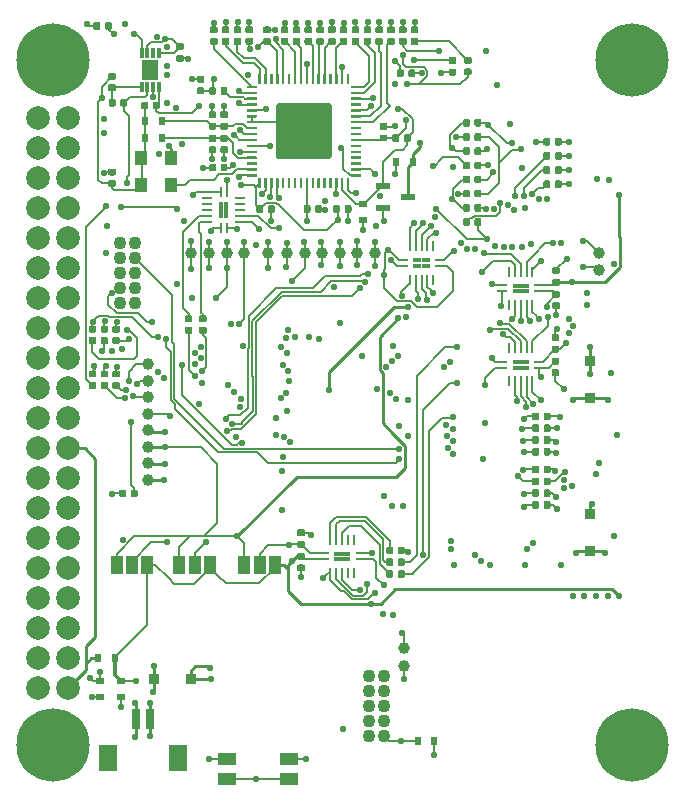
<source format=gbr>
G04 #@! TF.GenerationSoftware,KiCad,Pcbnew,5.1.4+dfsg1-1~bpo9+1*
G04 #@! TF.CreationDate,2019-11-25T12:29:00+01:00*
G04 #@! TF.ProjectId,zglue-demo-board,7a676c75-652d-4646-956d-6f2d626f6172,rev?*
G04 #@! TF.SameCoordinates,Original*
G04 #@! TF.FileFunction,Copper,L6,Bot*
G04 #@! TF.FilePolarity,Positive*
%FSLAX46Y46*%
G04 Gerber Fmt 4.6, Leading zero omitted, Abs format (unit mm)*
G04 Created by KiCad (PCBNEW 5.1.4+dfsg1-1~bpo9+1) date 2019-11-25 12:29:00*
%MOMM*%
%LPD*%
G04 APERTURE LIST*
%ADD10C,0.100000*%
%ADD11C,0.590000*%
%ADD12C,4.700000*%
%ADD13C,0.500000*%
%ADD14C,0.200000*%
%ADD15R,1.100000X1.200000*%
%ADD16C,1.100000*%
%ADD17R,0.950000X0.900000*%
%ADD18R,1.000000X1.500000*%
%ADD19R,0.900000X0.240000*%
%ADD20R,0.240000X0.900000*%
%ADD21R,0.700000X0.450000*%
%ADD22C,1.000000*%
%ADD23R,0.450000X0.700000*%
%ADD24C,6.200000*%
%ADD25R,1.550000X1.000000*%
%ADD26R,0.300000X0.825000*%
%ADD27R,1.450000X1.750000*%
%ADD28R,0.900000X0.950000*%
%ADD29R,0.600000X0.800000*%
%ADD30R,1.300000X0.600000*%
%ADD31R,0.800000X0.600000*%
%ADD32C,2.000000*%
%ADD33R,1.600000X2.200000*%
%ADD34R,0.700000X1.800000*%
%ADD35C,0.550000*%
%ADD36C,0.150000*%
%ADD37C,0.250000*%
%ADD38C,0.300000*%
%ADD39C,0.200000*%
G04 APERTURE END LIST*
D10*
G36*
X38811958Y-4700710D02*
G01*
X38826276Y-4702834D01*
X38840317Y-4706351D01*
X38853946Y-4711228D01*
X38867031Y-4717417D01*
X38879447Y-4724858D01*
X38891073Y-4733481D01*
X38901798Y-4743202D01*
X38911519Y-4753927D01*
X38920142Y-4765553D01*
X38927583Y-4777969D01*
X38933772Y-4791054D01*
X38938649Y-4804683D01*
X38942166Y-4818724D01*
X38944290Y-4833042D01*
X38945000Y-4847500D01*
X38945000Y-5142500D01*
X38944290Y-5156958D01*
X38942166Y-5171276D01*
X38938649Y-5185317D01*
X38933772Y-5198946D01*
X38927583Y-5212031D01*
X38920142Y-5224447D01*
X38911519Y-5236073D01*
X38901798Y-5246798D01*
X38891073Y-5256519D01*
X38879447Y-5265142D01*
X38867031Y-5272583D01*
X38853946Y-5278772D01*
X38840317Y-5283649D01*
X38826276Y-5287166D01*
X38811958Y-5289290D01*
X38797500Y-5290000D01*
X38452500Y-5290000D01*
X38438042Y-5289290D01*
X38423724Y-5287166D01*
X38409683Y-5283649D01*
X38396054Y-5278772D01*
X38382969Y-5272583D01*
X38370553Y-5265142D01*
X38358927Y-5256519D01*
X38348202Y-5246798D01*
X38338481Y-5236073D01*
X38329858Y-5224447D01*
X38322417Y-5212031D01*
X38316228Y-5198946D01*
X38311351Y-5185317D01*
X38307834Y-5171276D01*
X38305710Y-5156958D01*
X38305000Y-5142500D01*
X38305000Y-4847500D01*
X38305710Y-4833042D01*
X38307834Y-4818724D01*
X38311351Y-4804683D01*
X38316228Y-4791054D01*
X38322417Y-4777969D01*
X38329858Y-4765553D01*
X38338481Y-4753927D01*
X38348202Y-4743202D01*
X38358927Y-4733481D01*
X38370553Y-4724858D01*
X38382969Y-4717417D01*
X38396054Y-4711228D01*
X38409683Y-4706351D01*
X38423724Y-4702834D01*
X38438042Y-4700710D01*
X38452500Y-4700000D01*
X38797500Y-4700000D01*
X38811958Y-4700710D01*
X38811958Y-4700710D01*
G37*
D11*
X38625000Y-4995000D03*
D10*
G36*
X38811958Y-3730710D02*
G01*
X38826276Y-3732834D01*
X38840317Y-3736351D01*
X38853946Y-3741228D01*
X38867031Y-3747417D01*
X38879447Y-3754858D01*
X38891073Y-3763481D01*
X38901798Y-3773202D01*
X38911519Y-3783927D01*
X38920142Y-3795553D01*
X38927583Y-3807969D01*
X38933772Y-3821054D01*
X38938649Y-3834683D01*
X38942166Y-3848724D01*
X38944290Y-3863042D01*
X38945000Y-3877500D01*
X38945000Y-4172500D01*
X38944290Y-4186958D01*
X38942166Y-4201276D01*
X38938649Y-4215317D01*
X38933772Y-4228946D01*
X38927583Y-4242031D01*
X38920142Y-4254447D01*
X38911519Y-4266073D01*
X38901798Y-4276798D01*
X38891073Y-4286519D01*
X38879447Y-4295142D01*
X38867031Y-4302583D01*
X38853946Y-4308772D01*
X38840317Y-4313649D01*
X38826276Y-4317166D01*
X38811958Y-4319290D01*
X38797500Y-4320000D01*
X38452500Y-4320000D01*
X38438042Y-4319290D01*
X38423724Y-4317166D01*
X38409683Y-4313649D01*
X38396054Y-4308772D01*
X38382969Y-4302583D01*
X38370553Y-4295142D01*
X38358927Y-4286519D01*
X38348202Y-4276798D01*
X38338481Y-4266073D01*
X38329858Y-4254447D01*
X38322417Y-4242031D01*
X38316228Y-4228946D01*
X38311351Y-4215317D01*
X38307834Y-4201276D01*
X38305710Y-4186958D01*
X38305000Y-4172500D01*
X38305000Y-3877500D01*
X38305710Y-3863042D01*
X38307834Y-3848724D01*
X38311351Y-3834683D01*
X38316228Y-3821054D01*
X38322417Y-3807969D01*
X38329858Y-3795553D01*
X38338481Y-3783927D01*
X38348202Y-3773202D01*
X38358927Y-3763481D01*
X38370553Y-3754858D01*
X38382969Y-3747417D01*
X38396054Y-3741228D01*
X38409683Y-3736351D01*
X38423724Y-3732834D01*
X38438042Y-3730710D01*
X38452500Y-3730000D01*
X38797500Y-3730000D01*
X38811958Y-3730710D01*
X38811958Y-3730710D01*
G37*
D11*
X38625000Y-4025000D03*
D10*
G36*
X37506958Y-3735710D02*
G01*
X37521276Y-3737834D01*
X37535317Y-3741351D01*
X37548946Y-3746228D01*
X37562031Y-3752417D01*
X37574447Y-3759858D01*
X37586073Y-3768481D01*
X37596798Y-3778202D01*
X37606519Y-3788927D01*
X37615142Y-3800553D01*
X37622583Y-3812969D01*
X37628772Y-3826054D01*
X37633649Y-3839683D01*
X37637166Y-3853724D01*
X37639290Y-3868042D01*
X37640000Y-3882500D01*
X37640000Y-4177500D01*
X37639290Y-4191958D01*
X37637166Y-4206276D01*
X37633649Y-4220317D01*
X37628772Y-4233946D01*
X37622583Y-4247031D01*
X37615142Y-4259447D01*
X37606519Y-4271073D01*
X37596798Y-4281798D01*
X37586073Y-4291519D01*
X37574447Y-4300142D01*
X37562031Y-4307583D01*
X37548946Y-4313772D01*
X37535317Y-4318649D01*
X37521276Y-4322166D01*
X37506958Y-4324290D01*
X37492500Y-4325000D01*
X37147500Y-4325000D01*
X37133042Y-4324290D01*
X37118724Y-4322166D01*
X37104683Y-4318649D01*
X37091054Y-4313772D01*
X37077969Y-4307583D01*
X37065553Y-4300142D01*
X37053927Y-4291519D01*
X37043202Y-4281798D01*
X37033481Y-4271073D01*
X37024858Y-4259447D01*
X37017417Y-4247031D01*
X37011228Y-4233946D01*
X37006351Y-4220317D01*
X37002834Y-4206276D01*
X37000710Y-4191958D01*
X37000000Y-4177500D01*
X37000000Y-3882500D01*
X37000710Y-3868042D01*
X37002834Y-3853724D01*
X37006351Y-3839683D01*
X37011228Y-3826054D01*
X37017417Y-3812969D01*
X37024858Y-3800553D01*
X37033481Y-3788927D01*
X37043202Y-3778202D01*
X37053927Y-3768481D01*
X37065553Y-3759858D01*
X37077969Y-3752417D01*
X37091054Y-3746228D01*
X37104683Y-3741351D01*
X37118724Y-3737834D01*
X37133042Y-3735710D01*
X37147500Y-3735000D01*
X37492500Y-3735000D01*
X37506958Y-3735710D01*
X37506958Y-3735710D01*
G37*
D11*
X37320000Y-4030000D03*
D10*
G36*
X37506958Y-4705710D02*
G01*
X37521276Y-4707834D01*
X37535317Y-4711351D01*
X37548946Y-4716228D01*
X37562031Y-4722417D01*
X37574447Y-4729858D01*
X37586073Y-4738481D01*
X37596798Y-4748202D01*
X37606519Y-4758927D01*
X37615142Y-4770553D01*
X37622583Y-4782969D01*
X37628772Y-4796054D01*
X37633649Y-4809683D01*
X37637166Y-4823724D01*
X37639290Y-4838042D01*
X37640000Y-4852500D01*
X37640000Y-5147500D01*
X37639290Y-5161958D01*
X37637166Y-5176276D01*
X37633649Y-5190317D01*
X37628772Y-5203946D01*
X37622583Y-5217031D01*
X37615142Y-5229447D01*
X37606519Y-5241073D01*
X37596798Y-5251798D01*
X37586073Y-5261519D01*
X37574447Y-5270142D01*
X37562031Y-5277583D01*
X37548946Y-5283772D01*
X37535317Y-5288649D01*
X37521276Y-5292166D01*
X37506958Y-5294290D01*
X37492500Y-5295000D01*
X37147500Y-5295000D01*
X37133042Y-5294290D01*
X37118724Y-5292166D01*
X37104683Y-5288649D01*
X37091054Y-5283772D01*
X37077969Y-5277583D01*
X37065553Y-5270142D01*
X37053927Y-5261519D01*
X37043202Y-5251798D01*
X37033481Y-5241073D01*
X37024858Y-5229447D01*
X37017417Y-5217031D01*
X37011228Y-5203946D01*
X37006351Y-5190317D01*
X37002834Y-5176276D01*
X37000710Y-5161958D01*
X37000000Y-5147500D01*
X37000000Y-4852500D01*
X37000710Y-4838042D01*
X37002834Y-4823724D01*
X37006351Y-4809683D01*
X37011228Y-4796054D01*
X37017417Y-4782969D01*
X37024858Y-4770553D01*
X37033481Y-4758927D01*
X37043202Y-4748202D01*
X37053927Y-4738481D01*
X37065553Y-4729858D01*
X37077969Y-4722417D01*
X37091054Y-4716228D01*
X37104683Y-4711351D01*
X37118724Y-4707834D01*
X37133042Y-4705710D01*
X37147500Y-4705000D01*
X37492500Y-4705000D01*
X37506958Y-4705710D01*
X37506958Y-4705710D01*
G37*
D11*
X37320000Y-5000000D03*
D10*
G36*
X23306958Y-1140710D02*
G01*
X23321276Y-1142834D01*
X23335317Y-1146351D01*
X23348946Y-1151228D01*
X23362031Y-1157417D01*
X23374447Y-1164858D01*
X23386073Y-1173481D01*
X23396798Y-1183202D01*
X23406519Y-1193927D01*
X23415142Y-1205553D01*
X23422583Y-1217969D01*
X23428772Y-1231054D01*
X23433649Y-1244683D01*
X23437166Y-1258724D01*
X23439290Y-1273042D01*
X23440000Y-1287500D01*
X23440000Y-1582500D01*
X23439290Y-1596958D01*
X23437166Y-1611276D01*
X23433649Y-1625317D01*
X23428772Y-1638946D01*
X23422583Y-1652031D01*
X23415142Y-1664447D01*
X23406519Y-1676073D01*
X23396798Y-1686798D01*
X23386073Y-1696519D01*
X23374447Y-1705142D01*
X23362031Y-1712583D01*
X23348946Y-1718772D01*
X23335317Y-1723649D01*
X23321276Y-1727166D01*
X23306958Y-1729290D01*
X23292500Y-1730000D01*
X22947500Y-1730000D01*
X22933042Y-1729290D01*
X22918724Y-1727166D01*
X22904683Y-1723649D01*
X22891054Y-1718772D01*
X22877969Y-1712583D01*
X22865553Y-1705142D01*
X22853927Y-1696519D01*
X22843202Y-1686798D01*
X22833481Y-1676073D01*
X22824858Y-1664447D01*
X22817417Y-1652031D01*
X22811228Y-1638946D01*
X22806351Y-1625317D01*
X22802834Y-1611276D01*
X22800710Y-1596958D01*
X22800000Y-1582500D01*
X22800000Y-1287500D01*
X22800710Y-1273042D01*
X22802834Y-1258724D01*
X22806351Y-1244683D01*
X22811228Y-1231054D01*
X22817417Y-1217969D01*
X22824858Y-1205553D01*
X22833481Y-1193927D01*
X22843202Y-1183202D01*
X22853927Y-1173481D01*
X22865553Y-1164858D01*
X22877969Y-1157417D01*
X22891054Y-1151228D01*
X22904683Y-1146351D01*
X22918724Y-1142834D01*
X22933042Y-1140710D01*
X22947500Y-1140000D01*
X23292500Y-1140000D01*
X23306958Y-1140710D01*
X23306958Y-1140710D01*
G37*
D11*
X23120000Y-1435000D03*
D10*
G36*
X23306958Y-2110710D02*
G01*
X23321276Y-2112834D01*
X23335317Y-2116351D01*
X23348946Y-2121228D01*
X23362031Y-2127417D01*
X23374447Y-2134858D01*
X23386073Y-2143481D01*
X23396798Y-2153202D01*
X23406519Y-2163927D01*
X23415142Y-2175553D01*
X23422583Y-2187969D01*
X23428772Y-2201054D01*
X23433649Y-2214683D01*
X23437166Y-2228724D01*
X23439290Y-2243042D01*
X23440000Y-2257500D01*
X23440000Y-2552500D01*
X23439290Y-2566958D01*
X23437166Y-2581276D01*
X23433649Y-2595317D01*
X23428772Y-2608946D01*
X23422583Y-2622031D01*
X23415142Y-2634447D01*
X23406519Y-2646073D01*
X23396798Y-2656798D01*
X23386073Y-2666519D01*
X23374447Y-2675142D01*
X23362031Y-2682583D01*
X23348946Y-2688772D01*
X23335317Y-2693649D01*
X23321276Y-2697166D01*
X23306958Y-2699290D01*
X23292500Y-2700000D01*
X22947500Y-2700000D01*
X22933042Y-2699290D01*
X22918724Y-2697166D01*
X22904683Y-2693649D01*
X22891054Y-2688772D01*
X22877969Y-2682583D01*
X22865553Y-2675142D01*
X22853927Y-2666519D01*
X22843202Y-2656798D01*
X22833481Y-2646073D01*
X22824858Y-2634447D01*
X22817417Y-2622031D01*
X22811228Y-2608946D01*
X22806351Y-2595317D01*
X22802834Y-2581276D01*
X22800710Y-2566958D01*
X22800000Y-2552500D01*
X22800000Y-2257500D01*
X22800710Y-2243042D01*
X22802834Y-2228724D01*
X22806351Y-2214683D01*
X22811228Y-2201054D01*
X22817417Y-2187969D01*
X22824858Y-2175553D01*
X22833481Y-2163927D01*
X22843202Y-2153202D01*
X22853927Y-2143481D01*
X22865553Y-2134858D01*
X22877969Y-2127417D01*
X22891054Y-2121228D01*
X22904683Y-2116351D01*
X22918724Y-2112834D01*
X22933042Y-2110710D01*
X22947500Y-2110000D01*
X23292500Y-2110000D01*
X23306958Y-2110710D01*
X23306958Y-2110710D01*
G37*
D11*
X23120000Y-2405000D03*
D10*
G36*
X26874507Y-7651204D02*
G01*
X26898775Y-7654804D01*
X26922573Y-7660765D01*
X26945673Y-7669030D01*
X26967851Y-7679519D01*
X26988894Y-7692132D01*
X27008599Y-7706747D01*
X27026778Y-7723222D01*
X27043253Y-7741401D01*
X27057868Y-7761106D01*
X27070481Y-7782149D01*
X27080970Y-7804327D01*
X27089235Y-7827427D01*
X27095196Y-7851225D01*
X27098796Y-7875493D01*
X27100000Y-7899997D01*
X27100000Y-12100003D01*
X27098796Y-12124507D01*
X27095196Y-12148775D01*
X27089235Y-12172573D01*
X27080970Y-12195673D01*
X27070481Y-12217851D01*
X27057868Y-12238894D01*
X27043253Y-12258599D01*
X27026778Y-12276778D01*
X27008599Y-12293253D01*
X26988894Y-12307868D01*
X26967851Y-12320481D01*
X26945673Y-12330970D01*
X26922573Y-12339235D01*
X26898775Y-12345196D01*
X26874507Y-12348796D01*
X26850003Y-12350000D01*
X22649997Y-12350000D01*
X22625493Y-12348796D01*
X22601225Y-12345196D01*
X22577427Y-12339235D01*
X22554327Y-12330970D01*
X22532149Y-12320481D01*
X22511106Y-12307868D01*
X22491401Y-12293253D01*
X22473222Y-12276778D01*
X22456747Y-12258599D01*
X22442132Y-12238894D01*
X22429519Y-12217851D01*
X22419030Y-12195673D01*
X22410765Y-12172573D01*
X22404804Y-12148775D01*
X22401204Y-12124507D01*
X22400000Y-12100003D01*
X22400000Y-7899997D01*
X22401204Y-7875493D01*
X22404804Y-7851225D01*
X22410765Y-7827427D01*
X22419030Y-7804327D01*
X22429519Y-7782149D01*
X22442132Y-7761106D01*
X22456747Y-7741401D01*
X22473222Y-7723222D01*
X22491401Y-7706747D01*
X22511106Y-7692132D01*
X22532149Y-7679519D01*
X22554327Y-7669030D01*
X22577427Y-7660765D01*
X22601225Y-7654804D01*
X22625493Y-7651204D01*
X22649997Y-7650000D01*
X26850003Y-7650000D01*
X26874507Y-7651204D01*
X26874507Y-7651204D01*
G37*
D12*
X24750000Y-10000000D03*
D13*
X22650000Y-12100000D03*
X24050000Y-12100000D03*
X25450000Y-12100000D03*
X26850000Y-12100000D03*
X22650000Y-10700000D03*
X24050000Y-10700000D03*
X25450000Y-10700000D03*
X26850000Y-10700000D03*
X22650000Y-9300000D03*
X24050000Y-9300000D03*
X25450000Y-9300000D03*
X26850000Y-9300000D03*
X22650000Y-7900000D03*
X24050000Y-7900000D03*
X25450000Y-7900000D03*
X26850000Y-7900000D03*
D10*
G36*
X20729901Y-13650241D02*
G01*
X20734755Y-13650961D01*
X20739514Y-13652153D01*
X20744134Y-13653806D01*
X20748570Y-13655904D01*
X20752779Y-13658427D01*
X20756720Y-13661349D01*
X20760355Y-13664645D01*
X20763651Y-13668280D01*
X20766573Y-13672221D01*
X20769096Y-13676430D01*
X20771194Y-13680866D01*
X20772847Y-13685486D01*
X20774039Y-13690245D01*
X20774759Y-13695099D01*
X20775000Y-13700000D01*
X20775000Y-13800000D01*
X20774759Y-13804901D01*
X20774039Y-13809755D01*
X20772847Y-13814514D01*
X20771194Y-13819134D01*
X20769096Y-13823570D01*
X20766573Y-13827779D01*
X20763651Y-13831720D01*
X20760355Y-13835355D01*
X20756720Y-13838651D01*
X20752779Y-13841573D01*
X20748570Y-13844096D01*
X20744134Y-13846194D01*
X20739514Y-13847847D01*
X20734755Y-13849039D01*
X20729901Y-13849759D01*
X20725000Y-13850000D01*
X19950000Y-13850000D01*
X19945099Y-13849759D01*
X19940245Y-13849039D01*
X19935486Y-13847847D01*
X19930866Y-13846194D01*
X19926430Y-13844096D01*
X19922221Y-13841573D01*
X19918280Y-13838651D01*
X19914645Y-13835355D01*
X19911349Y-13831720D01*
X19908427Y-13827779D01*
X19905904Y-13823570D01*
X19903806Y-13819134D01*
X19902153Y-13814514D01*
X19900961Y-13809755D01*
X19900241Y-13804901D01*
X19900000Y-13800000D01*
X19900000Y-13700000D01*
X19900241Y-13695099D01*
X19900961Y-13690245D01*
X19902153Y-13685486D01*
X19903806Y-13680866D01*
X19905904Y-13676430D01*
X19908427Y-13672221D01*
X19911349Y-13668280D01*
X19914645Y-13664645D01*
X19918280Y-13661349D01*
X19922221Y-13658427D01*
X19926430Y-13655904D01*
X19930866Y-13653806D01*
X19935486Y-13652153D01*
X19940245Y-13650961D01*
X19945099Y-13650241D01*
X19950000Y-13650000D01*
X20725000Y-13650000D01*
X20729901Y-13650241D01*
X20729901Y-13650241D01*
G37*
D14*
X20337500Y-13750000D03*
D10*
G36*
X20729901Y-13150241D02*
G01*
X20734755Y-13150961D01*
X20739514Y-13152153D01*
X20744134Y-13153806D01*
X20748570Y-13155904D01*
X20752779Y-13158427D01*
X20756720Y-13161349D01*
X20760355Y-13164645D01*
X20763651Y-13168280D01*
X20766573Y-13172221D01*
X20769096Y-13176430D01*
X20771194Y-13180866D01*
X20772847Y-13185486D01*
X20774039Y-13190245D01*
X20774759Y-13195099D01*
X20775000Y-13200000D01*
X20775000Y-13300000D01*
X20774759Y-13304901D01*
X20774039Y-13309755D01*
X20772847Y-13314514D01*
X20771194Y-13319134D01*
X20769096Y-13323570D01*
X20766573Y-13327779D01*
X20763651Y-13331720D01*
X20760355Y-13335355D01*
X20756720Y-13338651D01*
X20752779Y-13341573D01*
X20748570Y-13344096D01*
X20744134Y-13346194D01*
X20739514Y-13347847D01*
X20734755Y-13349039D01*
X20729901Y-13349759D01*
X20725000Y-13350000D01*
X19950000Y-13350000D01*
X19945099Y-13349759D01*
X19940245Y-13349039D01*
X19935486Y-13347847D01*
X19930866Y-13346194D01*
X19926430Y-13344096D01*
X19922221Y-13341573D01*
X19918280Y-13338651D01*
X19914645Y-13335355D01*
X19911349Y-13331720D01*
X19908427Y-13327779D01*
X19905904Y-13323570D01*
X19903806Y-13319134D01*
X19902153Y-13314514D01*
X19900961Y-13309755D01*
X19900241Y-13304901D01*
X19900000Y-13300000D01*
X19900000Y-13200000D01*
X19900241Y-13195099D01*
X19900961Y-13190245D01*
X19902153Y-13185486D01*
X19903806Y-13180866D01*
X19905904Y-13176430D01*
X19908427Y-13172221D01*
X19911349Y-13168280D01*
X19914645Y-13164645D01*
X19918280Y-13161349D01*
X19922221Y-13158427D01*
X19926430Y-13155904D01*
X19930866Y-13153806D01*
X19935486Y-13152153D01*
X19940245Y-13150961D01*
X19945099Y-13150241D01*
X19950000Y-13150000D01*
X20725000Y-13150000D01*
X20729901Y-13150241D01*
X20729901Y-13150241D01*
G37*
D14*
X20337500Y-13250000D03*
D10*
G36*
X20729901Y-12650241D02*
G01*
X20734755Y-12650961D01*
X20739514Y-12652153D01*
X20744134Y-12653806D01*
X20748570Y-12655904D01*
X20752779Y-12658427D01*
X20756720Y-12661349D01*
X20760355Y-12664645D01*
X20763651Y-12668280D01*
X20766573Y-12672221D01*
X20769096Y-12676430D01*
X20771194Y-12680866D01*
X20772847Y-12685486D01*
X20774039Y-12690245D01*
X20774759Y-12695099D01*
X20775000Y-12700000D01*
X20775000Y-12800000D01*
X20774759Y-12804901D01*
X20774039Y-12809755D01*
X20772847Y-12814514D01*
X20771194Y-12819134D01*
X20769096Y-12823570D01*
X20766573Y-12827779D01*
X20763651Y-12831720D01*
X20760355Y-12835355D01*
X20756720Y-12838651D01*
X20752779Y-12841573D01*
X20748570Y-12844096D01*
X20744134Y-12846194D01*
X20739514Y-12847847D01*
X20734755Y-12849039D01*
X20729901Y-12849759D01*
X20725000Y-12850000D01*
X19950000Y-12850000D01*
X19945099Y-12849759D01*
X19940245Y-12849039D01*
X19935486Y-12847847D01*
X19930866Y-12846194D01*
X19926430Y-12844096D01*
X19922221Y-12841573D01*
X19918280Y-12838651D01*
X19914645Y-12835355D01*
X19911349Y-12831720D01*
X19908427Y-12827779D01*
X19905904Y-12823570D01*
X19903806Y-12819134D01*
X19902153Y-12814514D01*
X19900961Y-12809755D01*
X19900241Y-12804901D01*
X19900000Y-12800000D01*
X19900000Y-12700000D01*
X19900241Y-12695099D01*
X19900961Y-12690245D01*
X19902153Y-12685486D01*
X19903806Y-12680866D01*
X19905904Y-12676430D01*
X19908427Y-12672221D01*
X19911349Y-12668280D01*
X19914645Y-12664645D01*
X19918280Y-12661349D01*
X19922221Y-12658427D01*
X19926430Y-12655904D01*
X19930866Y-12653806D01*
X19935486Y-12652153D01*
X19940245Y-12650961D01*
X19945099Y-12650241D01*
X19950000Y-12650000D01*
X20725000Y-12650000D01*
X20729901Y-12650241D01*
X20729901Y-12650241D01*
G37*
D14*
X20337500Y-12750000D03*
D10*
G36*
X20729901Y-12150241D02*
G01*
X20734755Y-12150961D01*
X20739514Y-12152153D01*
X20744134Y-12153806D01*
X20748570Y-12155904D01*
X20752779Y-12158427D01*
X20756720Y-12161349D01*
X20760355Y-12164645D01*
X20763651Y-12168280D01*
X20766573Y-12172221D01*
X20769096Y-12176430D01*
X20771194Y-12180866D01*
X20772847Y-12185486D01*
X20774039Y-12190245D01*
X20774759Y-12195099D01*
X20775000Y-12200000D01*
X20775000Y-12300000D01*
X20774759Y-12304901D01*
X20774039Y-12309755D01*
X20772847Y-12314514D01*
X20771194Y-12319134D01*
X20769096Y-12323570D01*
X20766573Y-12327779D01*
X20763651Y-12331720D01*
X20760355Y-12335355D01*
X20756720Y-12338651D01*
X20752779Y-12341573D01*
X20748570Y-12344096D01*
X20744134Y-12346194D01*
X20739514Y-12347847D01*
X20734755Y-12349039D01*
X20729901Y-12349759D01*
X20725000Y-12350000D01*
X19950000Y-12350000D01*
X19945099Y-12349759D01*
X19940245Y-12349039D01*
X19935486Y-12347847D01*
X19930866Y-12346194D01*
X19926430Y-12344096D01*
X19922221Y-12341573D01*
X19918280Y-12338651D01*
X19914645Y-12335355D01*
X19911349Y-12331720D01*
X19908427Y-12327779D01*
X19905904Y-12323570D01*
X19903806Y-12319134D01*
X19902153Y-12314514D01*
X19900961Y-12309755D01*
X19900241Y-12304901D01*
X19900000Y-12300000D01*
X19900000Y-12200000D01*
X19900241Y-12195099D01*
X19900961Y-12190245D01*
X19902153Y-12185486D01*
X19903806Y-12180866D01*
X19905904Y-12176430D01*
X19908427Y-12172221D01*
X19911349Y-12168280D01*
X19914645Y-12164645D01*
X19918280Y-12161349D01*
X19922221Y-12158427D01*
X19926430Y-12155904D01*
X19930866Y-12153806D01*
X19935486Y-12152153D01*
X19940245Y-12150961D01*
X19945099Y-12150241D01*
X19950000Y-12150000D01*
X20725000Y-12150000D01*
X20729901Y-12150241D01*
X20729901Y-12150241D01*
G37*
D14*
X20337500Y-12250000D03*
D10*
G36*
X20729901Y-11650241D02*
G01*
X20734755Y-11650961D01*
X20739514Y-11652153D01*
X20744134Y-11653806D01*
X20748570Y-11655904D01*
X20752779Y-11658427D01*
X20756720Y-11661349D01*
X20760355Y-11664645D01*
X20763651Y-11668280D01*
X20766573Y-11672221D01*
X20769096Y-11676430D01*
X20771194Y-11680866D01*
X20772847Y-11685486D01*
X20774039Y-11690245D01*
X20774759Y-11695099D01*
X20775000Y-11700000D01*
X20775000Y-11800000D01*
X20774759Y-11804901D01*
X20774039Y-11809755D01*
X20772847Y-11814514D01*
X20771194Y-11819134D01*
X20769096Y-11823570D01*
X20766573Y-11827779D01*
X20763651Y-11831720D01*
X20760355Y-11835355D01*
X20756720Y-11838651D01*
X20752779Y-11841573D01*
X20748570Y-11844096D01*
X20744134Y-11846194D01*
X20739514Y-11847847D01*
X20734755Y-11849039D01*
X20729901Y-11849759D01*
X20725000Y-11850000D01*
X19950000Y-11850000D01*
X19945099Y-11849759D01*
X19940245Y-11849039D01*
X19935486Y-11847847D01*
X19930866Y-11846194D01*
X19926430Y-11844096D01*
X19922221Y-11841573D01*
X19918280Y-11838651D01*
X19914645Y-11835355D01*
X19911349Y-11831720D01*
X19908427Y-11827779D01*
X19905904Y-11823570D01*
X19903806Y-11819134D01*
X19902153Y-11814514D01*
X19900961Y-11809755D01*
X19900241Y-11804901D01*
X19900000Y-11800000D01*
X19900000Y-11700000D01*
X19900241Y-11695099D01*
X19900961Y-11690245D01*
X19902153Y-11685486D01*
X19903806Y-11680866D01*
X19905904Y-11676430D01*
X19908427Y-11672221D01*
X19911349Y-11668280D01*
X19914645Y-11664645D01*
X19918280Y-11661349D01*
X19922221Y-11658427D01*
X19926430Y-11655904D01*
X19930866Y-11653806D01*
X19935486Y-11652153D01*
X19940245Y-11650961D01*
X19945099Y-11650241D01*
X19950000Y-11650000D01*
X20725000Y-11650000D01*
X20729901Y-11650241D01*
X20729901Y-11650241D01*
G37*
D14*
X20337500Y-11750000D03*
D10*
G36*
X20729901Y-11150241D02*
G01*
X20734755Y-11150961D01*
X20739514Y-11152153D01*
X20744134Y-11153806D01*
X20748570Y-11155904D01*
X20752779Y-11158427D01*
X20756720Y-11161349D01*
X20760355Y-11164645D01*
X20763651Y-11168280D01*
X20766573Y-11172221D01*
X20769096Y-11176430D01*
X20771194Y-11180866D01*
X20772847Y-11185486D01*
X20774039Y-11190245D01*
X20774759Y-11195099D01*
X20775000Y-11200000D01*
X20775000Y-11300000D01*
X20774759Y-11304901D01*
X20774039Y-11309755D01*
X20772847Y-11314514D01*
X20771194Y-11319134D01*
X20769096Y-11323570D01*
X20766573Y-11327779D01*
X20763651Y-11331720D01*
X20760355Y-11335355D01*
X20756720Y-11338651D01*
X20752779Y-11341573D01*
X20748570Y-11344096D01*
X20744134Y-11346194D01*
X20739514Y-11347847D01*
X20734755Y-11349039D01*
X20729901Y-11349759D01*
X20725000Y-11350000D01*
X19950000Y-11350000D01*
X19945099Y-11349759D01*
X19940245Y-11349039D01*
X19935486Y-11347847D01*
X19930866Y-11346194D01*
X19926430Y-11344096D01*
X19922221Y-11341573D01*
X19918280Y-11338651D01*
X19914645Y-11335355D01*
X19911349Y-11331720D01*
X19908427Y-11327779D01*
X19905904Y-11323570D01*
X19903806Y-11319134D01*
X19902153Y-11314514D01*
X19900961Y-11309755D01*
X19900241Y-11304901D01*
X19900000Y-11300000D01*
X19900000Y-11200000D01*
X19900241Y-11195099D01*
X19900961Y-11190245D01*
X19902153Y-11185486D01*
X19903806Y-11180866D01*
X19905904Y-11176430D01*
X19908427Y-11172221D01*
X19911349Y-11168280D01*
X19914645Y-11164645D01*
X19918280Y-11161349D01*
X19922221Y-11158427D01*
X19926430Y-11155904D01*
X19930866Y-11153806D01*
X19935486Y-11152153D01*
X19940245Y-11150961D01*
X19945099Y-11150241D01*
X19950000Y-11150000D01*
X20725000Y-11150000D01*
X20729901Y-11150241D01*
X20729901Y-11150241D01*
G37*
D14*
X20337500Y-11250000D03*
D10*
G36*
X20729901Y-10650241D02*
G01*
X20734755Y-10650961D01*
X20739514Y-10652153D01*
X20744134Y-10653806D01*
X20748570Y-10655904D01*
X20752779Y-10658427D01*
X20756720Y-10661349D01*
X20760355Y-10664645D01*
X20763651Y-10668280D01*
X20766573Y-10672221D01*
X20769096Y-10676430D01*
X20771194Y-10680866D01*
X20772847Y-10685486D01*
X20774039Y-10690245D01*
X20774759Y-10695099D01*
X20775000Y-10700000D01*
X20775000Y-10800000D01*
X20774759Y-10804901D01*
X20774039Y-10809755D01*
X20772847Y-10814514D01*
X20771194Y-10819134D01*
X20769096Y-10823570D01*
X20766573Y-10827779D01*
X20763651Y-10831720D01*
X20760355Y-10835355D01*
X20756720Y-10838651D01*
X20752779Y-10841573D01*
X20748570Y-10844096D01*
X20744134Y-10846194D01*
X20739514Y-10847847D01*
X20734755Y-10849039D01*
X20729901Y-10849759D01*
X20725000Y-10850000D01*
X19950000Y-10850000D01*
X19945099Y-10849759D01*
X19940245Y-10849039D01*
X19935486Y-10847847D01*
X19930866Y-10846194D01*
X19926430Y-10844096D01*
X19922221Y-10841573D01*
X19918280Y-10838651D01*
X19914645Y-10835355D01*
X19911349Y-10831720D01*
X19908427Y-10827779D01*
X19905904Y-10823570D01*
X19903806Y-10819134D01*
X19902153Y-10814514D01*
X19900961Y-10809755D01*
X19900241Y-10804901D01*
X19900000Y-10800000D01*
X19900000Y-10700000D01*
X19900241Y-10695099D01*
X19900961Y-10690245D01*
X19902153Y-10685486D01*
X19903806Y-10680866D01*
X19905904Y-10676430D01*
X19908427Y-10672221D01*
X19911349Y-10668280D01*
X19914645Y-10664645D01*
X19918280Y-10661349D01*
X19922221Y-10658427D01*
X19926430Y-10655904D01*
X19930866Y-10653806D01*
X19935486Y-10652153D01*
X19940245Y-10650961D01*
X19945099Y-10650241D01*
X19950000Y-10650000D01*
X20725000Y-10650000D01*
X20729901Y-10650241D01*
X20729901Y-10650241D01*
G37*
D14*
X20337500Y-10750000D03*
D10*
G36*
X20729901Y-10150241D02*
G01*
X20734755Y-10150961D01*
X20739514Y-10152153D01*
X20744134Y-10153806D01*
X20748570Y-10155904D01*
X20752779Y-10158427D01*
X20756720Y-10161349D01*
X20760355Y-10164645D01*
X20763651Y-10168280D01*
X20766573Y-10172221D01*
X20769096Y-10176430D01*
X20771194Y-10180866D01*
X20772847Y-10185486D01*
X20774039Y-10190245D01*
X20774759Y-10195099D01*
X20775000Y-10200000D01*
X20775000Y-10300000D01*
X20774759Y-10304901D01*
X20774039Y-10309755D01*
X20772847Y-10314514D01*
X20771194Y-10319134D01*
X20769096Y-10323570D01*
X20766573Y-10327779D01*
X20763651Y-10331720D01*
X20760355Y-10335355D01*
X20756720Y-10338651D01*
X20752779Y-10341573D01*
X20748570Y-10344096D01*
X20744134Y-10346194D01*
X20739514Y-10347847D01*
X20734755Y-10349039D01*
X20729901Y-10349759D01*
X20725000Y-10350000D01*
X19950000Y-10350000D01*
X19945099Y-10349759D01*
X19940245Y-10349039D01*
X19935486Y-10347847D01*
X19930866Y-10346194D01*
X19926430Y-10344096D01*
X19922221Y-10341573D01*
X19918280Y-10338651D01*
X19914645Y-10335355D01*
X19911349Y-10331720D01*
X19908427Y-10327779D01*
X19905904Y-10323570D01*
X19903806Y-10319134D01*
X19902153Y-10314514D01*
X19900961Y-10309755D01*
X19900241Y-10304901D01*
X19900000Y-10300000D01*
X19900000Y-10200000D01*
X19900241Y-10195099D01*
X19900961Y-10190245D01*
X19902153Y-10185486D01*
X19903806Y-10180866D01*
X19905904Y-10176430D01*
X19908427Y-10172221D01*
X19911349Y-10168280D01*
X19914645Y-10164645D01*
X19918280Y-10161349D01*
X19922221Y-10158427D01*
X19926430Y-10155904D01*
X19930866Y-10153806D01*
X19935486Y-10152153D01*
X19940245Y-10150961D01*
X19945099Y-10150241D01*
X19950000Y-10150000D01*
X20725000Y-10150000D01*
X20729901Y-10150241D01*
X20729901Y-10150241D01*
G37*
D14*
X20337500Y-10250000D03*
D10*
G36*
X20729901Y-9650241D02*
G01*
X20734755Y-9650961D01*
X20739514Y-9652153D01*
X20744134Y-9653806D01*
X20748570Y-9655904D01*
X20752779Y-9658427D01*
X20756720Y-9661349D01*
X20760355Y-9664645D01*
X20763651Y-9668280D01*
X20766573Y-9672221D01*
X20769096Y-9676430D01*
X20771194Y-9680866D01*
X20772847Y-9685486D01*
X20774039Y-9690245D01*
X20774759Y-9695099D01*
X20775000Y-9700000D01*
X20775000Y-9800000D01*
X20774759Y-9804901D01*
X20774039Y-9809755D01*
X20772847Y-9814514D01*
X20771194Y-9819134D01*
X20769096Y-9823570D01*
X20766573Y-9827779D01*
X20763651Y-9831720D01*
X20760355Y-9835355D01*
X20756720Y-9838651D01*
X20752779Y-9841573D01*
X20748570Y-9844096D01*
X20744134Y-9846194D01*
X20739514Y-9847847D01*
X20734755Y-9849039D01*
X20729901Y-9849759D01*
X20725000Y-9850000D01*
X19950000Y-9850000D01*
X19945099Y-9849759D01*
X19940245Y-9849039D01*
X19935486Y-9847847D01*
X19930866Y-9846194D01*
X19926430Y-9844096D01*
X19922221Y-9841573D01*
X19918280Y-9838651D01*
X19914645Y-9835355D01*
X19911349Y-9831720D01*
X19908427Y-9827779D01*
X19905904Y-9823570D01*
X19903806Y-9819134D01*
X19902153Y-9814514D01*
X19900961Y-9809755D01*
X19900241Y-9804901D01*
X19900000Y-9800000D01*
X19900000Y-9700000D01*
X19900241Y-9695099D01*
X19900961Y-9690245D01*
X19902153Y-9685486D01*
X19903806Y-9680866D01*
X19905904Y-9676430D01*
X19908427Y-9672221D01*
X19911349Y-9668280D01*
X19914645Y-9664645D01*
X19918280Y-9661349D01*
X19922221Y-9658427D01*
X19926430Y-9655904D01*
X19930866Y-9653806D01*
X19935486Y-9652153D01*
X19940245Y-9650961D01*
X19945099Y-9650241D01*
X19950000Y-9650000D01*
X20725000Y-9650000D01*
X20729901Y-9650241D01*
X20729901Y-9650241D01*
G37*
D14*
X20337500Y-9750000D03*
D10*
G36*
X20729901Y-9150241D02*
G01*
X20734755Y-9150961D01*
X20739514Y-9152153D01*
X20744134Y-9153806D01*
X20748570Y-9155904D01*
X20752779Y-9158427D01*
X20756720Y-9161349D01*
X20760355Y-9164645D01*
X20763651Y-9168280D01*
X20766573Y-9172221D01*
X20769096Y-9176430D01*
X20771194Y-9180866D01*
X20772847Y-9185486D01*
X20774039Y-9190245D01*
X20774759Y-9195099D01*
X20775000Y-9200000D01*
X20775000Y-9300000D01*
X20774759Y-9304901D01*
X20774039Y-9309755D01*
X20772847Y-9314514D01*
X20771194Y-9319134D01*
X20769096Y-9323570D01*
X20766573Y-9327779D01*
X20763651Y-9331720D01*
X20760355Y-9335355D01*
X20756720Y-9338651D01*
X20752779Y-9341573D01*
X20748570Y-9344096D01*
X20744134Y-9346194D01*
X20739514Y-9347847D01*
X20734755Y-9349039D01*
X20729901Y-9349759D01*
X20725000Y-9350000D01*
X19950000Y-9350000D01*
X19945099Y-9349759D01*
X19940245Y-9349039D01*
X19935486Y-9347847D01*
X19930866Y-9346194D01*
X19926430Y-9344096D01*
X19922221Y-9341573D01*
X19918280Y-9338651D01*
X19914645Y-9335355D01*
X19911349Y-9331720D01*
X19908427Y-9327779D01*
X19905904Y-9323570D01*
X19903806Y-9319134D01*
X19902153Y-9314514D01*
X19900961Y-9309755D01*
X19900241Y-9304901D01*
X19900000Y-9300000D01*
X19900000Y-9200000D01*
X19900241Y-9195099D01*
X19900961Y-9190245D01*
X19902153Y-9185486D01*
X19903806Y-9180866D01*
X19905904Y-9176430D01*
X19908427Y-9172221D01*
X19911349Y-9168280D01*
X19914645Y-9164645D01*
X19918280Y-9161349D01*
X19922221Y-9158427D01*
X19926430Y-9155904D01*
X19930866Y-9153806D01*
X19935486Y-9152153D01*
X19940245Y-9150961D01*
X19945099Y-9150241D01*
X19950000Y-9150000D01*
X20725000Y-9150000D01*
X20729901Y-9150241D01*
X20729901Y-9150241D01*
G37*
D14*
X20337500Y-9250000D03*
D10*
G36*
X20729901Y-8650241D02*
G01*
X20734755Y-8650961D01*
X20739514Y-8652153D01*
X20744134Y-8653806D01*
X20748570Y-8655904D01*
X20752779Y-8658427D01*
X20756720Y-8661349D01*
X20760355Y-8664645D01*
X20763651Y-8668280D01*
X20766573Y-8672221D01*
X20769096Y-8676430D01*
X20771194Y-8680866D01*
X20772847Y-8685486D01*
X20774039Y-8690245D01*
X20774759Y-8695099D01*
X20775000Y-8700000D01*
X20775000Y-8800000D01*
X20774759Y-8804901D01*
X20774039Y-8809755D01*
X20772847Y-8814514D01*
X20771194Y-8819134D01*
X20769096Y-8823570D01*
X20766573Y-8827779D01*
X20763651Y-8831720D01*
X20760355Y-8835355D01*
X20756720Y-8838651D01*
X20752779Y-8841573D01*
X20748570Y-8844096D01*
X20744134Y-8846194D01*
X20739514Y-8847847D01*
X20734755Y-8849039D01*
X20729901Y-8849759D01*
X20725000Y-8850000D01*
X19950000Y-8850000D01*
X19945099Y-8849759D01*
X19940245Y-8849039D01*
X19935486Y-8847847D01*
X19930866Y-8846194D01*
X19926430Y-8844096D01*
X19922221Y-8841573D01*
X19918280Y-8838651D01*
X19914645Y-8835355D01*
X19911349Y-8831720D01*
X19908427Y-8827779D01*
X19905904Y-8823570D01*
X19903806Y-8819134D01*
X19902153Y-8814514D01*
X19900961Y-8809755D01*
X19900241Y-8804901D01*
X19900000Y-8800000D01*
X19900000Y-8700000D01*
X19900241Y-8695099D01*
X19900961Y-8690245D01*
X19902153Y-8685486D01*
X19903806Y-8680866D01*
X19905904Y-8676430D01*
X19908427Y-8672221D01*
X19911349Y-8668280D01*
X19914645Y-8664645D01*
X19918280Y-8661349D01*
X19922221Y-8658427D01*
X19926430Y-8655904D01*
X19930866Y-8653806D01*
X19935486Y-8652153D01*
X19940245Y-8650961D01*
X19945099Y-8650241D01*
X19950000Y-8650000D01*
X20725000Y-8650000D01*
X20729901Y-8650241D01*
X20729901Y-8650241D01*
G37*
D14*
X20337500Y-8750000D03*
D10*
G36*
X20729901Y-8150241D02*
G01*
X20734755Y-8150961D01*
X20739514Y-8152153D01*
X20744134Y-8153806D01*
X20748570Y-8155904D01*
X20752779Y-8158427D01*
X20756720Y-8161349D01*
X20760355Y-8164645D01*
X20763651Y-8168280D01*
X20766573Y-8172221D01*
X20769096Y-8176430D01*
X20771194Y-8180866D01*
X20772847Y-8185486D01*
X20774039Y-8190245D01*
X20774759Y-8195099D01*
X20775000Y-8200000D01*
X20775000Y-8300000D01*
X20774759Y-8304901D01*
X20774039Y-8309755D01*
X20772847Y-8314514D01*
X20771194Y-8319134D01*
X20769096Y-8323570D01*
X20766573Y-8327779D01*
X20763651Y-8331720D01*
X20760355Y-8335355D01*
X20756720Y-8338651D01*
X20752779Y-8341573D01*
X20748570Y-8344096D01*
X20744134Y-8346194D01*
X20739514Y-8347847D01*
X20734755Y-8349039D01*
X20729901Y-8349759D01*
X20725000Y-8350000D01*
X19950000Y-8350000D01*
X19945099Y-8349759D01*
X19940245Y-8349039D01*
X19935486Y-8347847D01*
X19930866Y-8346194D01*
X19926430Y-8344096D01*
X19922221Y-8341573D01*
X19918280Y-8338651D01*
X19914645Y-8335355D01*
X19911349Y-8331720D01*
X19908427Y-8327779D01*
X19905904Y-8323570D01*
X19903806Y-8319134D01*
X19902153Y-8314514D01*
X19900961Y-8309755D01*
X19900241Y-8304901D01*
X19900000Y-8300000D01*
X19900000Y-8200000D01*
X19900241Y-8195099D01*
X19900961Y-8190245D01*
X19902153Y-8185486D01*
X19903806Y-8180866D01*
X19905904Y-8176430D01*
X19908427Y-8172221D01*
X19911349Y-8168280D01*
X19914645Y-8164645D01*
X19918280Y-8161349D01*
X19922221Y-8158427D01*
X19926430Y-8155904D01*
X19930866Y-8153806D01*
X19935486Y-8152153D01*
X19940245Y-8150961D01*
X19945099Y-8150241D01*
X19950000Y-8150000D01*
X20725000Y-8150000D01*
X20729901Y-8150241D01*
X20729901Y-8150241D01*
G37*
D14*
X20337500Y-8250000D03*
D10*
G36*
X20729901Y-7650241D02*
G01*
X20734755Y-7650961D01*
X20739514Y-7652153D01*
X20744134Y-7653806D01*
X20748570Y-7655904D01*
X20752779Y-7658427D01*
X20756720Y-7661349D01*
X20760355Y-7664645D01*
X20763651Y-7668280D01*
X20766573Y-7672221D01*
X20769096Y-7676430D01*
X20771194Y-7680866D01*
X20772847Y-7685486D01*
X20774039Y-7690245D01*
X20774759Y-7695099D01*
X20775000Y-7700000D01*
X20775000Y-7800000D01*
X20774759Y-7804901D01*
X20774039Y-7809755D01*
X20772847Y-7814514D01*
X20771194Y-7819134D01*
X20769096Y-7823570D01*
X20766573Y-7827779D01*
X20763651Y-7831720D01*
X20760355Y-7835355D01*
X20756720Y-7838651D01*
X20752779Y-7841573D01*
X20748570Y-7844096D01*
X20744134Y-7846194D01*
X20739514Y-7847847D01*
X20734755Y-7849039D01*
X20729901Y-7849759D01*
X20725000Y-7850000D01*
X19950000Y-7850000D01*
X19945099Y-7849759D01*
X19940245Y-7849039D01*
X19935486Y-7847847D01*
X19930866Y-7846194D01*
X19926430Y-7844096D01*
X19922221Y-7841573D01*
X19918280Y-7838651D01*
X19914645Y-7835355D01*
X19911349Y-7831720D01*
X19908427Y-7827779D01*
X19905904Y-7823570D01*
X19903806Y-7819134D01*
X19902153Y-7814514D01*
X19900961Y-7809755D01*
X19900241Y-7804901D01*
X19900000Y-7800000D01*
X19900000Y-7700000D01*
X19900241Y-7695099D01*
X19900961Y-7690245D01*
X19902153Y-7685486D01*
X19903806Y-7680866D01*
X19905904Y-7676430D01*
X19908427Y-7672221D01*
X19911349Y-7668280D01*
X19914645Y-7664645D01*
X19918280Y-7661349D01*
X19922221Y-7658427D01*
X19926430Y-7655904D01*
X19930866Y-7653806D01*
X19935486Y-7652153D01*
X19940245Y-7650961D01*
X19945099Y-7650241D01*
X19950000Y-7650000D01*
X20725000Y-7650000D01*
X20729901Y-7650241D01*
X20729901Y-7650241D01*
G37*
D14*
X20337500Y-7750000D03*
D10*
G36*
X20729901Y-7150241D02*
G01*
X20734755Y-7150961D01*
X20739514Y-7152153D01*
X20744134Y-7153806D01*
X20748570Y-7155904D01*
X20752779Y-7158427D01*
X20756720Y-7161349D01*
X20760355Y-7164645D01*
X20763651Y-7168280D01*
X20766573Y-7172221D01*
X20769096Y-7176430D01*
X20771194Y-7180866D01*
X20772847Y-7185486D01*
X20774039Y-7190245D01*
X20774759Y-7195099D01*
X20775000Y-7200000D01*
X20775000Y-7300000D01*
X20774759Y-7304901D01*
X20774039Y-7309755D01*
X20772847Y-7314514D01*
X20771194Y-7319134D01*
X20769096Y-7323570D01*
X20766573Y-7327779D01*
X20763651Y-7331720D01*
X20760355Y-7335355D01*
X20756720Y-7338651D01*
X20752779Y-7341573D01*
X20748570Y-7344096D01*
X20744134Y-7346194D01*
X20739514Y-7347847D01*
X20734755Y-7349039D01*
X20729901Y-7349759D01*
X20725000Y-7350000D01*
X19950000Y-7350000D01*
X19945099Y-7349759D01*
X19940245Y-7349039D01*
X19935486Y-7347847D01*
X19930866Y-7346194D01*
X19926430Y-7344096D01*
X19922221Y-7341573D01*
X19918280Y-7338651D01*
X19914645Y-7335355D01*
X19911349Y-7331720D01*
X19908427Y-7327779D01*
X19905904Y-7323570D01*
X19903806Y-7319134D01*
X19902153Y-7314514D01*
X19900961Y-7309755D01*
X19900241Y-7304901D01*
X19900000Y-7300000D01*
X19900000Y-7200000D01*
X19900241Y-7195099D01*
X19900961Y-7190245D01*
X19902153Y-7185486D01*
X19903806Y-7180866D01*
X19905904Y-7176430D01*
X19908427Y-7172221D01*
X19911349Y-7168280D01*
X19914645Y-7164645D01*
X19918280Y-7161349D01*
X19922221Y-7158427D01*
X19926430Y-7155904D01*
X19930866Y-7153806D01*
X19935486Y-7152153D01*
X19940245Y-7150961D01*
X19945099Y-7150241D01*
X19950000Y-7150000D01*
X20725000Y-7150000D01*
X20729901Y-7150241D01*
X20729901Y-7150241D01*
G37*
D14*
X20337500Y-7250000D03*
D10*
G36*
X20729901Y-6650241D02*
G01*
X20734755Y-6650961D01*
X20739514Y-6652153D01*
X20744134Y-6653806D01*
X20748570Y-6655904D01*
X20752779Y-6658427D01*
X20756720Y-6661349D01*
X20760355Y-6664645D01*
X20763651Y-6668280D01*
X20766573Y-6672221D01*
X20769096Y-6676430D01*
X20771194Y-6680866D01*
X20772847Y-6685486D01*
X20774039Y-6690245D01*
X20774759Y-6695099D01*
X20775000Y-6700000D01*
X20775000Y-6800000D01*
X20774759Y-6804901D01*
X20774039Y-6809755D01*
X20772847Y-6814514D01*
X20771194Y-6819134D01*
X20769096Y-6823570D01*
X20766573Y-6827779D01*
X20763651Y-6831720D01*
X20760355Y-6835355D01*
X20756720Y-6838651D01*
X20752779Y-6841573D01*
X20748570Y-6844096D01*
X20744134Y-6846194D01*
X20739514Y-6847847D01*
X20734755Y-6849039D01*
X20729901Y-6849759D01*
X20725000Y-6850000D01*
X19950000Y-6850000D01*
X19945099Y-6849759D01*
X19940245Y-6849039D01*
X19935486Y-6847847D01*
X19930866Y-6846194D01*
X19926430Y-6844096D01*
X19922221Y-6841573D01*
X19918280Y-6838651D01*
X19914645Y-6835355D01*
X19911349Y-6831720D01*
X19908427Y-6827779D01*
X19905904Y-6823570D01*
X19903806Y-6819134D01*
X19902153Y-6814514D01*
X19900961Y-6809755D01*
X19900241Y-6804901D01*
X19900000Y-6800000D01*
X19900000Y-6700000D01*
X19900241Y-6695099D01*
X19900961Y-6690245D01*
X19902153Y-6685486D01*
X19903806Y-6680866D01*
X19905904Y-6676430D01*
X19908427Y-6672221D01*
X19911349Y-6668280D01*
X19914645Y-6664645D01*
X19918280Y-6661349D01*
X19922221Y-6658427D01*
X19926430Y-6655904D01*
X19930866Y-6653806D01*
X19935486Y-6652153D01*
X19940245Y-6650961D01*
X19945099Y-6650241D01*
X19950000Y-6650000D01*
X20725000Y-6650000D01*
X20729901Y-6650241D01*
X20729901Y-6650241D01*
G37*
D14*
X20337500Y-6750000D03*
D10*
G36*
X20729901Y-6150241D02*
G01*
X20734755Y-6150961D01*
X20739514Y-6152153D01*
X20744134Y-6153806D01*
X20748570Y-6155904D01*
X20752779Y-6158427D01*
X20756720Y-6161349D01*
X20760355Y-6164645D01*
X20763651Y-6168280D01*
X20766573Y-6172221D01*
X20769096Y-6176430D01*
X20771194Y-6180866D01*
X20772847Y-6185486D01*
X20774039Y-6190245D01*
X20774759Y-6195099D01*
X20775000Y-6200000D01*
X20775000Y-6300000D01*
X20774759Y-6304901D01*
X20774039Y-6309755D01*
X20772847Y-6314514D01*
X20771194Y-6319134D01*
X20769096Y-6323570D01*
X20766573Y-6327779D01*
X20763651Y-6331720D01*
X20760355Y-6335355D01*
X20756720Y-6338651D01*
X20752779Y-6341573D01*
X20748570Y-6344096D01*
X20744134Y-6346194D01*
X20739514Y-6347847D01*
X20734755Y-6349039D01*
X20729901Y-6349759D01*
X20725000Y-6350000D01*
X19950000Y-6350000D01*
X19945099Y-6349759D01*
X19940245Y-6349039D01*
X19935486Y-6347847D01*
X19930866Y-6346194D01*
X19926430Y-6344096D01*
X19922221Y-6341573D01*
X19918280Y-6338651D01*
X19914645Y-6335355D01*
X19911349Y-6331720D01*
X19908427Y-6327779D01*
X19905904Y-6323570D01*
X19903806Y-6319134D01*
X19902153Y-6314514D01*
X19900961Y-6309755D01*
X19900241Y-6304901D01*
X19900000Y-6300000D01*
X19900000Y-6200000D01*
X19900241Y-6195099D01*
X19900961Y-6190245D01*
X19902153Y-6185486D01*
X19903806Y-6180866D01*
X19905904Y-6176430D01*
X19908427Y-6172221D01*
X19911349Y-6168280D01*
X19914645Y-6164645D01*
X19918280Y-6161349D01*
X19922221Y-6158427D01*
X19926430Y-6155904D01*
X19930866Y-6153806D01*
X19935486Y-6152153D01*
X19940245Y-6150961D01*
X19945099Y-6150241D01*
X19950000Y-6150000D01*
X20725000Y-6150000D01*
X20729901Y-6150241D01*
X20729901Y-6150241D01*
G37*
D14*
X20337500Y-6250000D03*
D10*
G36*
X21054901Y-5150241D02*
G01*
X21059755Y-5150961D01*
X21064514Y-5152153D01*
X21069134Y-5153806D01*
X21073570Y-5155904D01*
X21077779Y-5158427D01*
X21081720Y-5161349D01*
X21085355Y-5164645D01*
X21088651Y-5168280D01*
X21091573Y-5172221D01*
X21094096Y-5176430D01*
X21096194Y-5180866D01*
X21097847Y-5185486D01*
X21099039Y-5190245D01*
X21099759Y-5195099D01*
X21100000Y-5200000D01*
X21100000Y-5975000D01*
X21099759Y-5979901D01*
X21099039Y-5984755D01*
X21097847Y-5989514D01*
X21096194Y-5994134D01*
X21094096Y-5998570D01*
X21091573Y-6002779D01*
X21088651Y-6006720D01*
X21085355Y-6010355D01*
X21081720Y-6013651D01*
X21077779Y-6016573D01*
X21073570Y-6019096D01*
X21069134Y-6021194D01*
X21064514Y-6022847D01*
X21059755Y-6024039D01*
X21054901Y-6024759D01*
X21050000Y-6025000D01*
X20950000Y-6025000D01*
X20945099Y-6024759D01*
X20940245Y-6024039D01*
X20935486Y-6022847D01*
X20930866Y-6021194D01*
X20926430Y-6019096D01*
X20922221Y-6016573D01*
X20918280Y-6013651D01*
X20914645Y-6010355D01*
X20911349Y-6006720D01*
X20908427Y-6002779D01*
X20905904Y-5998570D01*
X20903806Y-5994134D01*
X20902153Y-5989514D01*
X20900961Y-5984755D01*
X20900241Y-5979901D01*
X20900000Y-5975000D01*
X20900000Y-5200000D01*
X20900241Y-5195099D01*
X20900961Y-5190245D01*
X20902153Y-5185486D01*
X20903806Y-5180866D01*
X20905904Y-5176430D01*
X20908427Y-5172221D01*
X20911349Y-5168280D01*
X20914645Y-5164645D01*
X20918280Y-5161349D01*
X20922221Y-5158427D01*
X20926430Y-5155904D01*
X20930866Y-5153806D01*
X20935486Y-5152153D01*
X20940245Y-5150961D01*
X20945099Y-5150241D01*
X20950000Y-5150000D01*
X21050000Y-5150000D01*
X21054901Y-5150241D01*
X21054901Y-5150241D01*
G37*
D14*
X21000000Y-5587500D03*
D10*
G36*
X21554901Y-5150241D02*
G01*
X21559755Y-5150961D01*
X21564514Y-5152153D01*
X21569134Y-5153806D01*
X21573570Y-5155904D01*
X21577779Y-5158427D01*
X21581720Y-5161349D01*
X21585355Y-5164645D01*
X21588651Y-5168280D01*
X21591573Y-5172221D01*
X21594096Y-5176430D01*
X21596194Y-5180866D01*
X21597847Y-5185486D01*
X21599039Y-5190245D01*
X21599759Y-5195099D01*
X21600000Y-5200000D01*
X21600000Y-5975000D01*
X21599759Y-5979901D01*
X21599039Y-5984755D01*
X21597847Y-5989514D01*
X21596194Y-5994134D01*
X21594096Y-5998570D01*
X21591573Y-6002779D01*
X21588651Y-6006720D01*
X21585355Y-6010355D01*
X21581720Y-6013651D01*
X21577779Y-6016573D01*
X21573570Y-6019096D01*
X21569134Y-6021194D01*
X21564514Y-6022847D01*
X21559755Y-6024039D01*
X21554901Y-6024759D01*
X21550000Y-6025000D01*
X21450000Y-6025000D01*
X21445099Y-6024759D01*
X21440245Y-6024039D01*
X21435486Y-6022847D01*
X21430866Y-6021194D01*
X21426430Y-6019096D01*
X21422221Y-6016573D01*
X21418280Y-6013651D01*
X21414645Y-6010355D01*
X21411349Y-6006720D01*
X21408427Y-6002779D01*
X21405904Y-5998570D01*
X21403806Y-5994134D01*
X21402153Y-5989514D01*
X21400961Y-5984755D01*
X21400241Y-5979901D01*
X21400000Y-5975000D01*
X21400000Y-5200000D01*
X21400241Y-5195099D01*
X21400961Y-5190245D01*
X21402153Y-5185486D01*
X21403806Y-5180866D01*
X21405904Y-5176430D01*
X21408427Y-5172221D01*
X21411349Y-5168280D01*
X21414645Y-5164645D01*
X21418280Y-5161349D01*
X21422221Y-5158427D01*
X21426430Y-5155904D01*
X21430866Y-5153806D01*
X21435486Y-5152153D01*
X21440245Y-5150961D01*
X21445099Y-5150241D01*
X21450000Y-5150000D01*
X21550000Y-5150000D01*
X21554901Y-5150241D01*
X21554901Y-5150241D01*
G37*
D14*
X21500000Y-5587500D03*
D10*
G36*
X22054901Y-5150241D02*
G01*
X22059755Y-5150961D01*
X22064514Y-5152153D01*
X22069134Y-5153806D01*
X22073570Y-5155904D01*
X22077779Y-5158427D01*
X22081720Y-5161349D01*
X22085355Y-5164645D01*
X22088651Y-5168280D01*
X22091573Y-5172221D01*
X22094096Y-5176430D01*
X22096194Y-5180866D01*
X22097847Y-5185486D01*
X22099039Y-5190245D01*
X22099759Y-5195099D01*
X22100000Y-5200000D01*
X22100000Y-5975000D01*
X22099759Y-5979901D01*
X22099039Y-5984755D01*
X22097847Y-5989514D01*
X22096194Y-5994134D01*
X22094096Y-5998570D01*
X22091573Y-6002779D01*
X22088651Y-6006720D01*
X22085355Y-6010355D01*
X22081720Y-6013651D01*
X22077779Y-6016573D01*
X22073570Y-6019096D01*
X22069134Y-6021194D01*
X22064514Y-6022847D01*
X22059755Y-6024039D01*
X22054901Y-6024759D01*
X22050000Y-6025000D01*
X21950000Y-6025000D01*
X21945099Y-6024759D01*
X21940245Y-6024039D01*
X21935486Y-6022847D01*
X21930866Y-6021194D01*
X21926430Y-6019096D01*
X21922221Y-6016573D01*
X21918280Y-6013651D01*
X21914645Y-6010355D01*
X21911349Y-6006720D01*
X21908427Y-6002779D01*
X21905904Y-5998570D01*
X21903806Y-5994134D01*
X21902153Y-5989514D01*
X21900961Y-5984755D01*
X21900241Y-5979901D01*
X21900000Y-5975000D01*
X21900000Y-5200000D01*
X21900241Y-5195099D01*
X21900961Y-5190245D01*
X21902153Y-5185486D01*
X21903806Y-5180866D01*
X21905904Y-5176430D01*
X21908427Y-5172221D01*
X21911349Y-5168280D01*
X21914645Y-5164645D01*
X21918280Y-5161349D01*
X21922221Y-5158427D01*
X21926430Y-5155904D01*
X21930866Y-5153806D01*
X21935486Y-5152153D01*
X21940245Y-5150961D01*
X21945099Y-5150241D01*
X21950000Y-5150000D01*
X22050000Y-5150000D01*
X22054901Y-5150241D01*
X22054901Y-5150241D01*
G37*
D14*
X22000000Y-5587500D03*
D10*
G36*
X22554901Y-5150241D02*
G01*
X22559755Y-5150961D01*
X22564514Y-5152153D01*
X22569134Y-5153806D01*
X22573570Y-5155904D01*
X22577779Y-5158427D01*
X22581720Y-5161349D01*
X22585355Y-5164645D01*
X22588651Y-5168280D01*
X22591573Y-5172221D01*
X22594096Y-5176430D01*
X22596194Y-5180866D01*
X22597847Y-5185486D01*
X22599039Y-5190245D01*
X22599759Y-5195099D01*
X22600000Y-5200000D01*
X22600000Y-5975000D01*
X22599759Y-5979901D01*
X22599039Y-5984755D01*
X22597847Y-5989514D01*
X22596194Y-5994134D01*
X22594096Y-5998570D01*
X22591573Y-6002779D01*
X22588651Y-6006720D01*
X22585355Y-6010355D01*
X22581720Y-6013651D01*
X22577779Y-6016573D01*
X22573570Y-6019096D01*
X22569134Y-6021194D01*
X22564514Y-6022847D01*
X22559755Y-6024039D01*
X22554901Y-6024759D01*
X22550000Y-6025000D01*
X22450000Y-6025000D01*
X22445099Y-6024759D01*
X22440245Y-6024039D01*
X22435486Y-6022847D01*
X22430866Y-6021194D01*
X22426430Y-6019096D01*
X22422221Y-6016573D01*
X22418280Y-6013651D01*
X22414645Y-6010355D01*
X22411349Y-6006720D01*
X22408427Y-6002779D01*
X22405904Y-5998570D01*
X22403806Y-5994134D01*
X22402153Y-5989514D01*
X22400961Y-5984755D01*
X22400241Y-5979901D01*
X22400000Y-5975000D01*
X22400000Y-5200000D01*
X22400241Y-5195099D01*
X22400961Y-5190245D01*
X22402153Y-5185486D01*
X22403806Y-5180866D01*
X22405904Y-5176430D01*
X22408427Y-5172221D01*
X22411349Y-5168280D01*
X22414645Y-5164645D01*
X22418280Y-5161349D01*
X22422221Y-5158427D01*
X22426430Y-5155904D01*
X22430866Y-5153806D01*
X22435486Y-5152153D01*
X22440245Y-5150961D01*
X22445099Y-5150241D01*
X22450000Y-5150000D01*
X22550000Y-5150000D01*
X22554901Y-5150241D01*
X22554901Y-5150241D01*
G37*
D14*
X22500000Y-5587500D03*
D10*
G36*
X23054901Y-5150241D02*
G01*
X23059755Y-5150961D01*
X23064514Y-5152153D01*
X23069134Y-5153806D01*
X23073570Y-5155904D01*
X23077779Y-5158427D01*
X23081720Y-5161349D01*
X23085355Y-5164645D01*
X23088651Y-5168280D01*
X23091573Y-5172221D01*
X23094096Y-5176430D01*
X23096194Y-5180866D01*
X23097847Y-5185486D01*
X23099039Y-5190245D01*
X23099759Y-5195099D01*
X23100000Y-5200000D01*
X23100000Y-5975000D01*
X23099759Y-5979901D01*
X23099039Y-5984755D01*
X23097847Y-5989514D01*
X23096194Y-5994134D01*
X23094096Y-5998570D01*
X23091573Y-6002779D01*
X23088651Y-6006720D01*
X23085355Y-6010355D01*
X23081720Y-6013651D01*
X23077779Y-6016573D01*
X23073570Y-6019096D01*
X23069134Y-6021194D01*
X23064514Y-6022847D01*
X23059755Y-6024039D01*
X23054901Y-6024759D01*
X23050000Y-6025000D01*
X22950000Y-6025000D01*
X22945099Y-6024759D01*
X22940245Y-6024039D01*
X22935486Y-6022847D01*
X22930866Y-6021194D01*
X22926430Y-6019096D01*
X22922221Y-6016573D01*
X22918280Y-6013651D01*
X22914645Y-6010355D01*
X22911349Y-6006720D01*
X22908427Y-6002779D01*
X22905904Y-5998570D01*
X22903806Y-5994134D01*
X22902153Y-5989514D01*
X22900961Y-5984755D01*
X22900241Y-5979901D01*
X22900000Y-5975000D01*
X22900000Y-5200000D01*
X22900241Y-5195099D01*
X22900961Y-5190245D01*
X22902153Y-5185486D01*
X22903806Y-5180866D01*
X22905904Y-5176430D01*
X22908427Y-5172221D01*
X22911349Y-5168280D01*
X22914645Y-5164645D01*
X22918280Y-5161349D01*
X22922221Y-5158427D01*
X22926430Y-5155904D01*
X22930866Y-5153806D01*
X22935486Y-5152153D01*
X22940245Y-5150961D01*
X22945099Y-5150241D01*
X22950000Y-5150000D01*
X23050000Y-5150000D01*
X23054901Y-5150241D01*
X23054901Y-5150241D01*
G37*
D14*
X23000000Y-5587500D03*
D10*
G36*
X23554901Y-5150241D02*
G01*
X23559755Y-5150961D01*
X23564514Y-5152153D01*
X23569134Y-5153806D01*
X23573570Y-5155904D01*
X23577779Y-5158427D01*
X23581720Y-5161349D01*
X23585355Y-5164645D01*
X23588651Y-5168280D01*
X23591573Y-5172221D01*
X23594096Y-5176430D01*
X23596194Y-5180866D01*
X23597847Y-5185486D01*
X23599039Y-5190245D01*
X23599759Y-5195099D01*
X23600000Y-5200000D01*
X23600000Y-5975000D01*
X23599759Y-5979901D01*
X23599039Y-5984755D01*
X23597847Y-5989514D01*
X23596194Y-5994134D01*
X23594096Y-5998570D01*
X23591573Y-6002779D01*
X23588651Y-6006720D01*
X23585355Y-6010355D01*
X23581720Y-6013651D01*
X23577779Y-6016573D01*
X23573570Y-6019096D01*
X23569134Y-6021194D01*
X23564514Y-6022847D01*
X23559755Y-6024039D01*
X23554901Y-6024759D01*
X23550000Y-6025000D01*
X23450000Y-6025000D01*
X23445099Y-6024759D01*
X23440245Y-6024039D01*
X23435486Y-6022847D01*
X23430866Y-6021194D01*
X23426430Y-6019096D01*
X23422221Y-6016573D01*
X23418280Y-6013651D01*
X23414645Y-6010355D01*
X23411349Y-6006720D01*
X23408427Y-6002779D01*
X23405904Y-5998570D01*
X23403806Y-5994134D01*
X23402153Y-5989514D01*
X23400961Y-5984755D01*
X23400241Y-5979901D01*
X23400000Y-5975000D01*
X23400000Y-5200000D01*
X23400241Y-5195099D01*
X23400961Y-5190245D01*
X23402153Y-5185486D01*
X23403806Y-5180866D01*
X23405904Y-5176430D01*
X23408427Y-5172221D01*
X23411349Y-5168280D01*
X23414645Y-5164645D01*
X23418280Y-5161349D01*
X23422221Y-5158427D01*
X23426430Y-5155904D01*
X23430866Y-5153806D01*
X23435486Y-5152153D01*
X23440245Y-5150961D01*
X23445099Y-5150241D01*
X23450000Y-5150000D01*
X23550000Y-5150000D01*
X23554901Y-5150241D01*
X23554901Y-5150241D01*
G37*
D14*
X23500000Y-5587500D03*
D10*
G36*
X24054901Y-5150241D02*
G01*
X24059755Y-5150961D01*
X24064514Y-5152153D01*
X24069134Y-5153806D01*
X24073570Y-5155904D01*
X24077779Y-5158427D01*
X24081720Y-5161349D01*
X24085355Y-5164645D01*
X24088651Y-5168280D01*
X24091573Y-5172221D01*
X24094096Y-5176430D01*
X24096194Y-5180866D01*
X24097847Y-5185486D01*
X24099039Y-5190245D01*
X24099759Y-5195099D01*
X24100000Y-5200000D01*
X24100000Y-5975000D01*
X24099759Y-5979901D01*
X24099039Y-5984755D01*
X24097847Y-5989514D01*
X24096194Y-5994134D01*
X24094096Y-5998570D01*
X24091573Y-6002779D01*
X24088651Y-6006720D01*
X24085355Y-6010355D01*
X24081720Y-6013651D01*
X24077779Y-6016573D01*
X24073570Y-6019096D01*
X24069134Y-6021194D01*
X24064514Y-6022847D01*
X24059755Y-6024039D01*
X24054901Y-6024759D01*
X24050000Y-6025000D01*
X23950000Y-6025000D01*
X23945099Y-6024759D01*
X23940245Y-6024039D01*
X23935486Y-6022847D01*
X23930866Y-6021194D01*
X23926430Y-6019096D01*
X23922221Y-6016573D01*
X23918280Y-6013651D01*
X23914645Y-6010355D01*
X23911349Y-6006720D01*
X23908427Y-6002779D01*
X23905904Y-5998570D01*
X23903806Y-5994134D01*
X23902153Y-5989514D01*
X23900961Y-5984755D01*
X23900241Y-5979901D01*
X23900000Y-5975000D01*
X23900000Y-5200000D01*
X23900241Y-5195099D01*
X23900961Y-5190245D01*
X23902153Y-5185486D01*
X23903806Y-5180866D01*
X23905904Y-5176430D01*
X23908427Y-5172221D01*
X23911349Y-5168280D01*
X23914645Y-5164645D01*
X23918280Y-5161349D01*
X23922221Y-5158427D01*
X23926430Y-5155904D01*
X23930866Y-5153806D01*
X23935486Y-5152153D01*
X23940245Y-5150961D01*
X23945099Y-5150241D01*
X23950000Y-5150000D01*
X24050000Y-5150000D01*
X24054901Y-5150241D01*
X24054901Y-5150241D01*
G37*
D14*
X24000000Y-5587500D03*
D10*
G36*
X24554901Y-5150241D02*
G01*
X24559755Y-5150961D01*
X24564514Y-5152153D01*
X24569134Y-5153806D01*
X24573570Y-5155904D01*
X24577779Y-5158427D01*
X24581720Y-5161349D01*
X24585355Y-5164645D01*
X24588651Y-5168280D01*
X24591573Y-5172221D01*
X24594096Y-5176430D01*
X24596194Y-5180866D01*
X24597847Y-5185486D01*
X24599039Y-5190245D01*
X24599759Y-5195099D01*
X24600000Y-5200000D01*
X24600000Y-5975000D01*
X24599759Y-5979901D01*
X24599039Y-5984755D01*
X24597847Y-5989514D01*
X24596194Y-5994134D01*
X24594096Y-5998570D01*
X24591573Y-6002779D01*
X24588651Y-6006720D01*
X24585355Y-6010355D01*
X24581720Y-6013651D01*
X24577779Y-6016573D01*
X24573570Y-6019096D01*
X24569134Y-6021194D01*
X24564514Y-6022847D01*
X24559755Y-6024039D01*
X24554901Y-6024759D01*
X24550000Y-6025000D01*
X24450000Y-6025000D01*
X24445099Y-6024759D01*
X24440245Y-6024039D01*
X24435486Y-6022847D01*
X24430866Y-6021194D01*
X24426430Y-6019096D01*
X24422221Y-6016573D01*
X24418280Y-6013651D01*
X24414645Y-6010355D01*
X24411349Y-6006720D01*
X24408427Y-6002779D01*
X24405904Y-5998570D01*
X24403806Y-5994134D01*
X24402153Y-5989514D01*
X24400961Y-5984755D01*
X24400241Y-5979901D01*
X24400000Y-5975000D01*
X24400000Y-5200000D01*
X24400241Y-5195099D01*
X24400961Y-5190245D01*
X24402153Y-5185486D01*
X24403806Y-5180866D01*
X24405904Y-5176430D01*
X24408427Y-5172221D01*
X24411349Y-5168280D01*
X24414645Y-5164645D01*
X24418280Y-5161349D01*
X24422221Y-5158427D01*
X24426430Y-5155904D01*
X24430866Y-5153806D01*
X24435486Y-5152153D01*
X24440245Y-5150961D01*
X24445099Y-5150241D01*
X24450000Y-5150000D01*
X24550000Y-5150000D01*
X24554901Y-5150241D01*
X24554901Y-5150241D01*
G37*
D14*
X24500000Y-5587500D03*
D10*
G36*
X25054901Y-5150241D02*
G01*
X25059755Y-5150961D01*
X25064514Y-5152153D01*
X25069134Y-5153806D01*
X25073570Y-5155904D01*
X25077779Y-5158427D01*
X25081720Y-5161349D01*
X25085355Y-5164645D01*
X25088651Y-5168280D01*
X25091573Y-5172221D01*
X25094096Y-5176430D01*
X25096194Y-5180866D01*
X25097847Y-5185486D01*
X25099039Y-5190245D01*
X25099759Y-5195099D01*
X25100000Y-5200000D01*
X25100000Y-5975000D01*
X25099759Y-5979901D01*
X25099039Y-5984755D01*
X25097847Y-5989514D01*
X25096194Y-5994134D01*
X25094096Y-5998570D01*
X25091573Y-6002779D01*
X25088651Y-6006720D01*
X25085355Y-6010355D01*
X25081720Y-6013651D01*
X25077779Y-6016573D01*
X25073570Y-6019096D01*
X25069134Y-6021194D01*
X25064514Y-6022847D01*
X25059755Y-6024039D01*
X25054901Y-6024759D01*
X25050000Y-6025000D01*
X24950000Y-6025000D01*
X24945099Y-6024759D01*
X24940245Y-6024039D01*
X24935486Y-6022847D01*
X24930866Y-6021194D01*
X24926430Y-6019096D01*
X24922221Y-6016573D01*
X24918280Y-6013651D01*
X24914645Y-6010355D01*
X24911349Y-6006720D01*
X24908427Y-6002779D01*
X24905904Y-5998570D01*
X24903806Y-5994134D01*
X24902153Y-5989514D01*
X24900961Y-5984755D01*
X24900241Y-5979901D01*
X24900000Y-5975000D01*
X24900000Y-5200000D01*
X24900241Y-5195099D01*
X24900961Y-5190245D01*
X24902153Y-5185486D01*
X24903806Y-5180866D01*
X24905904Y-5176430D01*
X24908427Y-5172221D01*
X24911349Y-5168280D01*
X24914645Y-5164645D01*
X24918280Y-5161349D01*
X24922221Y-5158427D01*
X24926430Y-5155904D01*
X24930866Y-5153806D01*
X24935486Y-5152153D01*
X24940245Y-5150961D01*
X24945099Y-5150241D01*
X24950000Y-5150000D01*
X25050000Y-5150000D01*
X25054901Y-5150241D01*
X25054901Y-5150241D01*
G37*
D14*
X25000000Y-5587500D03*
D10*
G36*
X25554901Y-5150241D02*
G01*
X25559755Y-5150961D01*
X25564514Y-5152153D01*
X25569134Y-5153806D01*
X25573570Y-5155904D01*
X25577779Y-5158427D01*
X25581720Y-5161349D01*
X25585355Y-5164645D01*
X25588651Y-5168280D01*
X25591573Y-5172221D01*
X25594096Y-5176430D01*
X25596194Y-5180866D01*
X25597847Y-5185486D01*
X25599039Y-5190245D01*
X25599759Y-5195099D01*
X25600000Y-5200000D01*
X25600000Y-5975000D01*
X25599759Y-5979901D01*
X25599039Y-5984755D01*
X25597847Y-5989514D01*
X25596194Y-5994134D01*
X25594096Y-5998570D01*
X25591573Y-6002779D01*
X25588651Y-6006720D01*
X25585355Y-6010355D01*
X25581720Y-6013651D01*
X25577779Y-6016573D01*
X25573570Y-6019096D01*
X25569134Y-6021194D01*
X25564514Y-6022847D01*
X25559755Y-6024039D01*
X25554901Y-6024759D01*
X25550000Y-6025000D01*
X25450000Y-6025000D01*
X25445099Y-6024759D01*
X25440245Y-6024039D01*
X25435486Y-6022847D01*
X25430866Y-6021194D01*
X25426430Y-6019096D01*
X25422221Y-6016573D01*
X25418280Y-6013651D01*
X25414645Y-6010355D01*
X25411349Y-6006720D01*
X25408427Y-6002779D01*
X25405904Y-5998570D01*
X25403806Y-5994134D01*
X25402153Y-5989514D01*
X25400961Y-5984755D01*
X25400241Y-5979901D01*
X25400000Y-5975000D01*
X25400000Y-5200000D01*
X25400241Y-5195099D01*
X25400961Y-5190245D01*
X25402153Y-5185486D01*
X25403806Y-5180866D01*
X25405904Y-5176430D01*
X25408427Y-5172221D01*
X25411349Y-5168280D01*
X25414645Y-5164645D01*
X25418280Y-5161349D01*
X25422221Y-5158427D01*
X25426430Y-5155904D01*
X25430866Y-5153806D01*
X25435486Y-5152153D01*
X25440245Y-5150961D01*
X25445099Y-5150241D01*
X25450000Y-5150000D01*
X25550000Y-5150000D01*
X25554901Y-5150241D01*
X25554901Y-5150241D01*
G37*
D14*
X25500000Y-5587500D03*
D10*
G36*
X26054901Y-5150241D02*
G01*
X26059755Y-5150961D01*
X26064514Y-5152153D01*
X26069134Y-5153806D01*
X26073570Y-5155904D01*
X26077779Y-5158427D01*
X26081720Y-5161349D01*
X26085355Y-5164645D01*
X26088651Y-5168280D01*
X26091573Y-5172221D01*
X26094096Y-5176430D01*
X26096194Y-5180866D01*
X26097847Y-5185486D01*
X26099039Y-5190245D01*
X26099759Y-5195099D01*
X26100000Y-5200000D01*
X26100000Y-5975000D01*
X26099759Y-5979901D01*
X26099039Y-5984755D01*
X26097847Y-5989514D01*
X26096194Y-5994134D01*
X26094096Y-5998570D01*
X26091573Y-6002779D01*
X26088651Y-6006720D01*
X26085355Y-6010355D01*
X26081720Y-6013651D01*
X26077779Y-6016573D01*
X26073570Y-6019096D01*
X26069134Y-6021194D01*
X26064514Y-6022847D01*
X26059755Y-6024039D01*
X26054901Y-6024759D01*
X26050000Y-6025000D01*
X25950000Y-6025000D01*
X25945099Y-6024759D01*
X25940245Y-6024039D01*
X25935486Y-6022847D01*
X25930866Y-6021194D01*
X25926430Y-6019096D01*
X25922221Y-6016573D01*
X25918280Y-6013651D01*
X25914645Y-6010355D01*
X25911349Y-6006720D01*
X25908427Y-6002779D01*
X25905904Y-5998570D01*
X25903806Y-5994134D01*
X25902153Y-5989514D01*
X25900961Y-5984755D01*
X25900241Y-5979901D01*
X25900000Y-5975000D01*
X25900000Y-5200000D01*
X25900241Y-5195099D01*
X25900961Y-5190245D01*
X25902153Y-5185486D01*
X25903806Y-5180866D01*
X25905904Y-5176430D01*
X25908427Y-5172221D01*
X25911349Y-5168280D01*
X25914645Y-5164645D01*
X25918280Y-5161349D01*
X25922221Y-5158427D01*
X25926430Y-5155904D01*
X25930866Y-5153806D01*
X25935486Y-5152153D01*
X25940245Y-5150961D01*
X25945099Y-5150241D01*
X25950000Y-5150000D01*
X26050000Y-5150000D01*
X26054901Y-5150241D01*
X26054901Y-5150241D01*
G37*
D14*
X26000000Y-5587500D03*
D10*
G36*
X26554901Y-5150241D02*
G01*
X26559755Y-5150961D01*
X26564514Y-5152153D01*
X26569134Y-5153806D01*
X26573570Y-5155904D01*
X26577779Y-5158427D01*
X26581720Y-5161349D01*
X26585355Y-5164645D01*
X26588651Y-5168280D01*
X26591573Y-5172221D01*
X26594096Y-5176430D01*
X26596194Y-5180866D01*
X26597847Y-5185486D01*
X26599039Y-5190245D01*
X26599759Y-5195099D01*
X26600000Y-5200000D01*
X26600000Y-5975000D01*
X26599759Y-5979901D01*
X26599039Y-5984755D01*
X26597847Y-5989514D01*
X26596194Y-5994134D01*
X26594096Y-5998570D01*
X26591573Y-6002779D01*
X26588651Y-6006720D01*
X26585355Y-6010355D01*
X26581720Y-6013651D01*
X26577779Y-6016573D01*
X26573570Y-6019096D01*
X26569134Y-6021194D01*
X26564514Y-6022847D01*
X26559755Y-6024039D01*
X26554901Y-6024759D01*
X26550000Y-6025000D01*
X26450000Y-6025000D01*
X26445099Y-6024759D01*
X26440245Y-6024039D01*
X26435486Y-6022847D01*
X26430866Y-6021194D01*
X26426430Y-6019096D01*
X26422221Y-6016573D01*
X26418280Y-6013651D01*
X26414645Y-6010355D01*
X26411349Y-6006720D01*
X26408427Y-6002779D01*
X26405904Y-5998570D01*
X26403806Y-5994134D01*
X26402153Y-5989514D01*
X26400961Y-5984755D01*
X26400241Y-5979901D01*
X26400000Y-5975000D01*
X26400000Y-5200000D01*
X26400241Y-5195099D01*
X26400961Y-5190245D01*
X26402153Y-5185486D01*
X26403806Y-5180866D01*
X26405904Y-5176430D01*
X26408427Y-5172221D01*
X26411349Y-5168280D01*
X26414645Y-5164645D01*
X26418280Y-5161349D01*
X26422221Y-5158427D01*
X26426430Y-5155904D01*
X26430866Y-5153806D01*
X26435486Y-5152153D01*
X26440245Y-5150961D01*
X26445099Y-5150241D01*
X26450000Y-5150000D01*
X26550000Y-5150000D01*
X26554901Y-5150241D01*
X26554901Y-5150241D01*
G37*
D14*
X26500000Y-5587500D03*
D10*
G36*
X27054901Y-5150241D02*
G01*
X27059755Y-5150961D01*
X27064514Y-5152153D01*
X27069134Y-5153806D01*
X27073570Y-5155904D01*
X27077779Y-5158427D01*
X27081720Y-5161349D01*
X27085355Y-5164645D01*
X27088651Y-5168280D01*
X27091573Y-5172221D01*
X27094096Y-5176430D01*
X27096194Y-5180866D01*
X27097847Y-5185486D01*
X27099039Y-5190245D01*
X27099759Y-5195099D01*
X27100000Y-5200000D01*
X27100000Y-5975000D01*
X27099759Y-5979901D01*
X27099039Y-5984755D01*
X27097847Y-5989514D01*
X27096194Y-5994134D01*
X27094096Y-5998570D01*
X27091573Y-6002779D01*
X27088651Y-6006720D01*
X27085355Y-6010355D01*
X27081720Y-6013651D01*
X27077779Y-6016573D01*
X27073570Y-6019096D01*
X27069134Y-6021194D01*
X27064514Y-6022847D01*
X27059755Y-6024039D01*
X27054901Y-6024759D01*
X27050000Y-6025000D01*
X26950000Y-6025000D01*
X26945099Y-6024759D01*
X26940245Y-6024039D01*
X26935486Y-6022847D01*
X26930866Y-6021194D01*
X26926430Y-6019096D01*
X26922221Y-6016573D01*
X26918280Y-6013651D01*
X26914645Y-6010355D01*
X26911349Y-6006720D01*
X26908427Y-6002779D01*
X26905904Y-5998570D01*
X26903806Y-5994134D01*
X26902153Y-5989514D01*
X26900961Y-5984755D01*
X26900241Y-5979901D01*
X26900000Y-5975000D01*
X26900000Y-5200000D01*
X26900241Y-5195099D01*
X26900961Y-5190245D01*
X26902153Y-5185486D01*
X26903806Y-5180866D01*
X26905904Y-5176430D01*
X26908427Y-5172221D01*
X26911349Y-5168280D01*
X26914645Y-5164645D01*
X26918280Y-5161349D01*
X26922221Y-5158427D01*
X26926430Y-5155904D01*
X26930866Y-5153806D01*
X26935486Y-5152153D01*
X26940245Y-5150961D01*
X26945099Y-5150241D01*
X26950000Y-5150000D01*
X27050000Y-5150000D01*
X27054901Y-5150241D01*
X27054901Y-5150241D01*
G37*
D14*
X27000000Y-5587500D03*
D10*
G36*
X27554901Y-5150241D02*
G01*
X27559755Y-5150961D01*
X27564514Y-5152153D01*
X27569134Y-5153806D01*
X27573570Y-5155904D01*
X27577779Y-5158427D01*
X27581720Y-5161349D01*
X27585355Y-5164645D01*
X27588651Y-5168280D01*
X27591573Y-5172221D01*
X27594096Y-5176430D01*
X27596194Y-5180866D01*
X27597847Y-5185486D01*
X27599039Y-5190245D01*
X27599759Y-5195099D01*
X27600000Y-5200000D01*
X27600000Y-5975000D01*
X27599759Y-5979901D01*
X27599039Y-5984755D01*
X27597847Y-5989514D01*
X27596194Y-5994134D01*
X27594096Y-5998570D01*
X27591573Y-6002779D01*
X27588651Y-6006720D01*
X27585355Y-6010355D01*
X27581720Y-6013651D01*
X27577779Y-6016573D01*
X27573570Y-6019096D01*
X27569134Y-6021194D01*
X27564514Y-6022847D01*
X27559755Y-6024039D01*
X27554901Y-6024759D01*
X27550000Y-6025000D01*
X27450000Y-6025000D01*
X27445099Y-6024759D01*
X27440245Y-6024039D01*
X27435486Y-6022847D01*
X27430866Y-6021194D01*
X27426430Y-6019096D01*
X27422221Y-6016573D01*
X27418280Y-6013651D01*
X27414645Y-6010355D01*
X27411349Y-6006720D01*
X27408427Y-6002779D01*
X27405904Y-5998570D01*
X27403806Y-5994134D01*
X27402153Y-5989514D01*
X27400961Y-5984755D01*
X27400241Y-5979901D01*
X27400000Y-5975000D01*
X27400000Y-5200000D01*
X27400241Y-5195099D01*
X27400961Y-5190245D01*
X27402153Y-5185486D01*
X27403806Y-5180866D01*
X27405904Y-5176430D01*
X27408427Y-5172221D01*
X27411349Y-5168280D01*
X27414645Y-5164645D01*
X27418280Y-5161349D01*
X27422221Y-5158427D01*
X27426430Y-5155904D01*
X27430866Y-5153806D01*
X27435486Y-5152153D01*
X27440245Y-5150961D01*
X27445099Y-5150241D01*
X27450000Y-5150000D01*
X27550000Y-5150000D01*
X27554901Y-5150241D01*
X27554901Y-5150241D01*
G37*
D14*
X27500000Y-5587500D03*
D10*
G36*
X28054901Y-5150241D02*
G01*
X28059755Y-5150961D01*
X28064514Y-5152153D01*
X28069134Y-5153806D01*
X28073570Y-5155904D01*
X28077779Y-5158427D01*
X28081720Y-5161349D01*
X28085355Y-5164645D01*
X28088651Y-5168280D01*
X28091573Y-5172221D01*
X28094096Y-5176430D01*
X28096194Y-5180866D01*
X28097847Y-5185486D01*
X28099039Y-5190245D01*
X28099759Y-5195099D01*
X28100000Y-5200000D01*
X28100000Y-5975000D01*
X28099759Y-5979901D01*
X28099039Y-5984755D01*
X28097847Y-5989514D01*
X28096194Y-5994134D01*
X28094096Y-5998570D01*
X28091573Y-6002779D01*
X28088651Y-6006720D01*
X28085355Y-6010355D01*
X28081720Y-6013651D01*
X28077779Y-6016573D01*
X28073570Y-6019096D01*
X28069134Y-6021194D01*
X28064514Y-6022847D01*
X28059755Y-6024039D01*
X28054901Y-6024759D01*
X28050000Y-6025000D01*
X27950000Y-6025000D01*
X27945099Y-6024759D01*
X27940245Y-6024039D01*
X27935486Y-6022847D01*
X27930866Y-6021194D01*
X27926430Y-6019096D01*
X27922221Y-6016573D01*
X27918280Y-6013651D01*
X27914645Y-6010355D01*
X27911349Y-6006720D01*
X27908427Y-6002779D01*
X27905904Y-5998570D01*
X27903806Y-5994134D01*
X27902153Y-5989514D01*
X27900961Y-5984755D01*
X27900241Y-5979901D01*
X27900000Y-5975000D01*
X27900000Y-5200000D01*
X27900241Y-5195099D01*
X27900961Y-5190245D01*
X27902153Y-5185486D01*
X27903806Y-5180866D01*
X27905904Y-5176430D01*
X27908427Y-5172221D01*
X27911349Y-5168280D01*
X27914645Y-5164645D01*
X27918280Y-5161349D01*
X27922221Y-5158427D01*
X27926430Y-5155904D01*
X27930866Y-5153806D01*
X27935486Y-5152153D01*
X27940245Y-5150961D01*
X27945099Y-5150241D01*
X27950000Y-5150000D01*
X28050000Y-5150000D01*
X28054901Y-5150241D01*
X28054901Y-5150241D01*
G37*
D14*
X28000000Y-5587500D03*
D10*
G36*
X28554901Y-5150241D02*
G01*
X28559755Y-5150961D01*
X28564514Y-5152153D01*
X28569134Y-5153806D01*
X28573570Y-5155904D01*
X28577779Y-5158427D01*
X28581720Y-5161349D01*
X28585355Y-5164645D01*
X28588651Y-5168280D01*
X28591573Y-5172221D01*
X28594096Y-5176430D01*
X28596194Y-5180866D01*
X28597847Y-5185486D01*
X28599039Y-5190245D01*
X28599759Y-5195099D01*
X28600000Y-5200000D01*
X28600000Y-5975000D01*
X28599759Y-5979901D01*
X28599039Y-5984755D01*
X28597847Y-5989514D01*
X28596194Y-5994134D01*
X28594096Y-5998570D01*
X28591573Y-6002779D01*
X28588651Y-6006720D01*
X28585355Y-6010355D01*
X28581720Y-6013651D01*
X28577779Y-6016573D01*
X28573570Y-6019096D01*
X28569134Y-6021194D01*
X28564514Y-6022847D01*
X28559755Y-6024039D01*
X28554901Y-6024759D01*
X28550000Y-6025000D01*
X28450000Y-6025000D01*
X28445099Y-6024759D01*
X28440245Y-6024039D01*
X28435486Y-6022847D01*
X28430866Y-6021194D01*
X28426430Y-6019096D01*
X28422221Y-6016573D01*
X28418280Y-6013651D01*
X28414645Y-6010355D01*
X28411349Y-6006720D01*
X28408427Y-6002779D01*
X28405904Y-5998570D01*
X28403806Y-5994134D01*
X28402153Y-5989514D01*
X28400961Y-5984755D01*
X28400241Y-5979901D01*
X28400000Y-5975000D01*
X28400000Y-5200000D01*
X28400241Y-5195099D01*
X28400961Y-5190245D01*
X28402153Y-5185486D01*
X28403806Y-5180866D01*
X28405904Y-5176430D01*
X28408427Y-5172221D01*
X28411349Y-5168280D01*
X28414645Y-5164645D01*
X28418280Y-5161349D01*
X28422221Y-5158427D01*
X28426430Y-5155904D01*
X28430866Y-5153806D01*
X28435486Y-5152153D01*
X28440245Y-5150961D01*
X28445099Y-5150241D01*
X28450000Y-5150000D01*
X28550000Y-5150000D01*
X28554901Y-5150241D01*
X28554901Y-5150241D01*
G37*
D14*
X28500000Y-5587500D03*
D10*
G36*
X29554901Y-6150241D02*
G01*
X29559755Y-6150961D01*
X29564514Y-6152153D01*
X29569134Y-6153806D01*
X29573570Y-6155904D01*
X29577779Y-6158427D01*
X29581720Y-6161349D01*
X29585355Y-6164645D01*
X29588651Y-6168280D01*
X29591573Y-6172221D01*
X29594096Y-6176430D01*
X29596194Y-6180866D01*
X29597847Y-6185486D01*
X29599039Y-6190245D01*
X29599759Y-6195099D01*
X29600000Y-6200000D01*
X29600000Y-6300000D01*
X29599759Y-6304901D01*
X29599039Y-6309755D01*
X29597847Y-6314514D01*
X29596194Y-6319134D01*
X29594096Y-6323570D01*
X29591573Y-6327779D01*
X29588651Y-6331720D01*
X29585355Y-6335355D01*
X29581720Y-6338651D01*
X29577779Y-6341573D01*
X29573570Y-6344096D01*
X29569134Y-6346194D01*
X29564514Y-6347847D01*
X29559755Y-6349039D01*
X29554901Y-6349759D01*
X29550000Y-6350000D01*
X28775000Y-6350000D01*
X28770099Y-6349759D01*
X28765245Y-6349039D01*
X28760486Y-6347847D01*
X28755866Y-6346194D01*
X28751430Y-6344096D01*
X28747221Y-6341573D01*
X28743280Y-6338651D01*
X28739645Y-6335355D01*
X28736349Y-6331720D01*
X28733427Y-6327779D01*
X28730904Y-6323570D01*
X28728806Y-6319134D01*
X28727153Y-6314514D01*
X28725961Y-6309755D01*
X28725241Y-6304901D01*
X28725000Y-6300000D01*
X28725000Y-6200000D01*
X28725241Y-6195099D01*
X28725961Y-6190245D01*
X28727153Y-6185486D01*
X28728806Y-6180866D01*
X28730904Y-6176430D01*
X28733427Y-6172221D01*
X28736349Y-6168280D01*
X28739645Y-6164645D01*
X28743280Y-6161349D01*
X28747221Y-6158427D01*
X28751430Y-6155904D01*
X28755866Y-6153806D01*
X28760486Y-6152153D01*
X28765245Y-6150961D01*
X28770099Y-6150241D01*
X28775000Y-6150000D01*
X29550000Y-6150000D01*
X29554901Y-6150241D01*
X29554901Y-6150241D01*
G37*
D14*
X29162500Y-6250000D03*
D10*
G36*
X29554901Y-6650241D02*
G01*
X29559755Y-6650961D01*
X29564514Y-6652153D01*
X29569134Y-6653806D01*
X29573570Y-6655904D01*
X29577779Y-6658427D01*
X29581720Y-6661349D01*
X29585355Y-6664645D01*
X29588651Y-6668280D01*
X29591573Y-6672221D01*
X29594096Y-6676430D01*
X29596194Y-6680866D01*
X29597847Y-6685486D01*
X29599039Y-6690245D01*
X29599759Y-6695099D01*
X29600000Y-6700000D01*
X29600000Y-6800000D01*
X29599759Y-6804901D01*
X29599039Y-6809755D01*
X29597847Y-6814514D01*
X29596194Y-6819134D01*
X29594096Y-6823570D01*
X29591573Y-6827779D01*
X29588651Y-6831720D01*
X29585355Y-6835355D01*
X29581720Y-6838651D01*
X29577779Y-6841573D01*
X29573570Y-6844096D01*
X29569134Y-6846194D01*
X29564514Y-6847847D01*
X29559755Y-6849039D01*
X29554901Y-6849759D01*
X29550000Y-6850000D01*
X28775000Y-6850000D01*
X28770099Y-6849759D01*
X28765245Y-6849039D01*
X28760486Y-6847847D01*
X28755866Y-6846194D01*
X28751430Y-6844096D01*
X28747221Y-6841573D01*
X28743280Y-6838651D01*
X28739645Y-6835355D01*
X28736349Y-6831720D01*
X28733427Y-6827779D01*
X28730904Y-6823570D01*
X28728806Y-6819134D01*
X28727153Y-6814514D01*
X28725961Y-6809755D01*
X28725241Y-6804901D01*
X28725000Y-6800000D01*
X28725000Y-6700000D01*
X28725241Y-6695099D01*
X28725961Y-6690245D01*
X28727153Y-6685486D01*
X28728806Y-6680866D01*
X28730904Y-6676430D01*
X28733427Y-6672221D01*
X28736349Y-6668280D01*
X28739645Y-6664645D01*
X28743280Y-6661349D01*
X28747221Y-6658427D01*
X28751430Y-6655904D01*
X28755866Y-6653806D01*
X28760486Y-6652153D01*
X28765245Y-6650961D01*
X28770099Y-6650241D01*
X28775000Y-6650000D01*
X29550000Y-6650000D01*
X29554901Y-6650241D01*
X29554901Y-6650241D01*
G37*
D14*
X29162500Y-6750000D03*
D10*
G36*
X29554901Y-7150241D02*
G01*
X29559755Y-7150961D01*
X29564514Y-7152153D01*
X29569134Y-7153806D01*
X29573570Y-7155904D01*
X29577779Y-7158427D01*
X29581720Y-7161349D01*
X29585355Y-7164645D01*
X29588651Y-7168280D01*
X29591573Y-7172221D01*
X29594096Y-7176430D01*
X29596194Y-7180866D01*
X29597847Y-7185486D01*
X29599039Y-7190245D01*
X29599759Y-7195099D01*
X29600000Y-7200000D01*
X29600000Y-7300000D01*
X29599759Y-7304901D01*
X29599039Y-7309755D01*
X29597847Y-7314514D01*
X29596194Y-7319134D01*
X29594096Y-7323570D01*
X29591573Y-7327779D01*
X29588651Y-7331720D01*
X29585355Y-7335355D01*
X29581720Y-7338651D01*
X29577779Y-7341573D01*
X29573570Y-7344096D01*
X29569134Y-7346194D01*
X29564514Y-7347847D01*
X29559755Y-7349039D01*
X29554901Y-7349759D01*
X29550000Y-7350000D01*
X28775000Y-7350000D01*
X28770099Y-7349759D01*
X28765245Y-7349039D01*
X28760486Y-7347847D01*
X28755866Y-7346194D01*
X28751430Y-7344096D01*
X28747221Y-7341573D01*
X28743280Y-7338651D01*
X28739645Y-7335355D01*
X28736349Y-7331720D01*
X28733427Y-7327779D01*
X28730904Y-7323570D01*
X28728806Y-7319134D01*
X28727153Y-7314514D01*
X28725961Y-7309755D01*
X28725241Y-7304901D01*
X28725000Y-7300000D01*
X28725000Y-7200000D01*
X28725241Y-7195099D01*
X28725961Y-7190245D01*
X28727153Y-7185486D01*
X28728806Y-7180866D01*
X28730904Y-7176430D01*
X28733427Y-7172221D01*
X28736349Y-7168280D01*
X28739645Y-7164645D01*
X28743280Y-7161349D01*
X28747221Y-7158427D01*
X28751430Y-7155904D01*
X28755866Y-7153806D01*
X28760486Y-7152153D01*
X28765245Y-7150961D01*
X28770099Y-7150241D01*
X28775000Y-7150000D01*
X29550000Y-7150000D01*
X29554901Y-7150241D01*
X29554901Y-7150241D01*
G37*
D14*
X29162500Y-7250000D03*
D10*
G36*
X29554901Y-7650241D02*
G01*
X29559755Y-7650961D01*
X29564514Y-7652153D01*
X29569134Y-7653806D01*
X29573570Y-7655904D01*
X29577779Y-7658427D01*
X29581720Y-7661349D01*
X29585355Y-7664645D01*
X29588651Y-7668280D01*
X29591573Y-7672221D01*
X29594096Y-7676430D01*
X29596194Y-7680866D01*
X29597847Y-7685486D01*
X29599039Y-7690245D01*
X29599759Y-7695099D01*
X29600000Y-7700000D01*
X29600000Y-7800000D01*
X29599759Y-7804901D01*
X29599039Y-7809755D01*
X29597847Y-7814514D01*
X29596194Y-7819134D01*
X29594096Y-7823570D01*
X29591573Y-7827779D01*
X29588651Y-7831720D01*
X29585355Y-7835355D01*
X29581720Y-7838651D01*
X29577779Y-7841573D01*
X29573570Y-7844096D01*
X29569134Y-7846194D01*
X29564514Y-7847847D01*
X29559755Y-7849039D01*
X29554901Y-7849759D01*
X29550000Y-7850000D01*
X28775000Y-7850000D01*
X28770099Y-7849759D01*
X28765245Y-7849039D01*
X28760486Y-7847847D01*
X28755866Y-7846194D01*
X28751430Y-7844096D01*
X28747221Y-7841573D01*
X28743280Y-7838651D01*
X28739645Y-7835355D01*
X28736349Y-7831720D01*
X28733427Y-7827779D01*
X28730904Y-7823570D01*
X28728806Y-7819134D01*
X28727153Y-7814514D01*
X28725961Y-7809755D01*
X28725241Y-7804901D01*
X28725000Y-7800000D01*
X28725000Y-7700000D01*
X28725241Y-7695099D01*
X28725961Y-7690245D01*
X28727153Y-7685486D01*
X28728806Y-7680866D01*
X28730904Y-7676430D01*
X28733427Y-7672221D01*
X28736349Y-7668280D01*
X28739645Y-7664645D01*
X28743280Y-7661349D01*
X28747221Y-7658427D01*
X28751430Y-7655904D01*
X28755866Y-7653806D01*
X28760486Y-7652153D01*
X28765245Y-7650961D01*
X28770099Y-7650241D01*
X28775000Y-7650000D01*
X29550000Y-7650000D01*
X29554901Y-7650241D01*
X29554901Y-7650241D01*
G37*
D14*
X29162500Y-7750000D03*
D10*
G36*
X29554901Y-8150241D02*
G01*
X29559755Y-8150961D01*
X29564514Y-8152153D01*
X29569134Y-8153806D01*
X29573570Y-8155904D01*
X29577779Y-8158427D01*
X29581720Y-8161349D01*
X29585355Y-8164645D01*
X29588651Y-8168280D01*
X29591573Y-8172221D01*
X29594096Y-8176430D01*
X29596194Y-8180866D01*
X29597847Y-8185486D01*
X29599039Y-8190245D01*
X29599759Y-8195099D01*
X29600000Y-8200000D01*
X29600000Y-8300000D01*
X29599759Y-8304901D01*
X29599039Y-8309755D01*
X29597847Y-8314514D01*
X29596194Y-8319134D01*
X29594096Y-8323570D01*
X29591573Y-8327779D01*
X29588651Y-8331720D01*
X29585355Y-8335355D01*
X29581720Y-8338651D01*
X29577779Y-8341573D01*
X29573570Y-8344096D01*
X29569134Y-8346194D01*
X29564514Y-8347847D01*
X29559755Y-8349039D01*
X29554901Y-8349759D01*
X29550000Y-8350000D01*
X28775000Y-8350000D01*
X28770099Y-8349759D01*
X28765245Y-8349039D01*
X28760486Y-8347847D01*
X28755866Y-8346194D01*
X28751430Y-8344096D01*
X28747221Y-8341573D01*
X28743280Y-8338651D01*
X28739645Y-8335355D01*
X28736349Y-8331720D01*
X28733427Y-8327779D01*
X28730904Y-8323570D01*
X28728806Y-8319134D01*
X28727153Y-8314514D01*
X28725961Y-8309755D01*
X28725241Y-8304901D01*
X28725000Y-8300000D01*
X28725000Y-8200000D01*
X28725241Y-8195099D01*
X28725961Y-8190245D01*
X28727153Y-8185486D01*
X28728806Y-8180866D01*
X28730904Y-8176430D01*
X28733427Y-8172221D01*
X28736349Y-8168280D01*
X28739645Y-8164645D01*
X28743280Y-8161349D01*
X28747221Y-8158427D01*
X28751430Y-8155904D01*
X28755866Y-8153806D01*
X28760486Y-8152153D01*
X28765245Y-8150961D01*
X28770099Y-8150241D01*
X28775000Y-8150000D01*
X29550000Y-8150000D01*
X29554901Y-8150241D01*
X29554901Y-8150241D01*
G37*
D14*
X29162500Y-8250000D03*
D10*
G36*
X29554901Y-8650241D02*
G01*
X29559755Y-8650961D01*
X29564514Y-8652153D01*
X29569134Y-8653806D01*
X29573570Y-8655904D01*
X29577779Y-8658427D01*
X29581720Y-8661349D01*
X29585355Y-8664645D01*
X29588651Y-8668280D01*
X29591573Y-8672221D01*
X29594096Y-8676430D01*
X29596194Y-8680866D01*
X29597847Y-8685486D01*
X29599039Y-8690245D01*
X29599759Y-8695099D01*
X29600000Y-8700000D01*
X29600000Y-8800000D01*
X29599759Y-8804901D01*
X29599039Y-8809755D01*
X29597847Y-8814514D01*
X29596194Y-8819134D01*
X29594096Y-8823570D01*
X29591573Y-8827779D01*
X29588651Y-8831720D01*
X29585355Y-8835355D01*
X29581720Y-8838651D01*
X29577779Y-8841573D01*
X29573570Y-8844096D01*
X29569134Y-8846194D01*
X29564514Y-8847847D01*
X29559755Y-8849039D01*
X29554901Y-8849759D01*
X29550000Y-8850000D01*
X28775000Y-8850000D01*
X28770099Y-8849759D01*
X28765245Y-8849039D01*
X28760486Y-8847847D01*
X28755866Y-8846194D01*
X28751430Y-8844096D01*
X28747221Y-8841573D01*
X28743280Y-8838651D01*
X28739645Y-8835355D01*
X28736349Y-8831720D01*
X28733427Y-8827779D01*
X28730904Y-8823570D01*
X28728806Y-8819134D01*
X28727153Y-8814514D01*
X28725961Y-8809755D01*
X28725241Y-8804901D01*
X28725000Y-8800000D01*
X28725000Y-8700000D01*
X28725241Y-8695099D01*
X28725961Y-8690245D01*
X28727153Y-8685486D01*
X28728806Y-8680866D01*
X28730904Y-8676430D01*
X28733427Y-8672221D01*
X28736349Y-8668280D01*
X28739645Y-8664645D01*
X28743280Y-8661349D01*
X28747221Y-8658427D01*
X28751430Y-8655904D01*
X28755866Y-8653806D01*
X28760486Y-8652153D01*
X28765245Y-8650961D01*
X28770099Y-8650241D01*
X28775000Y-8650000D01*
X29550000Y-8650000D01*
X29554901Y-8650241D01*
X29554901Y-8650241D01*
G37*
D14*
X29162500Y-8750000D03*
D10*
G36*
X29554901Y-9150241D02*
G01*
X29559755Y-9150961D01*
X29564514Y-9152153D01*
X29569134Y-9153806D01*
X29573570Y-9155904D01*
X29577779Y-9158427D01*
X29581720Y-9161349D01*
X29585355Y-9164645D01*
X29588651Y-9168280D01*
X29591573Y-9172221D01*
X29594096Y-9176430D01*
X29596194Y-9180866D01*
X29597847Y-9185486D01*
X29599039Y-9190245D01*
X29599759Y-9195099D01*
X29600000Y-9200000D01*
X29600000Y-9300000D01*
X29599759Y-9304901D01*
X29599039Y-9309755D01*
X29597847Y-9314514D01*
X29596194Y-9319134D01*
X29594096Y-9323570D01*
X29591573Y-9327779D01*
X29588651Y-9331720D01*
X29585355Y-9335355D01*
X29581720Y-9338651D01*
X29577779Y-9341573D01*
X29573570Y-9344096D01*
X29569134Y-9346194D01*
X29564514Y-9347847D01*
X29559755Y-9349039D01*
X29554901Y-9349759D01*
X29550000Y-9350000D01*
X28775000Y-9350000D01*
X28770099Y-9349759D01*
X28765245Y-9349039D01*
X28760486Y-9347847D01*
X28755866Y-9346194D01*
X28751430Y-9344096D01*
X28747221Y-9341573D01*
X28743280Y-9338651D01*
X28739645Y-9335355D01*
X28736349Y-9331720D01*
X28733427Y-9327779D01*
X28730904Y-9323570D01*
X28728806Y-9319134D01*
X28727153Y-9314514D01*
X28725961Y-9309755D01*
X28725241Y-9304901D01*
X28725000Y-9300000D01*
X28725000Y-9200000D01*
X28725241Y-9195099D01*
X28725961Y-9190245D01*
X28727153Y-9185486D01*
X28728806Y-9180866D01*
X28730904Y-9176430D01*
X28733427Y-9172221D01*
X28736349Y-9168280D01*
X28739645Y-9164645D01*
X28743280Y-9161349D01*
X28747221Y-9158427D01*
X28751430Y-9155904D01*
X28755866Y-9153806D01*
X28760486Y-9152153D01*
X28765245Y-9150961D01*
X28770099Y-9150241D01*
X28775000Y-9150000D01*
X29550000Y-9150000D01*
X29554901Y-9150241D01*
X29554901Y-9150241D01*
G37*
D14*
X29162500Y-9250000D03*
D10*
G36*
X29554901Y-9650241D02*
G01*
X29559755Y-9650961D01*
X29564514Y-9652153D01*
X29569134Y-9653806D01*
X29573570Y-9655904D01*
X29577779Y-9658427D01*
X29581720Y-9661349D01*
X29585355Y-9664645D01*
X29588651Y-9668280D01*
X29591573Y-9672221D01*
X29594096Y-9676430D01*
X29596194Y-9680866D01*
X29597847Y-9685486D01*
X29599039Y-9690245D01*
X29599759Y-9695099D01*
X29600000Y-9700000D01*
X29600000Y-9800000D01*
X29599759Y-9804901D01*
X29599039Y-9809755D01*
X29597847Y-9814514D01*
X29596194Y-9819134D01*
X29594096Y-9823570D01*
X29591573Y-9827779D01*
X29588651Y-9831720D01*
X29585355Y-9835355D01*
X29581720Y-9838651D01*
X29577779Y-9841573D01*
X29573570Y-9844096D01*
X29569134Y-9846194D01*
X29564514Y-9847847D01*
X29559755Y-9849039D01*
X29554901Y-9849759D01*
X29550000Y-9850000D01*
X28775000Y-9850000D01*
X28770099Y-9849759D01*
X28765245Y-9849039D01*
X28760486Y-9847847D01*
X28755866Y-9846194D01*
X28751430Y-9844096D01*
X28747221Y-9841573D01*
X28743280Y-9838651D01*
X28739645Y-9835355D01*
X28736349Y-9831720D01*
X28733427Y-9827779D01*
X28730904Y-9823570D01*
X28728806Y-9819134D01*
X28727153Y-9814514D01*
X28725961Y-9809755D01*
X28725241Y-9804901D01*
X28725000Y-9800000D01*
X28725000Y-9700000D01*
X28725241Y-9695099D01*
X28725961Y-9690245D01*
X28727153Y-9685486D01*
X28728806Y-9680866D01*
X28730904Y-9676430D01*
X28733427Y-9672221D01*
X28736349Y-9668280D01*
X28739645Y-9664645D01*
X28743280Y-9661349D01*
X28747221Y-9658427D01*
X28751430Y-9655904D01*
X28755866Y-9653806D01*
X28760486Y-9652153D01*
X28765245Y-9650961D01*
X28770099Y-9650241D01*
X28775000Y-9650000D01*
X29550000Y-9650000D01*
X29554901Y-9650241D01*
X29554901Y-9650241D01*
G37*
D14*
X29162500Y-9750000D03*
D10*
G36*
X29554901Y-10150241D02*
G01*
X29559755Y-10150961D01*
X29564514Y-10152153D01*
X29569134Y-10153806D01*
X29573570Y-10155904D01*
X29577779Y-10158427D01*
X29581720Y-10161349D01*
X29585355Y-10164645D01*
X29588651Y-10168280D01*
X29591573Y-10172221D01*
X29594096Y-10176430D01*
X29596194Y-10180866D01*
X29597847Y-10185486D01*
X29599039Y-10190245D01*
X29599759Y-10195099D01*
X29600000Y-10200000D01*
X29600000Y-10300000D01*
X29599759Y-10304901D01*
X29599039Y-10309755D01*
X29597847Y-10314514D01*
X29596194Y-10319134D01*
X29594096Y-10323570D01*
X29591573Y-10327779D01*
X29588651Y-10331720D01*
X29585355Y-10335355D01*
X29581720Y-10338651D01*
X29577779Y-10341573D01*
X29573570Y-10344096D01*
X29569134Y-10346194D01*
X29564514Y-10347847D01*
X29559755Y-10349039D01*
X29554901Y-10349759D01*
X29550000Y-10350000D01*
X28775000Y-10350000D01*
X28770099Y-10349759D01*
X28765245Y-10349039D01*
X28760486Y-10347847D01*
X28755866Y-10346194D01*
X28751430Y-10344096D01*
X28747221Y-10341573D01*
X28743280Y-10338651D01*
X28739645Y-10335355D01*
X28736349Y-10331720D01*
X28733427Y-10327779D01*
X28730904Y-10323570D01*
X28728806Y-10319134D01*
X28727153Y-10314514D01*
X28725961Y-10309755D01*
X28725241Y-10304901D01*
X28725000Y-10300000D01*
X28725000Y-10200000D01*
X28725241Y-10195099D01*
X28725961Y-10190245D01*
X28727153Y-10185486D01*
X28728806Y-10180866D01*
X28730904Y-10176430D01*
X28733427Y-10172221D01*
X28736349Y-10168280D01*
X28739645Y-10164645D01*
X28743280Y-10161349D01*
X28747221Y-10158427D01*
X28751430Y-10155904D01*
X28755866Y-10153806D01*
X28760486Y-10152153D01*
X28765245Y-10150961D01*
X28770099Y-10150241D01*
X28775000Y-10150000D01*
X29550000Y-10150000D01*
X29554901Y-10150241D01*
X29554901Y-10150241D01*
G37*
D14*
X29162500Y-10250000D03*
D10*
G36*
X29554901Y-10650241D02*
G01*
X29559755Y-10650961D01*
X29564514Y-10652153D01*
X29569134Y-10653806D01*
X29573570Y-10655904D01*
X29577779Y-10658427D01*
X29581720Y-10661349D01*
X29585355Y-10664645D01*
X29588651Y-10668280D01*
X29591573Y-10672221D01*
X29594096Y-10676430D01*
X29596194Y-10680866D01*
X29597847Y-10685486D01*
X29599039Y-10690245D01*
X29599759Y-10695099D01*
X29600000Y-10700000D01*
X29600000Y-10800000D01*
X29599759Y-10804901D01*
X29599039Y-10809755D01*
X29597847Y-10814514D01*
X29596194Y-10819134D01*
X29594096Y-10823570D01*
X29591573Y-10827779D01*
X29588651Y-10831720D01*
X29585355Y-10835355D01*
X29581720Y-10838651D01*
X29577779Y-10841573D01*
X29573570Y-10844096D01*
X29569134Y-10846194D01*
X29564514Y-10847847D01*
X29559755Y-10849039D01*
X29554901Y-10849759D01*
X29550000Y-10850000D01*
X28775000Y-10850000D01*
X28770099Y-10849759D01*
X28765245Y-10849039D01*
X28760486Y-10847847D01*
X28755866Y-10846194D01*
X28751430Y-10844096D01*
X28747221Y-10841573D01*
X28743280Y-10838651D01*
X28739645Y-10835355D01*
X28736349Y-10831720D01*
X28733427Y-10827779D01*
X28730904Y-10823570D01*
X28728806Y-10819134D01*
X28727153Y-10814514D01*
X28725961Y-10809755D01*
X28725241Y-10804901D01*
X28725000Y-10800000D01*
X28725000Y-10700000D01*
X28725241Y-10695099D01*
X28725961Y-10690245D01*
X28727153Y-10685486D01*
X28728806Y-10680866D01*
X28730904Y-10676430D01*
X28733427Y-10672221D01*
X28736349Y-10668280D01*
X28739645Y-10664645D01*
X28743280Y-10661349D01*
X28747221Y-10658427D01*
X28751430Y-10655904D01*
X28755866Y-10653806D01*
X28760486Y-10652153D01*
X28765245Y-10650961D01*
X28770099Y-10650241D01*
X28775000Y-10650000D01*
X29550000Y-10650000D01*
X29554901Y-10650241D01*
X29554901Y-10650241D01*
G37*
D14*
X29162500Y-10750000D03*
D10*
G36*
X29554901Y-11150241D02*
G01*
X29559755Y-11150961D01*
X29564514Y-11152153D01*
X29569134Y-11153806D01*
X29573570Y-11155904D01*
X29577779Y-11158427D01*
X29581720Y-11161349D01*
X29585355Y-11164645D01*
X29588651Y-11168280D01*
X29591573Y-11172221D01*
X29594096Y-11176430D01*
X29596194Y-11180866D01*
X29597847Y-11185486D01*
X29599039Y-11190245D01*
X29599759Y-11195099D01*
X29600000Y-11200000D01*
X29600000Y-11300000D01*
X29599759Y-11304901D01*
X29599039Y-11309755D01*
X29597847Y-11314514D01*
X29596194Y-11319134D01*
X29594096Y-11323570D01*
X29591573Y-11327779D01*
X29588651Y-11331720D01*
X29585355Y-11335355D01*
X29581720Y-11338651D01*
X29577779Y-11341573D01*
X29573570Y-11344096D01*
X29569134Y-11346194D01*
X29564514Y-11347847D01*
X29559755Y-11349039D01*
X29554901Y-11349759D01*
X29550000Y-11350000D01*
X28775000Y-11350000D01*
X28770099Y-11349759D01*
X28765245Y-11349039D01*
X28760486Y-11347847D01*
X28755866Y-11346194D01*
X28751430Y-11344096D01*
X28747221Y-11341573D01*
X28743280Y-11338651D01*
X28739645Y-11335355D01*
X28736349Y-11331720D01*
X28733427Y-11327779D01*
X28730904Y-11323570D01*
X28728806Y-11319134D01*
X28727153Y-11314514D01*
X28725961Y-11309755D01*
X28725241Y-11304901D01*
X28725000Y-11300000D01*
X28725000Y-11200000D01*
X28725241Y-11195099D01*
X28725961Y-11190245D01*
X28727153Y-11185486D01*
X28728806Y-11180866D01*
X28730904Y-11176430D01*
X28733427Y-11172221D01*
X28736349Y-11168280D01*
X28739645Y-11164645D01*
X28743280Y-11161349D01*
X28747221Y-11158427D01*
X28751430Y-11155904D01*
X28755866Y-11153806D01*
X28760486Y-11152153D01*
X28765245Y-11150961D01*
X28770099Y-11150241D01*
X28775000Y-11150000D01*
X29550000Y-11150000D01*
X29554901Y-11150241D01*
X29554901Y-11150241D01*
G37*
D14*
X29162500Y-11250000D03*
D10*
G36*
X29554901Y-11650241D02*
G01*
X29559755Y-11650961D01*
X29564514Y-11652153D01*
X29569134Y-11653806D01*
X29573570Y-11655904D01*
X29577779Y-11658427D01*
X29581720Y-11661349D01*
X29585355Y-11664645D01*
X29588651Y-11668280D01*
X29591573Y-11672221D01*
X29594096Y-11676430D01*
X29596194Y-11680866D01*
X29597847Y-11685486D01*
X29599039Y-11690245D01*
X29599759Y-11695099D01*
X29600000Y-11700000D01*
X29600000Y-11800000D01*
X29599759Y-11804901D01*
X29599039Y-11809755D01*
X29597847Y-11814514D01*
X29596194Y-11819134D01*
X29594096Y-11823570D01*
X29591573Y-11827779D01*
X29588651Y-11831720D01*
X29585355Y-11835355D01*
X29581720Y-11838651D01*
X29577779Y-11841573D01*
X29573570Y-11844096D01*
X29569134Y-11846194D01*
X29564514Y-11847847D01*
X29559755Y-11849039D01*
X29554901Y-11849759D01*
X29550000Y-11850000D01*
X28775000Y-11850000D01*
X28770099Y-11849759D01*
X28765245Y-11849039D01*
X28760486Y-11847847D01*
X28755866Y-11846194D01*
X28751430Y-11844096D01*
X28747221Y-11841573D01*
X28743280Y-11838651D01*
X28739645Y-11835355D01*
X28736349Y-11831720D01*
X28733427Y-11827779D01*
X28730904Y-11823570D01*
X28728806Y-11819134D01*
X28727153Y-11814514D01*
X28725961Y-11809755D01*
X28725241Y-11804901D01*
X28725000Y-11800000D01*
X28725000Y-11700000D01*
X28725241Y-11695099D01*
X28725961Y-11690245D01*
X28727153Y-11685486D01*
X28728806Y-11680866D01*
X28730904Y-11676430D01*
X28733427Y-11672221D01*
X28736349Y-11668280D01*
X28739645Y-11664645D01*
X28743280Y-11661349D01*
X28747221Y-11658427D01*
X28751430Y-11655904D01*
X28755866Y-11653806D01*
X28760486Y-11652153D01*
X28765245Y-11650961D01*
X28770099Y-11650241D01*
X28775000Y-11650000D01*
X29550000Y-11650000D01*
X29554901Y-11650241D01*
X29554901Y-11650241D01*
G37*
D14*
X29162500Y-11750000D03*
D10*
G36*
X29554901Y-12150241D02*
G01*
X29559755Y-12150961D01*
X29564514Y-12152153D01*
X29569134Y-12153806D01*
X29573570Y-12155904D01*
X29577779Y-12158427D01*
X29581720Y-12161349D01*
X29585355Y-12164645D01*
X29588651Y-12168280D01*
X29591573Y-12172221D01*
X29594096Y-12176430D01*
X29596194Y-12180866D01*
X29597847Y-12185486D01*
X29599039Y-12190245D01*
X29599759Y-12195099D01*
X29600000Y-12200000D01*
X29600000Y-12300000D01*
X29599759Y-12304901D01*
X29599039Y-12309755D01*
X29597847Y-12314514D01*
X29596194Y-12319134D01*
X29594096Y-12323570D01*
X29591573Y-12327779D01*
X29588651Y-12331720D01*
X29585355Y-12335355D01*
X29581720Y-12338651D01*
X29577779Y-12341573D01*
X29573570Y-12344096D01*
X29569134Y-12346194D01*
X29564514Y-12347847D01*
X29559755Y-12349039D01*
X29554901Y-12349759D01*
X29550000Y-12350000D01*
X28775000Y-12350000D01*
X28770099Y-12349759D01*
X28765245Y-12349039D01*
X28760486Y-12347847D01*
X28755866Y-12346194D01*
X28751430Y-12344096D01*
X28747221Y-12341573D01*
X28743280Y-12338651D01*
X28739645Y-12335355D01*
X28736349Y-12331720D01*
X28733427Y-12327779D01*
X28730904Y-12323570D01*
X28728806Y-12319134D01*
X28727153Y-12314514D01*
X28725961Y-12309755D01*
X28725241Y-12304901D01*
X28725000Y-12300000D01*
X28725000Y-12200000D01*
X28725241Y-12195099D01*
X28725961Y-12190245D01*
X28727153Y-12185486D01*
X28728806Y-12180866D01*
X28730904Y-12176430D01*
X28733427Y-12172221D01*
X28736349Y-12168280D01*
X28739645Y-12164645D01*
X28743280Y-12161349D01*
X28747221Y-12158427D01*
X28751430Y-12155904D01*
X28755866Y-12153806D01*
X28760486Y-12152153D01*
X28765245Y-12150961D01*
X28770099Y-12150241D01*
X28775000Y-12150000D01*
X29550000Y-12150000D01*
X29554901Y-12150241D01*
X29554901Y-12150241D01*
G37*
D14*
X29162500Y-12250000D03*
D10*
G36*
X29554901Y-12650241D02*
G01*
X29559755Y-12650961D01*
X29564514Y-12652153D01*
X29569134Y-12653806D01*
X29573570Y-12655904D01*
X29577779Y-12658427D01*
X29581720Y-12661349D01*
X29585355Y-12664645D01*
X29588651Y-12668280D01*
X29591573Y-12672221D01*
X29594096Y-12676430D01*
X29596194Y-12680866D01*
X29597847Y-12685486D01*
X29599039Y-12690245D01*
X29599759Y-12695099D01*
X29600000Y-12700000D01*
X29600000Y-12800000D01*
X29599759Y-12804901D01*
X29599039Y-12809755D01*
X29597847Y-12814514D01*
X29596194Y-12819134D01*
X29594096Y-12823570D01*
X29591573Y-12827779D01*
X29588651Y-12831720D01*
X29585355Y-12835355D01*
X29581720Y-12838651D01*
X29577779Y-12841573D01*
X29573570Y-12844096D01*
X29569134Y-12846194D01*
X29564514Y-12847847D01*
X29559755Y-12849039D01*
X29554901Y-12849759D01*
X29550000Y-12850000D01*
X28775000Y-12850000D01*
X28770099Y-12849759D01*
X28765245Y-12849039D01*
X28760486Y-12847847D01*
X28755866Y-12846194D01*
X28751430Y-12844096D01*
X28747221Y-12841573D01*
X28743280Y-12838651D01*
X28739645Y-12835355D01*
X28736349Y-12831720D01*
X28733427Y-12827779D01*
X28730904Y-12823570D01*
X28728806Y-12819134D01*
X28727153Y-12814514D01*
X28725961Y-12809755D01*
X28725241Y-12804901D01*
X28725000Y-12800000D01*
X28725000Y-12700000D01*
X28725241Y-12695099D01*
X28725961Y-12690245D01*
X28727153Y-12685486D01*
X28728806Y-12680866D01*
X28730904Y-12676430D01*
X28733427Y-12672221D01*
X28736349Y-12668280D01*
X28739645Y-12664645D01*
X28743280Y-12661349D01*
X28747221Y-12658427D01*
X28751430Y-12655904D01*
X28755866Y-12653806D01*
X28760486Y-12652153D01*
X28765245Y-12650961D01*
X28770099Y-12650241D01*
X28775000Y-12650000D01*
X29550000Y-12650000D01*
X29554901Y-12650241D01*
X29554901Y-12650241D01*
G37*
D14*
X29162500Y-12750000D03*
D10*
G36*
X29554901Y-13150241D02*
G01*
X29559755Y-13150961D01*
X29564514Y-13152153D01*
X29569134Y-13153806D01*
X29573570Y-13155904D01*
X29577779Y-13158427D01*
X29581720Y-13161349D01*
X29585355Y-13164645D01*
X29588651Y-13168280D01*
X29591573Y-13172221D01*
X29594096Y-13176430D01*
X29596194Y-13180866D01*
X29597847Y-13185486D01*
X29599039Y-13190245D01*
X29599759Y-13195099D01*
X29600000Y-13200000D01*
X29600000Y-13300000D01*
X29599759Y-13304901D01*
X29599039Y-13309755D01*
X29597847Y-13314514D01*
X29596194Y-13319134D01*
X29594096Y-13323570D01*
X29591573Y-13327779D01*
X29588651Y-13331720D01*
X29585355Y-13335355D01*
X29581720Y-13338651D01*
X29577779Y-13341573D01*
X29573570Y-13344096D01*
X29569134Y-13346194D01*
X29564514Y-13347847D01*
X29559755Y-13349039D01*
X29554901Y-13349759D01*
X29550000Y-13350000D01*
X28775000Y-13350000D01*
X28770099Y-13349759D01*
X28765245Y-13349039D01*
X28760486Y-13347847D01*
X28755866Y-13346194D01*
X28751430Y-13344096D01*
X28747221Y-13341573D01*
X28743280Y-13338651D01*
X28739645Y-13335355D01*
X28736349Y-13331720D01*
X28733427Y-13327779D01*
X28730904Y-13323570D01*
X28728806Y-13319134D01*
X28727153Y-13314514D01*
X28725961Y-13309755D01*
X28725241Y-13304901D01*
X28725000Y-13300000D01*
X28725000Y-13200000D01*
X28725241Y-13195099D01*
X28725961Y-13190245D01*
X28727153Y-13185486D01*
X28728806Y-13180866D01*
X28730904Y-13176430D01*
X28733427Y-13172221D01*
X28736349Y-13168280D01*
X28739645Y-13164645D01*
X28743280Y-13161349D01*
X28747221Y-13158427D01*
X28751430Y-13155904D01*
X28755866Y-13153806D01*
X28760486Y-13152153D01*
X28765245Y-13150961D01*
X28770099Y-13150241D01*
X28775000Y-13150000D01*
X29550000Y-13150000D01*
X29554901Y-13150241D01*
X29554901Y-13150241D01*
G37*
D14*
X29162500Y-13250000D03*
D10*
G36*
X29554901Y-13650241D02*
G01*
X29559755Y-13650961D01*
X29564514Y-13652153D01*
X29569134Y-13653806D01*
X29573570Y-13655904D01*
X29577779Y-13658427D01*
X29581720Y-13661349D01*
X29585355Y-13664645D01*
X29588651Y-13668280D01*
X29591573Y-13672221D01*
X29594096Y-13676430D01*
X29596194Y-13680866D01*
X29597847Y-13685486D01*
X29599039Y-13690245D01*
X29599759Y-13695099D01*
X29600000Y-13700000D01*
X29600000Y-13800000D01*
X29599759Y-13804901D01*
X29599039Y-13809755D01*
X29597847Y-13814514D01*
X29596194Y-13819134D01*
X29594096Y-13823570D01*
X29591573Y-13827779D01*
X29588651Y-13831720D01*
X29585355Y-13835355D01*
X29581720Y-13838651D01*
X29577779Y-13841573D01*
X29573570Y-13844096D01*
X29569134Y-13846194D01*
X29564514Y-13847847D01*
X29559755Y-13849039D01*
X29554901Y-13849759D01*
X29550000Y-13850000D01*
X28775000Y-13850000D01*
X28770099Y-13849759D01*
X28765245Y-13849039D01*
X28760486Y-13847847D01*
X28755866Y-13846194D01*
X28751430Y-13844096D01*
X28747221Y-13841573D01*
X28743280Y-13838651D01*
X28739645Y-13835355D01*
X28736349Y-13831720D01*
X28733427Y-13827779D01*
X28730904Y-13823570D01*
X28728806Y-13819134D01*
X28727153Y-13814514D01*
X28725961Y-13809755D01*
X28725241Y-13804901D01*
X28725000Y-13800000D01*
X28725000Y-13700000D01*
X28725241Y-13695099D01*
X28725961Y-13690245D01*
X28727153Y-13685486D01*
X28728806Y-13680866D01*
X28730904Y-13676430D01*
X28733427Y-13672221D01*
X28736349Y-13668280D01*
X28739645Y-13664645D01*
X28743280Y-13661349D01*
X28747221Y-13658427D01*
X28751430Y-13655904D01*
X28755866Y-13653806D01*
X28760486Y-13652153D01*
X28765245Y-13650961D01*
X28770099Y-13650241D01*
X28775000Y-13650000D01*
X29550000Y-13650000D01*
X29554901Y-13650241D01*
X29554901Y-13650241D01*
G37*
D14*
X29162500Y-13750000D03*
D10*
G36*
X28554901Y-13975241D02*
G01*
X28559755Y-13975961D01*
X28564514Y-13977153D01*
X28569134Y-13978806D01*
X28573570Y-13980904D01*
X28577779Y-13983427D01*
X28581720Y-13986349D01*
X28585355Y-13989645D01*
X28588651Y-13993280D01*
X28591573Y-13997221D01*
X28594096Y-14001430D01*
X28596194Y-14005866D01*
X28597847Y-14010486D01*
X28599039Y-14015245D01*
X28599759Y-14020099D01*
X28600000Y-14025000D01*
X28600000Y-14800000D01*
X28599759Y-14804901D01*
X28599039Y-14809755D01*
X28597847Y-14814514D01*
X28596194Y-14819134D01*
X28594096Y-14823570D01*
X28591573Y-14827779D01*
X28588651Y-14831720D01*
X28585355Y-14835355D01*
X28581720Y-14838651D01*
X28577779Y-14841573D01*
X28573570Y-14844096D01*
X28569134Y-14846194D01*
X28564514Y-14847847D01*
X28559755Y-14849039D01*
X28554901Y-14849759D01*
X28550000Y-14850000D01*
X28450000Y-14850000D01*
X28445099Y-14849759D01*
X28440245Y-14849039D01*
X28435486Y-14847847D01*
X28430866Y-14846194D01*
X28426430Y-14844096D01*
X28422221Y-14841573D01*
X28418280Y-14838651D01*
X28414645Y-14835355D01*
X28411349Y-14831720D01*
X28408427Y-14827779D01*
X28405904Y-14823570D01*
X28403806Y-14819134D01*
X28402153Y-14814514D01*
X28400961Y-14809755D01*
X28400241Y-14804901D01*
X28400000Y-14800000D01*
X28400000Y-14025000D01*
X28400241Y-14020099D01*
X28400961Y-14015245D01*
X28402153Y-14010486D01*
X28403806Y-14005866D01*
X28405904Y-14001430D01*
X28408427Y-13997221D01*
X28411349Y-13993280D01*
X28414645Y-13989645D01*
X28418280Y-13986349D01*
X28422221Y-13983427D01*
X28426430Y-13980904D01*
X28430866Y-13978806D01*
X28435486Y-13977153D01*
X28440245Y-13975961D01*
X28445099Y-13975241D01*
X28450000Y-13975000D01*
X28550000Y-13975000D01*
X28554901Y-13975241D01*
X28554901Y-13975241D01*
G37*
D14*
X28500000Y-14412500D03*
D10*
G36*
X28054901Y-13975241D02*
G01*
X28059755Y-13975961D01*
X28064514Y-13977153D01*
X28069134Y-13978806D01*
X28073570Y-13980904D01*
X28077779Y-13983427D01*
X28081720Y-13986349D01*
X28085355Y-13989645D01*
X28088651Y-13993280D01*
X28091573Y-13997221D01*
X28094096Y-14001430D01*
X28096194Y-14005866D01*
X28097847Y-14010486D01*
X28099039Y-14015245D01*
X28099759Y-14020099D01*
X28100000Y-14025000D01*
X28100000Y-14800000D01*
X28099759Y-14804901D01*
X28099039Y-14809755D01*
X28097847Y-14814514D01*
X28096194Y-14819134D01*
X28094096Y-14823570D01*
X28091573Y-14827779D01*
X28088651Y-14831720D01*
X28085355Y-14835355D01*
X28081720Y-14838651D01*
X28077779Y-14841573D01*
X28073570Y-14844096D01*
X28069134Y-14846194D01*
X28064514Y-14847847D01*
X28059755Y-14849039D01*
X28054901Y-14849759D01*
X28050000Y-14850000D01*
X27950000Y-14850000D01*
X27945099Y-14849759D01*
X27940245Y-14849039D01*
X27935486Y-14847847D01*
X27930866Y-14846194D01*
X27926430Y-14844096D01*
X27922221Y-14841573D01*
X27918280Y-14838651D01*
X27914645Y-14835355D01*
X27911349Y-14831720D01*
X27908427Y-14827779D01*
X27905904Y-14823570D01*
X27903806Y-14819134D01*
X27902153Y-14814514D01*
X27900961Y-14809755D01*
X27900241Y-14804901D01*
X27900000Y-14800000D01*
X27900000Y-14025000D01*
X27900241Y-14020099D01*
X27900961Y-14015245D01*
X27902153Y-14010486D01*
X27903806Y-14005866D01*
X27905904Y-14001430D01*
X27908427Y-13997221D01*
X27911349Y-13993280D01*
X27914645Y-13989645D01*
X27918280Y-13986349D01*
X27922221Y-13983427D01*
X27926430Y-13980904D01*
X27930866Y-13978806D01*
X27935486Y-13977153D01*
X27940245Y-13975961D01*
X27945099Y-13975241D01*
X27950000Y-13975000D01*
X28050000Y-13975000D01*
X28054901Y-13975241D01*
X28054901Y-13975241D01*
G37*
D14*
X28000000Y-14412500D03*
D10*
G36*
X27554901Y-13975241D02*
G01*
X27559755Y-13975961D01*
X27564514Y-13977153D01*
X27569134Y-13978806D01*
X27573570Y-13980904D01*
X27577779Y-13983427D01*
X27581720Y-13986349D01*
X27585355Y-13989645D01*
X27588651Y-13993280D01*
X27591573Y-13997221D01*
X27594096Y-14001430D01*
X27596194Y-14005866D01*
X27597847Y-14010486D01*
X27599039Y-14015245D01*
X27599759Y-14020099D01*
X27600000Y-14025000D01*
X27600000Y-14800000D01*
X27599759Y-14804901D01*
X27599039Y-14809755D01*
X27597847Y-14814514D01*
X27596194Y-14819134D01*
X27594096Y-14823570D01*
X27591573Y-14827779D01*
X27588651Y-14831720D01*
X27585355Y-14835355D01*
X27581720Y-14838651D01*
X27577779Y-14841573D01*
X27573570Y-14844096D01*
X27569134Y-14846194D01*
X27564514Y-14847847D01*
X27559755Y-14849039D01*
X27554901Y-14849759D01*
X27550000Y-14850000D01*
X27450000Y-14850000D01*
X27445099Y-14849759D01*
X27440245Y-14849039D01*
X27435486Y-14847847D01*
X27430866Y-14846194D01*
X27426430Y-14844096D01*
X27422221Y-14841573D01*
X27418280Y-14838651D01*
X27414645Y-14835355D01*
X27411349Y-14831720D01*
X27408427Y-14827779D01*
X27405904Y-14823570D01*
X27403806Y-14819134D01*
X27402153Y-14814514D01*
X27400961Y-14809755D01*
X27400241Y-14804901D01*
X27400000Y-14800000D01*
X27400000Y-14025000D01*
X27400241Y-14020099D01*
X27400961Y-14015245D01*
X27402153Y-14010486D01*
X27403806Y-14005866D01*
X27405904Y-14001430D01*
X27408427Y-13997221D01*
X27411349Y-13993280D01*
X27414645Y-13989645D01*
X27418280Y-13986349D01*
X27422221Y-13983427D01*
X27426430Y-13980904D01*
X27430866Y-13978806D01*
X27435486Y-13977153D01*
X27440245Y-13975961D01*
X27445099Y-13975241D01*
X27450000Y-13975000D01*
X27550000Y-13975000D01*
X27554901Y-13975241D01*
X27554901Y-13975241D01*
G37*
D14*
X27500000Y-14412500D03*
D10*
G36*
X27054901Y-13975241D02*
G01*
X27059755Y-13975961D01*
X27064514Y-13977153D01*
X27069134Y-13978806D01*
X27073570Y-13980904D01*
X27077779Y-13983427D01*
X27081720Y-13986349D01*
X27085355Y-13989645D01*
X27088651Y-13993280D01*
X27091573Y-13997221D01*
X27094096Y-14001430D01*
X27096194Y-14005866D01*
X27097847Y-14010486D01*
X27099039Y-14015245D01*
X27099759Y-14020099D01*
X27100000Y-14025000D01*
X27100000Y-14800000D01*
X27099759Y-14804901D01*
X27099039Y-14809755D01*
X27097847Y-14814514D01*
X27096194Y-14819134D01*
X27094096Y-14823570D01*
X27091573Y-14827779D01*
X27088651Y-14831720D01*
X27085355Y-14835355D01*
X27081720Y-14838651D01*
X27077779Y-14841573D01*
X27073570Y-14844096D01*
X27069134Y-14846194D01*
X27064514Y-14847847D01*
X27059755Y-14849039D01*
X27054901Y-14849759D01*
X27050000Y-14850000D01*
X26950000Y-14850000D01*
X26945099Y-14849759D01*
X26940245Y-14849039D01*
X26935486Y-14847847D01*
X26930866Y-14846194D01*
X26926430Y-14844096D01*
X26922221Y-14841573D01*
X26918280Y-14838651D01*
X26914645Y-14835355D01*
X26911349Y-14831720D01*
X26908427Y-14827779D01*
X26905904Y-14823570D01*
X26903806Y-14819134D01*
X26902153Y-14814514D01*
X26900961Y-14809755D01*
X26900241Y-14804901D01*
X26900000Y-14800000D01*
X26900000Y-14025000D01*
X26900241Y-14020099D01*
X26900961Y-14015245D01*
X26902153Y-14010486D01*
X26903806Y-14005866D01*
X26905904Y-14001430D01*
X26908427Y-13997221D01*
X26911349Y-13993280D01*
X26914645Y-13989645D01*
X26918280Y-13986349D01*
X26922221Y-13983427D01*
X26926430Y-13980904D01*
X26930866Y-13978806D01*
X26935486Y-13977153D01*
X26940245Y-13975961D01*
X26945099Y-13975241D01*
X26950000Y-13975000D01*
X27050000Y-13975000D01*
X27054901Y-13975241D01*
X27054901Y-13975241D01*
G37*
D14*
X27000000Y-14412500D03*
D10*
G36*
X26554901Y-13975241D02*
G01*
X26559755Y-13975961D01*
X26564514Y-13977153D01*
X26569134Y-13978806D01*
X26573570Y-13980904D01*
X26577779Y-13983427D01*
X26581720Y-13986349D01*
X26585355Y-13989645D01*
X26588651Y-13993280D01*
X26591573Y-13997221D01*
X26594096Y-14001430D01*
X26596194Y-14005866D01*
X26597847Y-14010486D01*
X26599039Y-14015245D01*
X26599759Y-14020099D01*
X26600000Y-14025000D01*
X26600000Y-14800000D01*
X26599759Y-14804901D01*
X26599039Y-14809755D01*
X26597847Y-14814514D01*
X26596194Y-14819134D01*
X26594096Y-14823570D01*
X26591573Y-14827779D01*
X26588651Y-14831720D01*
X26585355Y-14835355D01*
X26581720Y-14838651D01*
X26577779Y-14841573D01*
X26573570Y-14844096D01*
X26569134Y-14846194D01*
X26564514Y-14847847D01*
X26559755Y-14849039D01*
X26554901Y-14849759D01*
X26550000Y-14850000D01*
X26450000Y-14850000D01*
X26445099Y-14849759D01*
X26440245Y-14849039D01*
X26435486Y-14847847D01*
X26430866Y-14846194D01*
X26426430Y-14844096D01*
X26422221Y-14841573D01*
X26418280Y-14838651D01*
X26414645Y-14835355D01*
X26411349Y-14831720D01*
X26408427Y-14827779D01*
X26405904Y-14823570D01*
X26403806Y-14819134D01*
X26402153Y-14814514D01*
X26400961Y-14809755D01*
X26400241Y-14804901D01*
X26400000Y-14800000D01*
X26400000Y-14025000D01*
X26400241Y-14020099D01*
X26400961Y-14015245D01*
X26402153Y-14010486D01*
X26403806Y-14005866D01*
X26405904Y-14001430D01*
X26408427Y-13997221D01*
X26411349Y-13993280D01*
X26414645Y-13989645D01*
X26418280Y-13986349D01*
X26422221Y-13983427D01*
X26426430Y-13980904D01*
X26430866Y-13978806D01*
X26435486Y-13977153D01*
X26440245Y-13975961D01*
X26445099Y-13975241D01*
X26450000Y-13975000D01*
X26550000Y-13975000D01*
X26554901Y-13975241D01*
X26554901Y-13975241D01*
G37*
D14*
X26500000Y-14412500D03*
D10*
G36*
X26054901Y-13975241D02*
G01*
X26059755Y-13975961D01*
X26064514Y-13977153D01*
X26069134Y-13978806D01*
X26073570Y-13980904D01*
X26077779Y-13983427D01*
X26081720Y-13986349D01*
X26085355Y-13989645D01*
X26088651Y-13993280D01*
X26091573Y-13997221D01*
X26094096Y-14001430D01*
X26096194Y-14005866D01*
X26097847Y-14010486D01*
X26099039Y-14015245D01*
X26099759Y-14020099D01*
X26100000Y-14025000D01*
X26100000Y-14800000D01*
X26099759Y-14804901D01*
X26099039Y-14809755D01*
X26097847Y-14814514D01*
X26096194Y-14819134D01*
X26094096Y-14823570D01*
X26091573Y-14827779D01*
X26088651Y-14831720D01*
X26085355Y-14835355D01*
X26081720Y-14838651D01*
X26077779Y-14841573D01*
X26073570Y-14844096D01*
X26069134Y-14846194D01*
X26064514Y-14847847D01*
X26059755Y-14849039D01*
X26054901Y-14849759D01*
X26050000Y-14850000D01*
X25950000Y-14850000D01*
X25945099Y-14849759D01*
X25940245Y-14849039D01*
X25935486Y-14847847D01*
X25930866Y-14846194D01*
X25926430Y-14844096D01*
X25922221Y-14841573D01*
X25918280Y-14838651D01*
X25914645Y-14835355D01*
X25911349Y-14831720D01*
X25908427Y-14827779D01*
X25905904Y-14823570D01*
X25903806Y-14819134D01*
X25902153Y-14814514D01*
X25900961Y-14809755D01*
X25900241Y-14804901D01*
X25900000Y-14800000D01*
X25900000Y-14025000D01*
X25900241Y-14020099D01*
X25900961Y-14015245D01*
X25902153Y-14010486D01*
X25903806Y-14005866D01*
X25905904Y-14001430D01*
X25908427Y-13997221D01*
X25911349Y-13993280D01*
X25914645Y-13989645D01*
X25918280Y-13986349D01*
X25922221Y-13983427D01*
X25926430Y-13980904D01*
X25930866Y-13978806D01*
X25935486Y-13977153D01*
X25940245Y-13975961D01*
X25945099Y-13975241D01*
X25950000Y-13975000D01*
X26050000Y-13975000D01*
X26054901Y-13975241D01*
X26054901Y-13975241D01*
G37*
D14*
X26000000Y-14412500D03*
D10*
G36*
X25554901Y-13975241D02*
G01*
X25559755Y-13975961D01*
X25564514Y-13977153D01*
X25569134Y-13978806D01*
X25573570Y-13980904D01*
X25577779Y-13983427D01*
X25581720Y-13986349D01*
X25585355Y-13989645D01*
X25588651Y-13993280D01*
X25591573Y-13997221D01*
X25594096Y-14001430D01*
X25596194Y-14005866D01*
X25597847Y-14010486D01*
X25599039Y-14015245D01*
X25599759Y-14020099D01*
X25600000Y-14025000D01*
X25600000Y-14800000D01*
X25599759Y-14804901D01*
X25599039Y-14809755D01*
X25597847Y-14814514D01*
X25596194Y-14819134D01*
X25594096Y-14823570D01*
X25591573Y-14827779D01*
X25588651Y-14831720D01*
X25585355Y-14835355D01*
X25581720Y-14838651D01*
X25577779Y-14841573D01*
X25573570Y-14844096D01*
X25569134Y-14846194D01*
X25564514Y-14847847D01*
X25559755Y-14849039D01*
X25554901Y-14849759D01*
X25550000Y-14850000D01*
X25450000Y-14850000D01*
X25445099Y-14849759D01*
X25440245Y-14849039D01*
X25435486Y-14847847D01*
X25430866Y-14846194D01*
X25426430Y-14844096D01*
X25422221Y-14841573D01*
X25418280Y-14838651D01*
X25414645Y-14835355D01*
X25411349Y-14831720D01*
X25408427Y-14827779D01*
X25405904Y-14823570D01*
X25403806Y-14819134D01*
X25402153Y-14814514D01*
X25400961Y-14809755D01*
X25400241Y-14804901D01*
X25400000Y-14800000D01*
X25400000Y-14025000D01*
X25400241Y-14020099D01*
X25400961Y-14015245D01*
X25402153Y-14010486D01*
X25403806Y-14005866D01*
X25405904Y-14001430D01*
X25408427Y-13997221D01*
X25411349Y-13993280D01*
X25414645Y-13989645D01*
X25418280Y-13986349D01*
X25422221Y-13983427D01*
X25426430Y-13980904D01*
X25430866Y-13978806D01*
X25435486Y-13977153D01*
X25440245Y-13975961D01*
X25445099Y-13975241D01*
X25450000Y-13975000D01*
X25550000Y-13975000D01*
X25554901Y-13975241D01*
X25554901Y-13975241D01*
G37*
D14*
X25500000Y-14412500D03*
D10*
G36*
X25054901Y-13975241D02*
G01*
X25059755Y-13975961D01*
X25064514Y-13977153D01*
X25069134Y-13978806D01*
X25073570Y-13980904D01*
X25077779Y-13983427D01*
X25081720Y-13986349D01*
X25085355Y-13989645D01*
X25088651Y-13993280D01*
X25091573Y-13997221D01*
X25094096Y-14001430D01*
X25096194Y-14005866D01*
X25097847Y-14010486D01*
X25099039Y-14015245D01*
X25099759Y-14020099D01*
X25100000Y-14025000D01*
X25100000Y-14800000D01*
X25099759Y-14804901D01*
X25099039Y-14809755D01*
X25097847Y-14814514D01*
X25096194Y-14819134D01*
X25094096Y-14823570D01*
X25091573Y-14827779D01*
X25088651Y-14831720D01*
X25085355Y-14835355D01*
X25081720Y-14838651D01*
X25077779Y-14841573D01*
X25073570Y-14844096D01*
X25069134Y-14846194D01*
X25064514Y-14847847D01*
X25059755Y-14849039D01*
X25054901Y-14849759D01*
X25050000Y-14850000D01*
X24950000Y-14850000D01*
X24945099Y-14849759D01*
X24940245Y-14849039D01*
X24935486Y-14847847D01*
X24930866Y-14846194D01*
X24926430Y-14844096D01*
X24922221Y-14841573D01*
X24918280Y-14838651D01*
X24914645Y-14835355D01*
X24911349Y-14831720D01*
X24908427Y-14827779D01*
X24905904Y-14823570D01*
X24903806Y-14819134D01*
X24902153Y-14814514D01*
X24900961Y-14809755D01*
X24900241Y-14804901D01*
X24900000Y-14800000D01*
X24900000Y-14025000D01*
X24900241Y-14020099D01*
X24900961Y-14015245D01*
X24902153Y-14010486D01*
X24903806Y-14005866D01*
X24905904Y-14001430D01*
X24908427Y-13997221D01*
X24911349Y-13993280D01*
X24914645Y-13989645D01*
X24918280Y-13986349D01*
X24922221Y-13983427D01*
X24926430Y-13980904D01*
X24930866Y-13978806D01*
X24935486Y-13977153D01*
X24940245Y-13975961D01*
X24945099Y-13975241D01*
X24950000Y-13975000D01*
X25050000Y-13975000D01*
X25054901Y-13975241D01*
X25054901Y-13975241D01*
G37*
D14*
X25000000Y-14412500D03*
D10*
G36*
X24554901Y-13975241D02*
G01*
X24559755Y-13975961D01*
X24564514Y-13977153D01*
X24569134Y-13978806D01*
X24573570Y-13980904D01*
X24577779Y-13983427D01*
X24581720Y-13986349D01*
X24585355Y-13989645D01*
X24588651Y-13993280D01*
X24591573Y-13997221D01*
X24594096Y-14001430D01*
X24596194Y-14005866D01*
X24597847Y-14010486D01*
X24599039Y-14015245D01*
X24599759Y-14020099D01*
X24600000Y-14025000D01*
X24600000Y-14800000D01*
X24599759Y-14804901D01*
X24599039Y-14809755D01*
X24597847Y-14814514D01*
X24596194Y-14819134D01*
X24594096Y-14823570D01*
X24591573Y-14827779D01*
X24588651Y-14831720D01*
X24585355Y-14835355D01*
X24581720Y-14838651D01*
X24577779Y-14841573D01*
X24573570Y-14844096D01*
X24569134Y-14846194D01*
X24564514Y-14847847D01*
X24559755Y-14849039D01*
X24554901Y-14849759D01*
X24550000Y-14850000D01*
X24450000Y-14850000D01*
X24445099Y-14849759D01*
X24440245Y-14849039D01*
X24435486Y-14847847D01*
X24430866Y-14846194D01*
X24426430Y-14844096D01*
X24422221Y-14841573D01*
X24418280Y-14838651D01*
X24414645Y-14835355D01*
X24411349Y-14831720D01*
X24408427Y-14827779D01*
X24405904Y-14823570D01*
X24403806Y-14819134D01*
X24402153Y-14814514D01*
X24400961Y-14809755D01*
X24400241Y-14804901D01*
X24400000Y-14800000D01*
X24400000Y-14025000D01*
X24400241Y-14020099D01*
X24400961Y-14015245D01*
X24402153Y-14010486D01*
X24403806Y-14005866D01*
X24405904Y-14001430D01*
X24408427Y-13997221D01*
X24411349Y-13993280D01*
X24414645Y-13989645D01*
X24418280Y-13986349D01*
X24422221Y-13983427D01*
X24426430Y-13980904D01*
X24430866Y-13978806D01*
X24435486Y-13977153D01*
X24440245Y-13975961D01*
X24445099Y-13975241D01*
X24450000Y-13975000D01*
X24550000Y-13975000D01*
X24554901Y-13975241D01*
X24554901Y-13975241D01*
G37*
D14*
X24500000Y-14412500D03*
D10*
G36*
X24054901Y-13975241D02*
G01*
X24059755Y-13975961D01*
X24064514Y-13977153D01*
X24069134Y-13978806D01*
X24073570Y-13980904D01*
X24077779Y-13983427D01*
X24081720Y-13986349D01*
X24085355Y-13989645D01*
X24088651Y-13993280D01*
X24091573Y-13997221D01*
X24094096Y-14001430D01*
X24096194Y-14005866D01*
X24097847Y-14010486D01*
X24099039Y-14015245D01*
X24099759Y-14020099D01*
X24100000Y-14025000D01*
X24100000Y-14800000D01*
X24099759Y-14804901D01*
X24099039Y-14809755D01*
X24097847Y-14814514D01*
X24096194Y-14819134D01*
X24094096Y-14823570D01*
X24091573Y-14827779D01*
X24088651Y-14831720D01*
X24085355Y-14835355D01*
X24081720Y-14838651D01*
X24077779Y-14841573D01*
X24073570Y-14844096D01*
X24069134Y-14846194D01*
X24064514Y-14847847D01*
X24059755Y-14849039D01*
X24054901Y-14849759D01*
X24050000Y-14850000D01*
X23950000Y-14850000D01*
X23945099Y-14849759D01*
X23940245Y-14849039D01*
X23935486Y-14847847D01*
X23930866Y-14846194D01*
X23926430Y-14844096D01*
X23922221Y-14841573D01*
X23918280Y-14838651D01*
X23914645Y-14835355D01*
X23911349Y-14831720D01*
X23908427Y-14827779D01*
X23905904Y-14823570D01*
X23903806Y-14819134D01*
X23902153Y-14814514D01*
X23900961Y-14809755D01*
X23900241Y-14804901D01*
X23900000Y-14800000D01*
X23900000Y-14025000D01*
X23900241Y-14020099D01*
X23900961Y-14015245D01*
X23902153Y-14010486D01*
X23903806Y-14005866D01*
X23905904Y-14001430D01*
X23908427Y-13997221D01*
X23911349Y-13993280D01*
X23914645Y-13989645D01*
X23918280Y-13986349D01*
X23922221Y-13983427D01*
X23926430Y-13980904D01*
X23930866Y-13978806D01*
X23935486Y-13977153D01*
X23940245Y-13975961D01*
X23945099Y-13975241D01*
X23950000Y-13975000D01*
X24050000Y-13975000D01*
X24054901Y-13975241D01*
X24054901Y-13975241D01*
G37*
D14*
X24000000Y-14412500D03*
D10*
G36*
X23554901Y-13975241D02*
G01*
X23559755Y-13975961D01*
X23564514Y-13977153D01*
X23569134Y-13978806D01*
X23573570Y-13980904D01*
X23577779Y-13983427D01*
X23581720Y-13986349D01*
X23585355Y-13989645D01*
X23588651Y-13993280D01*
X23591573Y-13997221D01*
X23594096Y-14001430D01*
X23596194Y-14005866D01*
X23597847Y-14010486D01*
X23599039Y-14015245D01*
X23599759Y-14020099D01*
X23600000Y-14025000D01*
X23600000Y-14800000D01*
X23599759Y-14804901D01*
X23599039Y-14809755D01*
X23597847Y-14814514D01*
X23596194Y-14819134D01*
X23594096Y-14823570D01*
X23591573Y-14827779D01*
X23588651Y-14831720D01*
X23585355Y-14835355D01*
X23581720Y-14838651D01*
X23577779Y-14841573D01*
X23573570Y-14844096D01*
X23569134Y-14846194D01*
X23564514Y-14847847D01*
X23559755Y-14849039D01*
X23554901Y-14849759D01*
X23550000Y-14850000D01*
X23450000Y-14850000D01*
X23445099Y-14849759D01*
X23440245Y-14849039D01*
X23435486Y-14847847D01*
X23430866Y-14846194D01*
X23426430Y-14844096D01*
X23422221Y-14841573D01*
X23418280Y-14838651D01*
X23414645Y-14835355D01*
X23411349Y-14831720D01*
X23408427Y-14827779D01*
X23405904Y-14823570D01*
X23403806Y-14819134D01*
X23402153Y-14814514D01*
X23400961Y-14809755D01*
X23400241Y-14804901D01*
X23400000Y-14800000D01*
X23400000Y-14025000D01*
X23400241Y-14020099D01*
X23400961Y-14015245D01*
X23402153Y-14010486D01*
X23403806Y-14005866D01*
X23405904Y-14001430D01*
X23408427Y-13997221D01*
X23411349Y-13993280D01*
X23414645Y-13989645D01*
X23418280Y-13986349D01*
X23422221Y-13983427D01*
X23426430Y-13980904D01*
X23430866Y-13978806D01*
X23435486Y-13977153D01*
X23440245Y-13975961D01*
X23445099Y-13975241D01*
X23450000Y-13975000D01*
X23550000Y-13975000D01*
X23554901Y-13975241D01*
X23554901Y-13975241D01*
G37*
D14*
X23500000Y-14412500D03*
D10*
G36*
X23054901Y-13975241D02*
G01*
X23059755Y-13975961D01*
X23064514Y-13977153D01*
X23069134Y-13978806D01*
X23073570Y-13980904D01*
X23077779Y-13983427D01*
X23081720Y-13986349D01*
X23085355Y-13989645D01*
X23088651Y-13993280D01*
X23091573Y-13997221D01*
X23094096Y-14001430D01*
X23096194Y-14005866D01*
X23097847Y-14010486D01*
X23099039Y-14015245D01*
X23099759Y-14020099D01*
X23100000Y-14025000D01*
X23100000Y-14800000D01*
X23099759Y-14804901D01*
X23099039Y-14809755D01*
X23097847Y-14814514D01*
X23096194Y-14819134D01*
X23094096Y-14823570D01*
X23091573Y-14827779D01*
X23088651Y-14831720D01*
X23085355Y-14835355D01*
X23081720Y-14838651D01*
X23077779Y-14841573D01*
X23073570Y-14844096D01*
X23069134Y-14846194D01*
X23064514Y-14847847D01*
X23059755Y-14849039D01*
X23054901Y-14849759D01*
X23050000Y-14850000D01*
X22950000Y-14850000D01*
X22945099Y-14849759D01*
X22940245Y-14849039D01*
X22935486Y-14847847D01*
X22930866Y-14846194D01*
X22926430Y-14844096D01*
X22922221Y-14841573D01*
X22918280Y-14838651D01*
X22914645Y-14835355D01*
X22911349Y-14831720D01*
X22908427Y-14827779D01*
X22905904Y-14823570D01*
X22903806Y-14819134D01*
X22902153Y-14814514D01*
X22900961Y-14809755D01*
X22900241Y-14804901D01*
X22900000Y-14800000D01*
X22900000Y-14025000D01*
X22900241Y-14020099D01*
X22900961Y-14015245D01*
X22902153Y-14010486D01*
X22903806Y-14005866D01*
X22905904Y-14001430D01*
X22908427Y-13997221D01*
X22911349Y-13993280D01*
X22914645Y-13989645D01*
X22918280Y-13986349D01*
X22922221Y-13983427D01*
X22926430Y-13980904D01*
X22930866Y-13978806D01*
X22935486Y-13977153D01*
X22940245Y-13975961D01*
X22945099Y-13975241D01*
X22950000Y-13975000D01*
X23050000Y-13975000D01*
X23054901Y-13975241D01*
X23054901Y-13975241D01*
G37*
D14*
X23000000Y-14412500D03*
D10*
G36*
X22554901Y-13975241D02*
G01*
X22559755Y-13975961D01*
X22564514Y-13977153D01*
X22569134Y-13978806D01*
X22573570Y-13980904D01*
X22577779Y-13983427D01*
X22581720Y-13986349D01*
X22585355Y-13989645D01*
X22588651Y-13993280D01*
X22591573Y-13997221D01*
X22594096Y-14001430D01*
X22596194Y-14005866D01*
X22597847Y-14010486D01*
X22599039Y-14015245D01*
X22599759Y-14020099D01*
X22600000Y-14025000D01*
X22600000Y-14800000D01*
X22599759Y-14804901D01*
X22599039Y-14809755D01*
X22597847Y-14814514D01*
X22596194Y-14819134D01*
X22594096Y-14823570D01*
X22591573Y-14827779D01*
X22588651Y-14831720D01*
X22585355Y-14835355D01*
X22581720Y-14838651D01*
X22577779Y-14841573D01*
X22573570Y-14844096D01*
X22569134Y-14846194D01*
X22564514Y-14847847D01*
X22559755Y-14849039D01*
X22554901Y-14849759D01*
X22550000Y-14850000D01*
X22450000Y-14850000D01*
X22445099Y-14849759D01*
X22440245Y-14849039D01*
X22435486Y-14847847D01*
X22430866Y-14846194D01*
X22426430Y-14844096D01*
X22422221Y-14841573D01*
X22418280Y-14838651D01*
X22414645Y-14835355D01*
X22411349Y-14831720D01*
X22408427Y-14827779D01*
X22405904Y-14823570D01*
X22403806Y-14819134D01*
X22402153Y-14814514D01*
X22400961Y-14809755D01*
X22400241Y-14804901D01*
X22400000Y-14800000D01*
X22400000Y-14025000D01*
X22400241Y-14020099D01*
X22400961Y-14015245D01*
X22402153Y-14010486D01*
X22403806Y-14005866D01*
X22405904Y-14001430D01*
X22408427Y-13997221D01*
X22411349Y-13993280D01*
X22414645Y-13989645D01*
X22418280Y-13986349D01*
X22422221Y-13983427D01*
X22426430Y-13980904D01*
X22430866Y-13978806D01*
X22435486Y-13977153D01*
X22440245Y-13975961D01*
X22445099Y-13975241D01*
X22450000Y-13975000D01*
X22550000Y-13975000D01*
X22554901Y-13975241D01*
X22554901Y-13975241D01*
G37*
D14*
X22500000Y-14412500D03*
D10*
G36*
X22054901Y-13975241D02*
G01*
X22059755Y-13975961D01*
X22064514Y-13977153D01*
X22069134Y-13978806D01*
X22073570Y-13980904D01*
X22077779Y-13983427D01*
X22081720Y-13986349D01*
X22085355Y-13989645D01*
X22088651Y-13993280D01*
X22091573Y-13997221D01*
X22094096Y-14001430D01*
X22096194Y-14005866D01*
X22097847Y-14010486D01*
X22099039Y-14015245D01*
X22099759Y-14020099D01*
X22100000Y-14025000D01*
X22100000Y-14800000D01*
X22099759Y-14804901D01*
X22099039Y-14809755D01*
X22097847Y-14814514D01*
X22096194Y-14819134D01*
X22094096Y-14823570D01*
X22091573Y-14827779D01*
X22088651Y-14831720D01*
X22085355Y-14835355D01*
X22081720Y-14838651D01*
X22077779Y-14841573D01*
X22073570Y-14844096D01*
X22069134Y-14846194D01*
X22064514Y-14847847D01*
X22059755Y-14849039D01*
X22054901Y-14849759D01*
X22050000Y-14850000D01*
X21950000Y-14850000D01*
X21945099Y-14849759D01*
X21940245Y-14849039D01*
X21935486Y-14847847D01*
X21930866Y-14846194D01*
X21926430Y-14844096D01*
X21922221Y-14841573D01*
X21918280Y-14838651D01*
X21914645Y-14835355D01*
X21911349Y-14831720D01*
X21908427Y-14827779D01*
X21905904Y-14823570D01*
X21903806Y-14819134D01*
X21902153Y-14814514D01*
X21900961Y-14809755D01*
X21900241Y-14804901D01*
X21900000Y-14800000D01*
X21900000Y-14025000D01*
X21900241Y-14020099D01*
X21900961Y-14015245D01*
X21902153Y-14010486D01*
X21903806Y-14005866D01*
X21905904Y-14001430D01*
X21908427Y-13997221D01*
X21911349Y-13993280D01*
X21914645Y-13989645D01*
X21918280Y-13986349D01*
X21922221Y-13983427D01*
X21926430Y-13980904D01*
X21930866Y-13978806D01*
X21935486Y-13977153D01*
X21940245Y-13975961D01*
X21945099Y-13975241D01*
X21950000Y-13975000D01*
X22050000Y-13975000D01*
X22054901Y-13975241D01*
X22054901Y-13975241D01*
G37*
D14*
X22000000Y-14412500D03*
D10*
G36*
X21554901Y-13975241D02*
G01*
X21559755Y-13975961D01*
X21564514Y-13977153D01*
X21569134Y-13978806D01*
X21573570Y-13980904D01*
X21577779Y-13983427D01*
X21581720Y-13986349D01*
X21585355Y-13989645D01*
X21588651Y-13993280D01*
X21591573Y-13997221D01*
X21594096Y-14001430D01*
X21596194Y-14005866D01*
X21597847Y-14010486D01*
X21599039Y-14015245D01*
X21599759Y-14020099D01*
X21600000Y-14025000D01*
X21600000Y-14800000D01*
X21599759Y-14804901D01*
X21599039Y-14809755D01*
X21597847Y-14814514D01*
X21596194Y-14819134D01*
X21594096Y-14823570D01*
X21591573Y-14827779D01*
X21588651Y-14831720D01*
X21585355Y-14835355D01*
X21581720Y-14838651D01*
X21577779Y-14841573D01*
X21573570Y-14844096D01*
X21569134Y-14846194D01*
X21564514Y-14847847D01*
X21559755Y-14849039D01*
X21554901Y-14849759D01*
X21550000Y-14850000D01*
X21450000Y-14850000D01*
X21445099Y-14849759D01*
X21440245Y-14849039D01*
X21435486Y-14847847D01*
X21430866Y-14846194D01*
X21426430Y-14844096D01*
X21422221Y-14841573D01*
X21418280Y-14838651D01*
X21414645Y-14835355D01*
X21411349Y-14831720D01*
X21408427Y-14827779D01*
X21405904Y-14823570D01*
X21403806Y-14819134D01*
X21402153Y-14814514D01*
X21400961Y-14809755D01*
X21400241Y-14804901D01*
X21400000Y-14800000D01*
X21400000Y-14025000D01*
X21400241Y-14020099D01*
X21400961Y-14015245D01*
X21402153Y-14010486D01*
X21403806Y-14005866D01*
X21405904Y-14001430D01*
X21408427Y-13997221D01*
X21411349Y-13993280D01*
X21414645Y-13989645D01*
X21418280Y-13986349D01*
X21422221Y-13983427D01*
X21426430Y-13980904D01*
X21430866Y-13978806D01*
X21435486Y-13977153D01*
X21440245Y-13975961D01*
X21445099Y-13975241D01*
X21450000Y-13975000D01*
X21550000Y-13975000D01*
X21554901Y-13975241D01*
X21554901Y-13975241D01*
G37*
D14*
X21500000Y-14412500D03*
D10*
G36*
X21054901Y-13975241D02*
G01*
X21059755Y-13975961D01*
X21064514Y-13977153D01*
X21069134Y-13978806D01*
X21073570Y-13980904D01*
X21077779Y-13983427D01*
X21081720Y-13986349D01*
X21085355Y-13989645D01*
X21088651Y-13993280D01*
X21091573Y-13997221D01*
X21094096Y-14001430D01*
X21096194Y-14005866D01*
X21097847Y-14010486D01*
X21099039Y-14015245D01*
X21099759Y-14020099D01*
X21100000Y-14025000D01*
X21100000Y-14800000D01*
X21099759Y-14804901D01*
X21099039Y-14809755D01*
X21097847Y-14814514D01*
X21096194Y-14819134D01*
X21094096Y-14823570D01*
X21091573Y-14827779D01*
X21088651Y-14831720D01*
X21085355Y-14835355D01*
X21081720Y-14838651D01*
X21077779Y-14841573D01*
X21073570Y-14844096D01*
X21069134Y-14846194D01*
X21064514Y-14847847D01*
X21059755Y-14849039D01*
X21054901Y-14849759D01*
X21050000Y-14850000D01*
X20950000Y-14850000D01*
X20945099Y-14849759D01*
X20940245Y-14849039D01*
X20935486Y-14847847D01*
X20930866Y-14846194D01*
X20926430Y-14844096D01*
X20922221Y-14841573D01*
X20918280Y-14838651D01*
X20914645Y-14835355D01*
X20911349Y-14831720D01*
X20908427Y-14827779D01*
X20905904Y-14823570D01*
X20903806Y-14819134D01*
X20902153Y-14814514D01*
X20900961Y-14809755D01*
X20900241Y-14804901D01*
X20900000Y-14800000D01*
X20900000Y-14025000D01*
X20900241Y-14020099D01*
X20900961Y-14015245D01*
X20902153Y-14010486D01*
X20903806Y-14005866D01*
X20905904Y-14001430D01*
X20908427Y-13997221D01*
X20911349Y-13993280D01*
X20914645Y-13989645D01*
X20918280Y-13986349D01*
X20922221Y-13983427D01*
X20926430Y-13980904D01*
X20930866Y-13978806D01*
X20935486Y-13977153D01*
X20940245Y-13975961D01*
X20945099Y-13975241D01*
X20950000Y-13975000D01*
X21050000Y-13975000D01*
X21054901Y-13975241D01*
X21054901Y-13975241D01*
G37*
D14*
X21000000Y-14412500D03*
D15*
X13500000Y-14570000D03*
X13500000Y-12270000D03*
X10960000Y-14570000D03*
X10960000Y-12270000D03*
D16*
X30240000Y-56120000D03*
X31510000Y-56120000D03*
X30240000Y-57390000D03*
X31510000Y-57390000D03*
X30240000Y-58660000D03*
X31510000Y-58660000D03*
X30240000Y-59930000D03*
X31510000Y-59930000D03*
X30240000Y-61200000D03*
X31510000Y-61200000D03*
X9190000Y-19490000D03*
X10460000Y-19490000D03*
X9190000Y-20760000D03*
X10460000Y-20760000D03*
X9190000Y-22030000D03*
X10460000Y-22030000D03*
X9190000Y-23300000D03*
X10460000Y-23300000D03*
X9190000Y-24570000D03*
X10460000Y-24570000D03*
D17*
X49000000Y-29425000D03*
X49000000Y-32575000D03*
D18*
X19700000Y-46700000D03*
X21000000Y-46700000D03*
X22300000Y-46700000D03*
D19*
X44650000Y-23550000D03*
X44650000Y-23050000D03*
D20*
X44100000Y-21900000D03*
X43600000Y-21900000D03*
X43100000Y-21900000D03*
X42600000Y-21900000D03*
X42100000Y-21900000D03*
D19*
X41550000Y-23050000D03*
X41550000Y-23550000D03*
D20*
X42100000Y-24700000D03*
X42600000Y-24700000D03*
X43100000Y-24700000D03*
X43600000Y-24700000D03*
X44100000Y-24700000D03*
D21*
X43450000Y-23525000D03*
X43450000Y-23075000D03*
X42750000Y-23525000D03*
X42750000Y-23075000D03*
D19*
X44650000Y-30050000D03*
X44650000Y-29550000D03*
D20*
X44100000Y-28400000D03*
X43600000Y-28400000D03*
X43100000Y-28400000D03*
X42600000Y-28400000D03*
X42100000Y-28400000D03*
D19*
X41550000Y-29550000D03*
X41550000Y-30050000D03*
D20*
X42100000Y-31200000D03*
X42600000Y-31200000D03*
X43100000Y-31200000D03*
X43600000Y-31200000D03*
X44100000Y-31200000D03*
D21*
X43450000Y-30025000D03*
X43450000Y-29575000D03*
X42750000Y-30025000D03*
X42750000Y-29575000D03*
D19*
X26450000Y-45750000D03*
X26450000Y-46250000D03*
D20*
X27000000Y-47400000D03*
X27500000Y-47400000D03*
X28000000Y-47400000D03*
X28500000Y-47400000D03*
X29000000Y-47400000D03*
D19*
X29550000Y-46250000D03*
X29550000Y-45750000D03*
D20*
X29000000Y-44600000D03*
X28500000Y-44600000D03*
X28000000Y-44600000D03*
X27500000Y-44600000D03*
X27000000Y-44600000D03*
D21*
X27650000Y-45775000D03*
X27650000Y-46225000D03*
X28350000Y-45775000D03*
X28350000Y-46225000D03*
D22*
X33240000Y-53780800D03*
X33240000Y-55330000D03*
X49730000Y-20349200D03*
X49770000Y-21800000D03*
X23300800Y-20300000D03*
X27800800Y-20300000D03*
X29250000Y-20350800D03*
X21750000Y-20350800D03*
X11550000Y-39520000D03*
X11550000Y-38120000D03*
X11550000Y-36720000D03*
X11550000Y-35320000D03*
X30750000Y-20350800D03*
X24800800Y-20300000D03*
X26250000Y-20300000D03*
X16750000Y-20300000D03*
X19699200Y-20300000D03*
X11550000Y-29720000D03*
X11550000Y-31120000D03*
X11550000Y-32520000D03*
X18250000Y-20300000D03*
X11550000Y-33920000D03*
X15199200Y-20300000D03*
D10*
G36*
X39646958Y-8980710D02*
G01*
X39661276Y-8982834D01*
X39675317Y-8986351D01*
X39688946Y-8991228D01*
X39702031Y-8997417D01*
X39714447Y-9004858D01*
X39726073Y-9013481D01*
X39736798Y-9023202D01*
X39746519Y-9033927D01*
X39755142Y-9045553D01*
X39762583Y-9057969D01*
X39768772Y-9071054D01*
X39773649Y-9084683D01*
X39777166Y-9098724D01*
X39779290Y-9113042D01*
X39780000Y-9127500D01*
X39780000Y-9472500D01*
X39779290Y-9486958D01*
X39777166Y-9501276D01*
X39773649Y-9515317D01*
X39768772Y-9528946D01*
X39762583Y-9542031D01*
X39755142Y-9554447D01*
X39746519Y-9566073D01*
X39736798Y-9576798D01*
X39726073Y-9586519D01*
X39714447Y-9595142D01*
X39702031Y-9602583D01*
X39688946Y-9608772D01*
X39675317Y-9613649D01*
X39661276Y-9617166D01*
X39646958Y-9619290D01*
X39632500Y-9620000D01*
X39337500Y-9620000D01*
X39323042Y-9619290D01*
X39308724Y-9617166D01*
X39294683Y-9613649D01*
X39281054Y-9608772D01*
X39267969Y-9602583D01*
X39255553Y-9595142D01*
X39243927Y-9586519D01*
X39233202Y-9576798D01*
X39223481Y-9566073D01*
X39214858Y-9554447D01*
X39207417Y-9542031D01*
X39201228Y-9528946D01*
X39196351Y-9515317D01*
X39192834Y-9501276D01*
X39190710Y-9486958D01*
X39190000Y-9472500D01*
X39190000Y-9127500D01*
X39190710Y-9113042D01*
X39192834Y-9098724D01*
X39196351Y-9084683D01*
X39201228Y-9071054D01*
X39207417Y-9057969D01*
X39214858Y-9045553D01*
X39223481Y-9033927D01*
X39233202Y-9023202D01*
X39243927Y-9013481D01*
X39255553Y-9004858D01*
X39267969Y-8997417D01*
X39281054Y-8991228D01*
X39294683Y-8986351D01*
X39308724Y-8982834D01*
X39323042Y-8980710D01*
X39337500Y-8980000D01*
X39632500Y-8980000D01*
X39646958Y-8980710D01*
X39646958Y-8980710D01*
G37*
D11*
X39485000Y-9300000D03*
D10*
G36*
X38676958Y-8980710D02*
G01*
X38691276Y-8982834D01*
X38705317Y-8986351D01*
X38718946Y-8991228D01*
X38732031Y-8997417D01*
X38744447Y-9004858D01*
X38756073Y-9013481D01*
X38766798Y-9023202D01*
X38776519Y-9033927D01*
X38785142Y-9045553D01*
X38792583Y-9057969D01*
X38798772Y-9071054D01*
X38803649Y-9084683D01*
X38807166Y-9098724D01*
X38809290Y-9113042D01*
X38810000Y-9127500D01*
X38810000Y-9472500D01*
X38809290Y-9486958D01*
X38807166Y-9501276D01*
X38803649Y-9515317D01*
X38798772Y-9528946D01*
X38792583Y-9542031D01*
X38785142Y-9554447D01*
X38776519Y-9566073D01*
X38766798Y-9576798D01*
X38756073Y-9586519D01*
X38744447Y-9595142D01*
X38732031Y-9602583D01*
X38718946Y-9608772D01*
X38705317Y-9613649D01*
X38691276Y-9617166D01*
X38676958Y-9619290D01*
X38662500Y-9620000D01*
X38367500Y-9620000D01*
X38353042Y-9619290D01*
X38338724Y-9617166D01*
X38324683Y-9613649D01*
X38311054Y-9608772D01*
X38297969Y-9602583D01*
X38285553Y-9595142D01*
X38273927Y-9586519D01*
X38263202Y-9576798D01*
X38253481Y-9566073D01*
X38244858Y-9554447D01*
X38237417Y-9542031D01*
X38231228Y-9528946D01*
X38226351Y-9515317D01*
X38222834Y-9501276D01*
X38220710Y-9486958D01*
X38220000Y-9472500D01*
X38220000Y-9127500D01*
X38220710Y-9113042D01*
X38222834Y-9098724D01*
X38226351Y-9084683D01*
X38231228Y-9071054D01*
X38237417Y-9057969D01*
X38244858Y-9045553D01*
X38253481Y-9033927D01*
X38263202Y-9023202D01*
X38273927Y-9013481D01*
X38285553Y-9004858D01*
X38297969Y-8997417D01*
X38311054Y-8991228D01*
X38324683Y-8986351D01*
X38338724Y-8982834D01*
X38353042Y-8980710D01*
X38367500Y-8980000D01*
X38662500Y-8980000D01*
X38676958Y-8980710D01*
X38676958Y-8980710D01*
G37*
D11*
X38515000Y-9300000D03*
D10*
G36*
X38676958Y-14980710D02*
G01*
X38691276Y-14982834D01*
X38705317Y-14986351D01*
X38718946Y-14991228D01*
X38732031Y-14997417D01*
X38744447Y-15004858D01*
X38756073Y-15013481D01*
X38766798Y-15023202D01*
X38776519Y-15033927D01*
X38785142Y-15045553D01*
X38792583Y-15057969D01*
X38798772Y-15071054D01*
X38803649Y-15084683D01*
X38807166Y-15098724D01*
X38809290Y-15113042D01*
X38810000Y-15127500D01*
X38810000Y-15472500D01*
X38809290Y-15486958D01*
X38807166Y-15501276D01*
X38803649Y-15515317D01*
X38798772Y-15528946D01*
X38792583Y-15542031D01*
X38785142Y-15554447D01*
X38776519Y-15566073D01*
X38766798Y-15576798D01*
X38756073Y-15586519D01*
X38744447Y-15595142D01*
X38732031Y-15602583D01*
X38718946Y-15608772D01*
X38705317Y-15613649D01*
X38691276Y-15617166D01*
X38676958Y-15619290D01*
X38662500Y-15620000D01*
X38367500Y-15620000D01*
X38353042Y-15619290D01*
X38338724Y-15617166D01*
X38324683Y-15613649D01*
X38311054Y-15608772D01*
X38297969Y-15602583D01*
X38285553Y-15595142D01*
X38273927Y-15586519D01*
X38263202Y-15576798D01*
X38253481Y-15566073D01*
X38244858Y-15554447D01*
X38237417Y-15542031D01*
X38231228Y-15528946D01*
X38226351Y-15515317D01*
X38222834Y-15501276D01*
X38220710Y-15486958D01*
X38220000Y-15472500D01*
X38220000Y-15127500D01*
X38220710Y-15113042D01*
X38222834Y-15098724D01*
X38226351Y-15084683D01*
X38231228Y-15071054D01*
X38237417Y-15057969D01*
X38244858Y-15045553D01*
X38253481Y-15033927D01*
X38263202Y-15023202D01*
X38273927Y-15013481D01*
X38285553Y-15004858D01*
X38297969Y-14997417D01*
X38311054Y-14991228D01*
X38324683Y-14986351D01*
X38338724Y-14982834D01*
X38353042Y-14980710D01*
X38367500Y-14980000D01*
X38662500Y-14980000D01*
X38676958Y-14980710D01*
X38676958Y-14980710D01*
G37*
D11*
X38515000Y-15300000D03*
D10*
G36*
X39646958Y-14980710D02*
G01*
X39661276Y-14982834D01*
X39675317Y-14986351D01*
X39688946Y-14991228D01*
X39702031Y-14997417D01*
X39714447Y-15004858D01*
X39726073Y-15013481D01*
X39736798Y-15023202D01*
X39746519Y-15033927D01*
X39755142Y-15045553D01*
X39762583Y-15057969D01*
X39768772Y-15071054D01*
X39773649Y-15084683D01*
X39777166Y-15098724D01*
X39779290Y-15113042D01*
X39780000Y-15127500D01*
X39780000Y-15472500D01*
X39779290Y-15486958D01*
X39777166Y-15501276D01*
X39773649Y-15515317D01*
X39768772Y-15528946D01*
X39762583Y-15542031D01*
X39755142Y-15554447D01*
X39746519Y-15566073D01*
X39736798Y-15576798D01*
X39726073Y-15586519D01*
X39714447Y-15595142D01*
X39702031Y-15602583D01*
X39688946Y-15608772D01*
X39675317Y-15613649D01*
X39661276Y-15617166D01*
X39646958Y-15619290D01*
X39632500Y-15620000D01*
X39337500Y-15620000D01*
X39323042Y-15619290D01*
X39308724Y-15617166D01*
X39294683Y-15613649D01*
X39281054Y-15608772D01*
X39267969Y-15602583D01*
X39255553Y-15595142D01*
X39243927Y-15586519D01*
X39233202Y-15576798D01*
X39223481Y-15566073D01*
X39214858Y-15554447D01*
X39207417Y-15542031D01*
X39201228Y-15528946D01*
X39196351Y-15515317D01*
X39192834Y-15501276D01*
X39190710Y-15486958D01*
X39190000Y-15472500D01*
X39190000Y-15127500D01*
X39190710Y-15113042D01*
X39192834Y-15098724D01*
X39196351Y-15084683D01*
X39201228Y-15071054D01*
X39207417Y-15057969D01*
X39214858Y-15045553D01*
X39223481Y-15033927D01*
X39233202Y-15023202D01*
X39243927Y-15013481D01*
X39255553Y-15004858D01*
X39267969Y-14997417D01*
X39281054Y-14991228D01*
X39294683Y-14986351D01*
X39308724Y-14982834D01*
X39323042Y-14980710D01*
X39337500Y-14980000D01*
X39632500Y-14980000D01*
X39646958Y-14980710D01*
X39646958Y-14980710D01*
G37*
D11*
X39485000Y-15300000D03*
D10*
G36*
X39646958Y-13780710D02*
G01*
X39661276Y-13782834D01*
X39675317Y-13786351D01*
X39688946Y-13791228D01*
X39702031Y-13797417D01*
X39714447Y-13804858D01*
X39726073Y-13813481D01*
X39736798Y-13823202D01*
X39746519Y-13833927D01*
X39755142Y-13845553D01*
X39762583Y-13857969D01*
X39768772Y-13871054D01*
X39773649Y-13884683D01*
X39777166Y-13898724D01*
X39779290Y-13913042D01*
X39780000Y-13927500D01*
X39780000Y-14272500D01*
X39779290Y-14286958D01*
X39777166Y-14301276D01*
X39773649Y-14315317D01*
X39768772Y-14328946D01*
X39762583Y-14342031D01*
X39755142Y-14354447D01*
X39746519Y-14366073D01*
X39736798Y-14376798D01*
X39726073Y-14386519D01*
X39714447Y-14395142D01*
X39702031Y-14402583D01*
X39688946Y-14408772D01*
X39675317Y-14413649D01*
X39661276Y-14417166D01*
X39646958Y-14419290D01*
X39632500Y-14420000D01*
X39337500Y-14420000D01*
X39323042Y-14419290D01*
X39308724Y-14417166D01*
X39294683Y-14413649D01*
X39281054Y-14408772D01*
X39267969Y-14402583D01*
X39255553Y-14395142D01*
X39243927Y-14386519D01*
X39233202Y-14376798D01*
X39223481Y-14366073D01*
X39214858Y-14354447D01*
X39207417Y-14342031D01*
X39201228Y-14328946D01*
X39196351Y-14315317D01*
X39192834Y-14301276D01*
X39190710Y-14286958D01*
X39190000Y-14272500D01*
X39190000Y-13927500D01*
X39190710Y-13913042D01*
X39192834Y-13898724D01*
X39196351Y-13884683D01*
X39201228Y-13871054D01*
X39207417Y-13857969D01*
X39214858Y-13845553D01*
X39223481Y-13833927D01*
X39233202Y-13823202D01*
X39243927Y-13813481D01*
X39255553Y-13804858D01*
X39267969Y-13797417D01*
X39281054Y-13791228D01*
X39294683Y-13786351D01*
X39308724Y-13782834D01*
X39323042Y-13780710D01*
X39337500Y-13780000D01*
X39632500Y-13780000D01*
X39646958Y-13780710D01*
X39646958Y-13780710D01*
G37*
D11*
X39485000Y-14100000D03*
D10*
G36*
X38676958Y-13780710D02*
G01*
X38691276Y-13782834D01*
X38705317Y-13786351D01*
X38718946Y-13791228D01*
X38732031Y-13797417D01*
X38744447Y-13804858D01*
X38756073Y-13813481D01*
X38766798Y-13823202D01*
X38776519Y-13833927D01*
X38785142Y-13845553D01*
X38792583Y-13857969D01*
X38798772Y-13871054D01*
X38803649Y-13884683D01*
X38807166Y-13898724D01*
X38809290Y-13913042D01*
X38810000Y-13927500D01*
X38810000Y-14272500D01*
X38809290Y-14286958D01*
X38807166Y-14301276D01*
X38803649Y-14315317D01*
X38798772Y-14328946D01*
X38792583Y-14342031D01*
X38785142Y-14354447D01*
X38776519Y-14366073D01*
X38766798Y-14376798D01*
X38756073Y-14386519D01*
X38744447Y-14395142D01*
X38732031Y-14402583D01*
X38718946Y-14408772D01*
X38705317Y-14413649D01*
X38691276Y-14417166D01*
X38676958Y-14419290D01*
X38662500Y-14420000D01*
X38367500Y-14420000D01*
X38353042Y-14419290D01*
X38338724Y-14417166D01*
X38324683Y-14413649D01*
X38311054Y-14408772D01*
X38297969Y-14402583D01*
X38285553Y-14395142D01*
X38273927Y-14386519D01*
X38263202Y-14376798D01*
X38253481Y-14366073D01*
X38244858Y-14354447D01*
X38237417Y-14342031D01*
X38231228Y-14328946D01*
X38226351Y-14315317D01*
X38222834Y-14301276D01*
X38220710Y-14286958D01*
X38220000Y-14272500D01*
X38220000Y-13927500D01*
X38220710Y-13913042D01*
X38222834Y-13898724D01*
X38226351Y-13884683D01*
X38231228Y-13871054D01*
X38237417Y-13857969D01*
X38244858Y-13845553D01*
X38253481Y-13833927D01*
X38263202Y-13823202D01*
X38273927Y-13813481D01*
X38285553Y-13804858D01*
X38297969Y-13797417D01*
X38311054Y-13791228D01*
X38324683Y-13786351D01*
X38338724Y-13782834D01*
X38353042Y-13780710D01*
X38367500Y-13780000D01*
X38662500Y-13780000D01*
X38676958Y-13780710D01*
X38676958Y-13780710D01*
G37*
D11*
X38515000Y-14100000D03*
D10*
G36*
X38676958Y-12580710D02*
G01*
X38691276Y-12582834D01*
X38705317Y-12586351D01*
X38718946Y-12591228D01*
X38732031Y-12597417D01*
X38744447Y-12604858D01*
X38756073Y-12613481D01*
X38766798Y-12623202D01*
X38776519Y-12633927D01*
X38785142Y-12645553D01*
X38792583Y-12657969D01*
X38798772Y-12671054D01*
X38803649Y-12684683D01*
X38807166Y-12698724D01*
X38809290Y-12713042D01*
X38810000Y-12727500D01*
X38810000Y-13072500D01*
X38809290Y-13086958D01*
X38807166Y-13101276D01*
X38803649Y-13115317D01*
X38798772Y-13128946D01*
X38792583Y-13142031D01*
X38785142Y-13154447D01*
X38776519Y-13166073D01*
X38766798Y-13176798D01*
X38756073Y-13186519D01*
X38744447Y-13195142D01*
X38732031Y-13202583D01*
X38718946Y-13208772D01*
X38705317Y-13213649D01*
X38691276Y-13217166D01*
X38676958Y-13219290D01*
X38662500Y-13220000D01*
X38367500Y-13220000D01*
X38353042Y-13219290D01*
X38338724Y-13217166D01*
X38324683Y-13213649D01*
X38311054Y-13208772D01*
X38297969Y-13202583D01*
X38285553Y-13195142D01*
X38273927Y-13186519D01*
X38263202Y-13176798D01*
X38253481Y-13166073D01*
X38244858Y-13154447D01*
X38237417Y-13142031D01*
X38231228Y-13128946D01*
X38226351Y-13115317D01*
X38222834Y-13101276D01*
X38220710Y-13086958D01*
X38220000Y-13072500D01*
X38220000Y-12727500D01*
X38220710Y-12713042D01*
X38222834Y-12698724D01*
X38226351Y-12684683D01*
X38231228Y-12671054D01*
X38237417Y-12657969D01*
X38244858Y-12645553D01*
X38253481Y-12633927D01*
X38263202Y-12623202D01*
X38273927Y-12613481D01*
X38285553Y-12604858D01*
X38297969Y-12597417D01*
X38311054Y-12591228D01*
X38324683Y-12586351D01*
X38338724Y-12582834D01*
X38353042Y-12580710D01*
X38367500Y-12580000D01*
X38662500Y-12580000D01*
X38676958Y-12580710D01*
X38676958Y-12580710D01*
G37*
D11*
X38515000Y-12900000D03*
D10*
G36*
X39646958Y-12580710D02*
G01*
X39661276Y-12582834D01*
X39675317Y-12586351D01*
X39688946Y-12591228D01*
X39702031Y-12597417D01*
X39714447Y-12604858D01*
X39726073Y-12613481D01*
X39736798Y-12623202D01*
X39746519Y-12633927D01*
X39755142Y-12645553D01*
X39762583Y-12657969D01*
X39768772Y-12671054D01*
X39773649Y-12684683D01*
X39777166Y-12698724D01*
X39779290Y-12713042D01*
X39780000Y-12727500D01*
X39780000Y-13072500D01*
X39779290Y-13086958D01*
X39777166Y-13101276D01*
X39773649Y-13115317D01*
X39768772Y-13128946D01*
X39762583Y-13142031D01*
X39755142Y-13154447D01*
X39746519Y-13166073D01*
X39736798Y-13176798D01*
X39726073Y-13186519D01*
X39714447Y-13195142D01*
X39702031Y-13202583D01*
X39688946Y-13208772D01*
X39675317Y-13213649D01*
X39661276Y-13217166D01*
X39646958Y-13219290D01*
X39632500Y-13220000D01*
X39337500Y-13220000D01*
X39323042Y-13219290D01*
X39308724Y-13217166D01*
X39294683Y-13213649D01*
X39281054Y-13208772D01*
X39267969Y-13202583D01*
X39255553Y-13195142D01*
X39243927Y-13186519D01*
X39233202Y-13176798D01*
X39223481Y-13166073D01*
X39214858Y-13154447D01*
X39207417Y-13142031D01*
X39201228Y-13128946D01*
X39196351Y-13115317D01*
X39192834Y-13101276D01*
X39190710Y-13086958D01*
X39190000Y-13072500D01*
X39190000Y-12727500D01*
X39190710Y-12713042D01*
X39192834Y-12698724D01*
X39196351Y-12684683D01*
X39201228Y-12671054D01*
X39207417Y-12657969D01*
X39214858Y-12645553D01*
X39223481Y-12633927D01*
X39233202Y-12623202D01*
X39243927Y-12613481D01*
X39255553Y-12604858D01*
X39267969Y-12597417D01*
X39281054Y-12591228D01*
X39294683Y-12586351D01*
X39308724Y-12582834D01*
X39323042Y-12580710D01*
X39337500Y-12580000D01*
X39632500Y-12580000D01*
X39646958Y-12580710D01*
X39646958Y-12580710D01*
G37*
D11*
X39485000Y-12900000D03*
D10*
G36*
X39646958Y-11380710D02*
G01*
X39661276Y-11382834D01*
X39675317Y-11386351D01*
X39688946Y-11391228D01*
X39702031Y-11397417D01*
X39714447Y-11404858D01*
X39726073Y-11413481D01*
X39736798Y-11423202D01*
X39746519Y-11433927D01*
X39755142Y-11445553D01*
X39762583Y-11457969D01*
X39768772Y-11471054D01*
X39773649Y-11484683D01*
X39777166Y-11498724D01*
X39779290Y-11513042D01*
X39780000Y-11527500D01*
X39780000Y-11872500D01*
X39779290Y-11886958D01*
X39777166Y-11901276D01*
X39773649Y-11915317D01*
X39768772Y-11928946D01*
X39762583Y-11942031D01*
X39755142Y-11954447D01*
X39746519Y-11966073D01*
X39736798Y-11976798D01*
X39726073Y-11986519D01*
X39714447Y-11995142D01*
X39702031Y-12002583D01*
X39688946Y-12008772D01*
X39675317Y-12013649D01*
X39661276Y-12017166D01*
X39646958Y-12019290D01*
X39632500Y-12020000D01*
X39337500Y-12020000D01*
X39323042Y-12019290D01*
X39308724Y-12017166D01*
X39294683Y-12013649D01*
X39281054Y-12008772D01*
X39267969Y-12002583D01*
X39255553Y-11995142D01*
X39243927Y-11986519D01*
X39233202Y-11976798D01*
X39223481Y-11966073D01*
X39214858Y-11954447D01*
X39207417Y-11942031D01*
X39201228Y-11928946D01*
X39196351Y-11915317D01*
X39192834Y-11901276D01*
X39190710Y-11886958D01*
X39190000Y-11872500D01*
X39190000Y-11527500D01*
X39190710Y-11513042D01*
X39192834Y-11498724D01*
X39196351Y-11484683D01*
X39201228Y-11471054D01*
X39207417Y-11457969D01*
X39214858Y-11445553D01*
X39223481Y-11433927D01*
X39233202Y-11423202D01*
X39243927Y-11413481D01*
X39255553Y-11404858D01*
X39267969Y-11397417D01*
X39281054Y-11391228D01*
X39294683Y-11386351D01*
X39308724Y-11382834D01*
X39323042Y-11380710D01*
X39337500Y-11380000D01*
X39632500Y-11380000D01*
X39646958Y-11380710D01*
X39646958Y-11380710D01*
G37*
D11*
X39485000Y-11700000D03*
D10*
G36*
X38676958Y-11380710D02*
G01*
X38691276Y-11382834D01*
X38705317Y-11386351D01*
X38718946Y-11391228D01*
X38732031Y-11397417D01*
X38744447Y-11404858D01*
X38756073Y-11413481D01*
X38766798Y-11423202D01*
X38776519Y-11433927D01*
X38785142Y-11445553D01*
X38792583Y-11457969D01*
X38798772Y-11471054D01*
X38803649Y-11484683D01*
X38807166Y-11498724D01*
X38809290Y-11513042D01*
X38810000Y-11527500D01*
X38810000Y-11872500D01*
X38809290Y-11886958D01*
X38807166Y-11901276D01*
X38803649Y-11915317D01*
X38798772Y-11928946D01*
X38792583Y-11942031D01*
X38785142Y-11954447D01*
X38776519Y-11966073D01*
X38766798Y-11976798D01*
X38756073Y-11986519D01*
X38744447Y-11995142D01*
X38732031Y-12002583D01*
X38718946Y-12008772D01*
X38705317Y-12013649D01*
X38691276Y-12017166D01*
X38676958Y-12019290D01*
X38662500Y-12020000D01*
X38367500Y-12020000D01*
X38353042Y-12019290D01*
X38338724Y-12017166D01*
X38324683Y-12013649D01*
X38311054Y-12008772D01*
X38297969Y-12002583D01*
X38285553Y-11995142D01*
X38273927Y-11986519D01*
X38263202Y-11976798D01*
X38253481Y-11966073D01*
X38244858Y-11954447D01*
X38237417Y-11942031D01*
X38231228Y-11928946D01*
X38226351Y-11915317D01*
X38222834Y-11901276D01*
X38220710Y-11886958D01*
X38220000Y-11872500D01*
X38220000Y-11527500D01*
X38220710Y-11513042D01*
X38222834Y-11498724D01*
X38226351Y-11484683D01*
X38231228Y-11471054D01*
X38237417Y-11457969D01*
X38244858Y-11445553D01*
X38253481Y-11433927D01*
X38263202Y-11423202D01*
X38273927Y-11413481D01*
X38285553Y-11404858D01*
X38297969Y-11397417D01*
X38311054Y-11391228D01*
X38324683Y-11386351D01*
X38338724Y-11382834D01*
X38353042Y-11380710D01*
X38367500Y-11380000D01*
X38662500Y-11380000D01*
X38676958Y-11380710D01*
X38676958Y-11380710D01*
G37*
D11*
X38515000Y-11700000D03*
D10*
G36*
X38676958Y-10180710D02*
G01*
X38691276Y-10182834D01*
X38705317Y-10186351D01*
X38718946Y-10191228D01*
X38732031Y-10197417D01*
X38744447Y-10204858D01*
X38756073Y-10213481D01*
X38766798Y-10223202D01*
X38776519Y-10233927D01*
X38785142Y-10245553D01*
X38792583Y-10257969D01*
X38798772Y-10271054D01*
X38803649Y-10284683D01*
X38807166Y-10298724D01*
X38809290Y-10313042D01*
X38810000Y-10327500D01*
X38810000Y-10672500D01*
X38809290Y-10686958D01*
X38807166Y-10701276D01*
X38803649Y-10715317D01*
X38798772Y-10728946D01*
X38792583Y-10742031D01*
X38785142Y-10754447D01*
X38776519Y-10766073D01*
X38766798Y-10776798D01*
X38756073Y-10786519D01*
X38744447Y-10795142D01*
X38732031Y-10802583D01*
X38718946Y-10808772D01*
X38705317Y-10813649D01*
X38691276Y-10817166D01*
X38676958Y-10819290D01*
X38662500Y-10820000D01*
X38367500Y-10820000D01*
X38353042Y-10819290D01*
X38338724Y-10817166D01*
X38324683Y-10813649D01*
X38311054Y-10808772D01*
X38297969Y-10802583D01*
X38285553Y-10795142D01*
X38273927Y-10786519D01*
X38263202Y-10776798D01*
X38253481Y-10766073D01*
X38244858Y-10754447D01*
X38237417Y-10742031D01*
X38231228Y-10728946D01*
X38226351Y-10715317D01*
X38222834Y-10701276D01*
X38220710Y-10686958D01*
X38220000Y-10672500D01*
X38220000Y-10327500D01*
X38220710Y-10313042D01*
X38222834Y-10298724D01*
X38226351Y-10284683D01*
X38231228Y-10271054D01*
X38237417Y-10257969D01*
X38244858Y-10245553D01*
X38253481Y-10233927D01*
X38263202Y-10223202D01*
X38273927Y-10213481D01*
X38285553Y-10204858D01*
X38297969Y-10197417D01*
X38311054Y-10191228D01*
X38324683Y-10186351D01*
X38338724Y-10182834D01*
X38353042Y-10180710D01*
X38367500Y-10180000D01*
X38662500Y-10180000D01*
X38676958Y-10180710D01*
X38676958Y-10180710D01*
G37*
D11*
X38515000Y-10500000D03*
D10*
G36*
X39646958Y-10180710D02*
G01*
X39661276Y-10182834D01*
X39675317Y-10186351D01*
X39688946Y-10191228D01*
X39702031Y-10197417D01*
X39714447Y-10204858D01*
X39726073Y-10213481D01*
X39736798Y-10223202D01*
X39746519Y-10233927D01*
X39755142Y-10245553D01*
X39762583Y-10257969D01*
X39768772Y-10271054D01*
X39773649Y-10284683D01*
X39777166Y-10298724D01*
X39779290Y-10313042D01*
X39780000Y-10327500D01*
X39780000Y-10672500D01*
X39779290Y-10686958D01*
X39777166Y-10701276D01*
X39773649Y-10715317D01*
X39768772Y-10728946D01*
X39762583Y-10742031D01*
X39755142Y-10754447D01*
X39746519Y-10766073D01*
X39736798Y-10776798D01*
X39726073Y-10786519D01*
X39714447Y-10795142D01*
X39702031Y-10802583D01*
X39688946Y-10808772D01*
X39675317Y-10813649D01*
X39661276Y-10817166D01*
X39646958Y-10819290D01*
X39632500Y-10820000D01*
X39337500Y-10820000D01*
X39323042Y-10819290D01*
X39308724Y-10817166D01*
X39294683Y-10813649D01*
X39281054Y-10808772D01*
X39267969Y-10802583D01*
X39255553Y-10795142D01*
X39243927Y-10786519D01*
X39233202Y-10776798D01*
X39223481Y-10766073D01*
X39214858Y-10754447D01*
X39207417Y-10742031D01*
X39201228Y-10728946D01*
X39196351Y-10715317D01*
X39192834Y-10701276D01*
X39190710Y-10686958D01*
X39190000Y-10672500D01*
X39190000Y-10327500D01*
X39190710Y-10313042D01*
X39192834Y-10298724D01*
X39196351Y-10284683D01*
X39201228Y-10271054D01*
X39207417Y-10257969D01*
X39214858Y-10245553D01*
X39223481Y-10233927D01*
X39233202Y-10223202D01*
X39243927Y-10213481D01*
X39255553Y-10204858D01*
X39267969Y-10197417D01*
X39281054Y-10191228D01*
X39294683Y-10186351D01*
X39308724Y-10182834D01*
X39323042Y-10180710D01*
X39337500Y-10180000D01*
X39632500Y-10180000D01*
X39646958Y-10180710D01*
X39646958Y-10180710D01*
G37*
D11*
X39485000Y-10500000D03*
D10*
G36*
X39646958Y-17380710D02*
G01*
X39661276Y-17382834D01*
X39675317Y-17386351D01*
X39688946Y-17391228D01*
X39702031Y-17397417D01*
X39714447Y-17404858D01*
X39726073Y-17413481D01*
X39736798Y-17423202D01*
X39746519Y-17433927D01*
X39755142Y-17445553D01*
X39762583Y-17457969D01*
X39768772Y-17471054D01*
X39773649Y-17484683D01*
X39777166Y-17498724D01*
X39779290Y-17513042D01*
X39780000Y-17527500D01*
X39780000Y-17872500D01*
X39779290Y-17886958D01*
X39777166Y-17901276D01*
X39773649Y-17915317D01*
X39768772Y-17928946D01*
X39762583Y-17942031D01*
X39755142Y-17954447D01*
X39746519Y-17966073D01*
X39736798Y-17976798D01*
X39726073Y-17986519D01*
X39714447Y-17995142D01*
X39702031Y-18002583D01*
X39688946Y-18008772D01*
X39675317Y-18013649D01*
X39661276Y-18017166D01*
X39646958Y-18019290D01*
X39632500Y-18020000D01*
X39337500Y-18020000D01*
X39323042Y-18019290D01*
X39308724Y-18017166D01*
X39294683Y-18013649D01*
X39281054Y-18008772D01*
X39267969Y-18002583D01*
X39255553Y-17995142D01*
X39243927Y-17986519D01*
X39233202Y-17976798D01*
X39223481Y-17966073D01*
X39214858Y-17954447D01*
X39207417Y-17942031D01*
X39201228Y-17928946D01*
X39196351Y-17915317D01*
X39192834Y-17901276D01*
X39190710Y-17886958D01*
X39190000Y-17872500D01*
X39190000Y-17527500D01*
X39190710Y-17513042D01*
X39192834Y-17498724D01*
X39196351Y-17484683D01*
X39201228Y-17471054D01*
X39207417Y-17457969D01*
X39214858Y-17445553D01*
X39223481Y-17433927D01*
X39233202Y-17423202D01*
X39243927Y-17413481D01*
X39255553Y-17404858D01*
X39267969Y-17397417D01*
X39281054Y-17391228D01*
X39294683Y-17386351D01*
X39308724Y-17382834D01*
X39323042Y-17380710D01*
X39337500Y-17380000D01*
X39632500Y-17380000D01*
X39646958Y-17380710D01*
X39646958Y-17380710D01*
G37*
D11*
X39485000Y-17700000D03*
D10*
G36*
X38676958Y-17380710D02*
G01*
X38691276Y-17382834D01*
X38705317Y-17386351D01*
X38718946Y-17391228D01*
X38732031Y-17397417D01*
X38744447Y-17404858D01*
X38756073Y-17413481D01*
X38766798Y-17423202D01*
X38776519Y-17433927D01*
X38785142Y-17445553D01*
X38792583Y-17457969D01*
X38798772Y-17471054D01*
X38803649Y-17484683D01*
X38807166Y-17498724D01*
X38809290Y-17513042D01*
X38810000Y-17527500D01*
X38810000Y-17872500D01*
X38809290Y-17886958D01*
X38807166Y-17901276D01*
X38803649Y-17915317D01*
X38798772Y-17928946D01*
X38792583Y-17942031D01*
X38785142Y-17954447D01*
X38776519Y-17966073D01*
X38766798Y-17976798D01*
X38756073Y-17986519D01*
X38744447Y-17995142D01*
X38732031Y-18002583D01*
X38718946Y-18008772D01*
X38705317Y-18013649D01*
X38691276Y-18017166D01*
X38676958Y-18019290D01*
X38662500Y-18020000D01*
X38367500Y-18020000D01*
X38353042Y-18019290D01*
X38338724Y-18017166D01*
X38324683Y-18013649D01*
X38311054Y-18008772D01*
X38297969Y-18002583D01*
X38285553Y-17995142D01*
X38273927Y-17986519D01*
X38263202Y-17976798D01*
X38253481Y-17966073D01*
X38244858Y-17954447D01*
X38237417Y-17942031D01*
X38231228Y-17928946D01*
X38226351Y-17915317D01*
X38222834Y-17901276D01*
X38220710Y-17886958D01*
X38220000Y-17872500D01*
X38220000Y-17527500D01*
X38220710Y-17513042D01*
X38222834Y-17498724D01*
X38226351Y-17484683D01*
X38231228Y-17471054D01*
X38237417Y-17457969D01*
X38244858Y-17445553D01*
X38253481Y-17433927D01*
X38263202Y-17423202D01*
X38273927Y-17413481D01*
X38285553Y-17404858D01*
X38297969Y-17397417D01*
X38311054Y-17391228D01*
X38324683Y-17386351D01*
X38338724Y-17382834D01*
X38353042Y-17380710D01*
X38367500Y-17380000D01*
X38662500Y-17380000D01*
X38676958Y-17380710D01*
X38676958Y-17380710D01*
G37*
D11*
X38515000Y-17700000D03*
D10*
G36*
X38676958Y-16180710D02*
G01*
X38691276Y-16182834D01*
X38705317Y-16186351D01*
X38718946Y-16191228D01*
X38732031Y-16197417D01*
X38744447Y-16204858D01*
X38756073Y-16213481D01*
X38766798Y-16223202D01*
X38776519Y-16233927D01*
X38785142Y-16245553D01*
X38792583Y-16257969D01*
X38798772Y-16271054D01*
X38803649Y-16284683D01*
X38807166Y-16298724D01*
X38809290Y-16313042D01*
X38810000Y-16327500D01*
X38810000Y-16672500D01*
X38809290Y-16686958D01*
X38807166Y-16701276D01*
X38803649Y-16715317D01*
X38798772Y-16728946D01*
X38792583Y-16742031D01*
X38785142Y-16754447D01*
X38776519Y-16766073D01*
X38766798Y-16776798D01*
X38756073Y-16786519D01*
X38744447Y-16795142D01*
X38732031Y-16802583D01*
X38718946Y-16808772D01*
X38705317Y-16813649D01*
X38691276Y-16817166D01*
X38676958Y-16819290D01*
X38662500Y-16820000D01*
X38367500Y-16820000D01*
X38353042Y-16819290D01*
X38338724Y-16817166D01*
X38324683Y-16813649D01*
X38311054Y-16808772D01*
X38297969Y-16802583D01*
X38285553Y-16795142D01*
X38273927Y-16786519D01*
X38263202Y-16776798D01*
X38253481Y-16766073D01*
X38244858Y-16754447D01*
X38237417Y-16742031D01*
X38231228Y-16728946D01*
X38226351Y-16715317D01*
X38222834Y-16701276D01*
X38220710Y-16686958D01*
X38220000Y-16672500D01*
X38220000Y-16327500D01*
X38220710Y-16313042D01*
X38222834Y-16298724D01*
X38226351Y-16284683D01*
X38231228Y-16271054D01*
X38237417Y-16257969D01*
X38244858Y-16245553D01*
X38253481Y-16233927D01*
X38263202Y-16223202D01*
X38273927Y-16213481D01*
X38285553Y-16204858D01*
X38297969Y-16197417D01*
X38311054Y-16191228D01*
X38324683Y-16186351D01*
X38338724Y-16182834D01*
X38353042Y-16180710D01*
X38367500Y-16180000D01*
X38662500Y-16180000D01*
X38676958Y-16180710D01*
X38676958Y-16180710D01*
G37*
D11*
X38515000Y-16500000D03*
D10*
G36*
X39646958Y-16180710D02*
G01*
X39661276Y-16182834D01*
X39675317Y-16186351D01*
X39688946Y-16191228D01*
X39702031Y-16197417D01*
X39714447Y-16204858D01*
X39726073Y-16213481D01*
X39736798Y-16223202D01*
X39746519Y-16233927D01*
X39755142Y-16245553D01*
X39762583Y-16257969D01*
X39768772Y-16271054D01*
X39773649Y-16284683D01*
X39777166Y-16298724D01*
X39779290Y-16313042D01*
X39780000Y-16327500D01*
X39780000Y-16672500D01*
X39779290Y-16686958D01*
X39777166Y-16701276D01*
X39773649Y-16715317D01*
X39768772Y-16728946D01*
X39762583Y-16742031D01*
X39755142Y-16754447D01*
X39746519Y-16766073D01*
X39736798Y-16776798D01*
X39726073Y-16786519D01*
X39714447Y-16795142D01*
X39702031Y-16802583D01*
X39688946Y-16808772D01*
X39675317Y-16813649D01*
X39661276Y-16817166D01*
X39646958Y-16819290D01*
X39632500Y-16820000D01*
X39337500Y-16820000D01*
X39323042Y-16819290D01*
X39308724Y-16817166D01*
X39294683Y-16813649D01*
X39281054Y-16808772D01*
X39267969Y-16802583D01*
X39255553Y-16795142D01*
X39243927Y-16786519D01*
X39233202Y-16776798D01*
X39223481Y-16766073D01*
X39214858Y-16754447D01*
X39207417Y-16742031D01*
X39201228Y-16728946D01*
X39196351Y-16715317D01*
X39192834Y-16701276D01*
X39190710Y-16686958D01*
X39190000Y-16672500D01*
X39190000Y-16327500D01*
X39190710Y-16313042D01*
X39192834Y-16298724D01*
X39196351Y-16284683D01*
X39201228Y-16271054D01*
X39207417Y-16257969D01*
X39214858Y-16245553D01*
X39223481Y-16233927D01*
X39233202Y-16223202D01*
X39243927Y-16213481D01*
X39255553Y-16204858D01*
X39267969Y-16197417D01*
X39281054Y-16191228D01*
X39294683Y-16186351D01*
X39308724Y-16182834D01*
X39323042Y-16180710D01*
X39337500Y-16180000D01*
X39632500Y-16180000D01*
X39646958Y-16180710D01*
X39646958Y-16180710D01*
G37*
D11*
X39485000Y-16500000D03*
D10*
G36*
X15176958Y-25600710D02*
G01*
X15191276Y-25602834D01*
X15205317Y-25606351D01*
X15218946Y-25611228D01*
X15232031Y-25617417D01*
X15244447Y-25624858D01*
X15256073Y-25633481D01*
X15266798Y-25643202D01*
X15276519Y-25653927D01*
X15285142Y-25665553D01*
X15292583Y-25677969D01*
X15298772Y-25691054D01*
X15303649Y-25704683D01*
X15307166Y-25718724D01*
X15309290Y-25733042D01*
X15310000Y-25747500D01*
X15310000Y-26042500D01*
X15309290Y-26056958D01*
X15307166Y-26071276D01*
X15303649Y-26085317D01*
X15298772Y-26098946D01*
X15292583Y-26112031D01*
X15285142Y-26124447D01*
X15276519Y-26136073D01*
X15266798Y-26146798D01*
X15256073Y-26156519D01*
X15244447Y-26165142D01*
X15232031Y-26172583D01*
X15218946Y-26178772D01*
X15205317Y-26183649D01*
X15191276Y-26187166D01*
X15176958Y-26189290D01*
X15162500Y-26190000D01*
X14817500Y-26190000D01*
X14803042Y-26189290D01*
X14788724Y-26187166D01*
X14774683Y-26183649D01*
X14761054Y-26178772D01*
X14747969Y-26172583D01*
X14735553Y-26165142D01*
X14723927Y-26156519D01*
X14713202Y-26146798D01*
X14703481Y-26136073D01*
X14694858Y-26124447D01*
X14687417Y-26112031D01*
X14681228Y-26098946D01*
X14676351Y-26085317D01*
X14672834Y-26071276D01*
X14670710Y-26056958D01*
X14670000Y-26042500D01*
X14670000Y-25747500D01*
X14670710Y-25733042D01*
X14672834Y-25718724D01*
X14676351Y-25704683D01*
X14681228Y-25691054D01*
X14687417Y-25677969D01*
X14694858Y-25665553D01*
X14703481Y-25653927D01*
X14713202Y-25643202D01*
X14723927Y-25633481D01*
X14735553Y-25624858D01*
X14747969Y-25617417D01*
X14761054Y-25611228D01*
X14774683Y-25606351D01*
X14788724Y-25602834D01*
X14803042Y-25600710D01*
X14817500Y-25600000D01*
X15162500Y-25600000D01*
X15176958Y-25600710D01*
X15176958Y-25600710D01*
G37*
D11*
X14990000Y-25895000D03*
D10*
G36*
X15176958Y-26570710D02*
G01*
X15191276Y-26572834D01*
X15205317Y-26576351D01*
X15218946Y-26581228D01*
X15232031Y-26587417D01*
X15244447Y-26594858D01*
X15256073Y-26603481D01*
X15266798Y-26613202D01*
X15276519Y-26623927D01*
X15285142Y-26635553D01*
X15292583Y-26647969D01*
X15298772Y-26661054D01*
X15303649Y-26674683D01*
X15307166Y-26688724D01*
X15309290Y-26703042D01*
X15310000Y-26717500D01*
X15310000Y-27012500D01*
X15309290Y-27026958D01*
X15307166Y-27041276D01*
X15303649Y-27055317D01*
X15298772Y-27068946D01*
X15292583Y-27082031D01*
X15285142Y-27094447D01*
X15276519Y-27106073D01*
X15266798Y-27116798D01*
X15256073Y-27126519D01*
X15244447Y-27135142D01*
X15232031Y-27142583D01*
X15218946Y-27148772D01*
X15205317Y-27153649D01*
X15191276Y-27157166D01*
X15176958Y-27159290D01*
X15162500Y-27160000D01*
X14817500Y-27160000D01*
X14803042Y-27159290D01*
X14788724Y-27157166D01*
X14774683Y-27153649D01*
X14761054Y-27148772D01*
X14747969Y-27142583D01*
X14735553Y-27135142D01*
X14723927Y-27126519D01*
X14713202Y-27116798D01*
X14703481Y-27106073D01*
X14694858Y-27094447D01*
X14687417Y-27082031D01*
X14681228Y-27068946D01*
X14676351Y-27055317D01*
X14672834Y-27041276D01*
X14670710Y-27026958D01*
X14670000Y-27012500D01*
X14670000Y-26717500D01*
X14670710Y-26703042D01*
X14672834Y-26688724D01*
X14676351Y-26674683D01*
X14681228Y-26661054D01*
X14687417Y-26647969D01*
X14694858Y-26635553D01*
X14703481Y-26623927D01*
X14713202Y-26613202D01*
X14723927Y-26603481D01*
X14735553Y-26594858D01*
X14747969Y-26587417D01*
X14761054Y-26581228D01*
X14774683Y-26576351D01*
X14788724Y-26572834D01*
X14803042Y-26570710D01*
X14817500Y-26570000D01*
X15162500Y-26570000D01*
X15176958Y-26570710D01*
X15176958Y-26570710D01*
G37*
D11*
X14990000Y-26865000D03*
D10*
G36*
X16376958Y-26570710D02*
G01*
X16391276Y-26572834D01*
X16405317Y-26576351D01*
X16418946Y-26581228D01*
X16432031Y-26587417D01*
X16444447Y-26594858D01*
X16456073Y-26603481D01*
X16466798Y-26613202D01*
X16476519Y-26623927D01*
X16485142Y-26635553D01*
X16492583Y-26647969D01*
X16498772Y-26661054D01*
X16503649Y-26674683D01*
X16507166Y-26688724D01*
X16509290Y-26703042D01*
X16510000Y-26717500D01*
X16510000Y-27012500D01*
X16509290Y-27026958D01*
X16507166Y-27041276D01*
X16503649Y-27055317D01*
X16498772Y-27068946D01*
X16492583Y-27082031D01*
X16485142Y-27094447D01*
X16476519Y-27106073D01*
X16466798Y-27116798D01*
X16456073Y-27126519D01*
X16444447Y-27135142D01*
X16432031Y-27142583D01*
X16418946Y-27148772D01*
X16405317Y-27153649D01*
X16391276Y-27157166D01*
X16376958Y-27159290D01*
X16362500Y-27160000D01*
X16017500Y-27160000D01*
X16003042Y-27159290D01*
X15988724Y-27157166D01*
X15974683Y-27153649D01*
X15961054Y-27148772D01*
X15947969Y-27142583D01*
X15935553Y-27135142D01*
X15923927Y-27126519D01*
X15913202Y-27116798D01*
X15903481Y-27106073D01*
X15894858Y-27094447D01*
X15887417Y-27082031D01*
X15881228Y-27068946D01*
X15876351Y-27055317D01*
X15872834Y-27041276D01*
X15870710Y-27026958D01*
X15870000Y-27012500D01*
X15870000Y-26717500D01*
X15870710Y-26703042D01*
X15872834Y-26688724D01*
X15876351Y-26674683D01*
X15881228Y-26661054D01*
X15887417Y-26647969D01*
X15894858Y-26635553D01*
X15903481Y-26623927D01*
X15913202Y-26613202D01*
X15923927Y-26603481D01*
X15935553Y-26594858D01*
X15947969Y-26587417D01*
X15961054Y-26581228D01*
X15974683Y-26576351D01*
X15988724Y-26572834D01*
X16003042Y-26570710D01*
X16017500Y-26570000D01*
X16362500Y-26570000D01*
X16376958Y-26570710D01*
X16376958Y-26570710D01*
G37*
D11*
X16190000Y-26865000D03*
D10*
G36*
X16376958Y-25600710D02*
G01*
X16391276Y-25602834D01*
X16405317Y-25606351D01*
X16418946Y-25611228D01*
X16432031Y-25617417D01*
X16444447Y-25624858D01*
X16456073Y-25633481D01*
X16466798Y-25643202D01*
X16476519Y-25653927D01*
X16485142Y-25665553D01*
X16492583Y-25677969D01*
X16498772Y-25691054D01*
X16503649Y-25704683D01*
X16507166Y-25718724D01*
X16509290Y-25733042D01*
X16510000Y-25747500D01*
X16510000Y-26042500D01*
X16509290Y-26056958D01*
X16507166Y-26071276D01*
X16503649Y-26085317D01*
X16498772Y-26098946D01*
X16492583Y-26112031D01*
X16485142Y-26124447D01*
X16476519Y-26136073D01*
X16466798Y-26146798D01*
X16456073Y-26156519D01*
X16444447Y-26165142D01*
X16432031Y-26172583D01*
X16418946Y-26178772D01*
X16405317Y-26183649D01*
X16391276Y-26187166D01*
X16376958Y-26189290D01*
X16362500Y-26190000D01*
X16017500Y-26190000D01*
X16003042Y-26189290D01*
X15988724Y-26187166D01*
X15974683Y-26183649D01*
X15961054Y-26178772D01*
X15947969Y-26172583D01*
X15935553Y-26165142D01*
X15923927Y-26156519D01*
X15913202Y-26146798D01*
X15903481Y-26136073D01*
X15894858Y-26124447D01*
X15887417Y-26112031D01*
X15881228Y-26098946D01*
X15876351Y-26085317D01*
X15872834Y-26071276D01*
X15870710Y-26056958D01*
X15870000Y-26042500D01*
X15870000Y-25747500D01*
X15870710Y-25733042D01*
X15872834Y-25718724D01*
X15876351Y-25704683D01*
X15881228Y-25691054D01*
X15887417Y-25677969D01*
X15894858Y-25665553D01*
X15903481Y-25653927D01*
X15913202Y-25643202D01*
X15923927Y-25633481D01*
X15935553Y-25624858D01*
X15947969Y-25617417D01*
X15961054Y-25611228D01*
X15974683Y-25606351D01*
X15988724Y-25602834D01*
X16003042Y-25600710D01*
X16017500Y-25600000D01*
X16362500Y-25600000D01*
X16376958Y-25600710D01*
X16376958Y-25600710D01*
G37*
D11*
X16190000Y-25895000D03*
D10*
G36*
X33306958Y-2110710D02*
G01*
X33321276Y-2112834D01*
X33335317Y-2116351D01*
X33348946Y-2121228D01*
X33362031Y-2127417D01*
X33374447Y-2134858D01*
X33386073Y-2143481D01*
X33396798Y-2153202D01*
X33406519Y-2163927D01*
X33415142Y-2175553D01*
X33422583Y-2187969D01*
X33428772Y-2201054D01*
X33433649Y-2214683D01*
X33437166Y-2228724D01*
X33439290Y-2243042D01*
X33440000Y-2257500D01*
X33440000Y-2552500D01*
X33439290Y-2566958D01*
X33437166Y-2581276D01*
X33433649Y-2595317D01*
X33428772Y-2608946D01*
X33422583Y-2622031D01*
X33415142Y-2634447D01*
X33406519Y-2646073D01*
X33396798Y-2656798D01*
X33386073Y-2666519D01*
X33374447Y-2675142D01*
X33362031Y-2682583D01*
X33348946Y-2688772D01*
X33335317Y-2693649D01*
X33321276Y-2697166D01*
X33306958Y-2699290D01*
X33292500Y-2700000D01*
X32947500Y-2700000D01*
X32933042Y-2699290D01*
X32918724Y-2697166D01*
X32904683Y-2693649D01*
X32891054Y-2688772D01*
X32877969Y-2682583D01*
X32865553Y-2675142D01*
X32853927Y-2666519D01*
X32843202Y-2656798D01*
X32833481Y-2646073D01*
X32824858Y-2634447D01*
X32817417Y-2622031D01*
X32811228Y-2608946D01*
X32806351Y-2595317D01*
X32802834Y-2581276D01*
X32800710Y-2566958D01*
X32800000Y-2552500D01*
X32800000Y-2257500D01*
X32800710Y-2243042D01*
X32802834Y-2228724D01*
X32806351Y-2214683D01*
X32811228Y-2201054D01*
X32817417Y-2187969D01*
X32824858Y-2175553D01*
X32833481Y-2163927D01*
X32843202Y-2153202D01*
X32853927Y-2143481D01*
X32865553Y-2134858D01*
X32877969Y-2127417D01*
X32891054Y-2121228D01*
X32904683Y-2116351D01*
X32918724Y-2112834D01*
X32933042Y-2110710D01*
X32947500Y-2110000D01*
X33292500Y-2110000D01*
X33306958Y-2110710D01*
X33306958Y-2110710D01*
G37*
D11*
X33120000Y-2405000D03*
D10*
G36*
X33306958Y-1140710D02*
G01*
X33321276Y-1142834D01*
X33335317Y-1146351D01*
X33348946Y-1151228D01*
X33362031Y-1157417D01*
X33374447Y-1164858D01*
X33386073Y-1173481D01*
X33396798Y-1183202D01*
X33406519Y-1193927D01*
X33415142Y-1205553D01*
X33422583Y-1217969D01*
X33428772Y-1231054D01*
X33433649Y-1244683D01*
X33437166Y-1258724D01*
X33439290Y-1273042D01*
X33440000Y-1287500D01*
X33440000Y-1582500D01*
X33439290Y-1596958D01*
X33437166Y-1611276D01*
X33433649Y-1625317D01*
X33428772Y-1638946D01*
X33422583Y-1652031D01*
X33415142Y-1664447D01*
X33406519Y-1676073D01*
X33396798Y-1686798D01*
X33386073Y-1696519D01*
X33374447Y-1705142D01*
X33362031Y-1712583D01*
X33348946Y-1718772D01*
X33335317Y-1723649D01*
X33321276Y-1727166D01*
X33306958Y-1729290D01*
X33292500Y-1730000D01*
X32947500Y-1730000D01*
X32933042Y-1729290D01*
X32918724Y-1727166D01*
X32904683Y-1723649D01*
X32891054Y-1718772D01*
X32877969Y-1712583D01*
X32865553Y-1705142D01*
X32853927Y-1696519D01*
X32843202Y-1686798D01*
X32833481Y-1676073D01*
X32824858Y-1664447D01*
X32817417Y-1652031D01*
X32811228Y-1638946D01*
X32806351Y-1625317D01*
X32802834Y-1611276D01*
X32800710Y-1596958D01*
X32800000Y-1582500D01*
X32800000Y-1287500D01*
X32800710Y-1273042D01*
X32802834Y-1258724D01*
X32806351Y-1244683D01*
X32811228Y-1231054D01*
X32817417Y-1217969D01*
X32824858Y-1205553D01*
X32833481Y-1193927D01*
X32843202Y-1183202D01*
X32853927Y-1173481D01*
X32865553Y-1164858D01*
X32877969Y-1157417D01*
X32891054Y-1151228D01*
X32904683Y-1146351D01*
X32918724Y-1142834D01*
X32933042Y-1140710D01*
X32947500Y-1140000D01*
X33292500Y-1140000D01*
X33306958Y-1140710D01*
X33306958Y-1140710D01*
G37*
D11*
X33120000Y-1435000D03*
D10*
G36*
X34306958Y-1140710D02*
G01*
X34321276Y-1142834D01*
X34335317Y-1146351D01*
X34348946Y-1151228D01*
X34362031Y-1157417D01*
X34374447Y-1164858D01*
X34386073Y-1173481D01*
X34396798Y-1183202D01*
X34406519Y-1193927D01*
X34415142Y-1205553D01*
X34422583Y-1217969D01*
X34428772Y-1231054D01*
X34433649Y-1244683D01*
X34437166Y-1258724D01*
X34439290Y-1273042D01*
X34440000Y-1287500D01*
X34440000Y-1582500D01*
X34439290Y-1596958D01*
X34437166Y-1611276D01*
X34433649Y-1625317D01*
X34428772Y-1638946D01*
X34422583Y-1652031D01*
X34415142Y-1664447D01*
X34406519Y-1676073D01*
X34396798Y-1686798D01*
X34386073Y-1696519D01*
X34374447Y-1705142D01*
X34362031Y-1712583D01*
X34348946Y-1718772D01*
X34335317Y-1723649D01*
X34321276Y-1727166D01*
X34306958Y-1729290D01*
X34292500Y-1730000D01*
X33947500Y-1730000D01*
X33933042Y-1729290D01*
X33918724Y-1727166D01*
X33904683Y-1723649D01*
X33891054Y-1718772D01*
X33877969Y-1712583D01*
X33865553Y-1705142D01*
X33853927Y-1696519D01*
X33843202Y-1686798D01*
X33833481Y-1676073D01*
X33824858Y-1664447D01*
X33817417Y-1652031D01*
X33811228Y-1638946D01*
X33806351Y-1625317D01*
X33802834Y-1611276D01*
X33800710Y-1596958D01*
X33800000Y-1582500D01*
X33800000Y-1287500D01*
X33800710Y-1273042D01*
X33802834Y-1258724D01*
X33806351Y-1244683D01*
X33811228Y-1231054D01*
X33817417Y-1217969D01*
X33824858Y-1205553D01*
X33833481Y-1193927D01*
X33843202Y-1183202D01*
X33853927Y-1173481D01*
X33865553Y-1164858D01*
X33877969Y-1157417D01*
X33891054Y-1151228D01*
X33904683Y-1146351D01*
X33918724Y-1142834D01*
X33933042Y-1140710D01*
X33947500Y-1140000D01*
X34292500Y-1140000D01*
X34306958Y-1140710D01*
X34306958Y-1140710D01*
G37*
D11*
X34120000Y-1435000D03*
D10*
G36*
X34306958Y-2110710D02*
G01*
X34321276Y-2112834D01*
X34335317Y-2116351D01*
X34348946Y-2121228D01*
X34362031Y-2127417D01*
X34374447Y-2134858D01*
X34386073Y-2143481D01*
X34396798Y-2153202D01*
X34406519Y-2163927D01*
X34415142Y-2175553D01*
X34422583Y-2187969D01*
X34428772Y-2201054D01*
X34433649Y-2214683D01*
X34437166Y-2228724D01*
X34439290Y-2243042D01*
X34440000Y-2257500D01*
X34440000Y-2552500D01*
X34439290Y-2566958D01*
X34437166Y-2581276D01*
X34433649Y-2595317D01*
X34428772Y-2608946D01*
X34422583Y-2622031D01*
X34415142Y-2634447D01*
X34406519Y-2646073D01*
X34396798Y-2656798D01*
X34386073Y-2666519D01*
X34374447Y-2675142D01*
X34362031Y-2682583D01*
X34348946Y-2688772D01*
X34335317Y-2693649D01*
X34321276Y-2697166D01*
X34306958Y-2699290D01*
X34292500Y-2700000D01*
X33947500Y-2700000D01*
X33933042Y-2699290D01*
X33918724Y-2697166D01*
X33904683Y-2693649D01*
X33891054Y-2688772D01*
X33877969Y-2682583D01*
X33865553Y-2675142D01*
X33853927Y-2666519D01*
X33843202Y-2656798D01*
X33833481Y-2646073D01*
X33824858Y-2634447D01*
X33817417Y-2622031D01*
X33811228Y-2608946D01*
X33806351Y-2595317D01*
X33802834Y-2581276D01*
X33800710Y-2566958D01*
X33800000Y-2552500D01*
X33800000Y-2257500D01*
X33800710Y-2243042D01*
X33802834Y-2228724D01*
X33806351Y-2214683D01*
X33811228Y-2201054D01*
X33817417Y-2187969D01*
X33824858Y-2175553D01*
X33833481Y-2163927D01*
X33843202Y-2153202D01*
X33853927Y-2143481D01*
X33865553Y-2134858D01*
X33877969Y-2127417D01*
X33891054Y-2121228D01*
X33904683Y-2116351D01*
X33918724Y-2112834D01*
X33933042Y-2110710D01*
X33947500Y-2110000D01*
X34292500Y-2110000D01*
X34306958Y-2110710D01*
X34306958Y-2110710D01*
G37*
D11*
X34120000Y-2405000D03*
D10*
G36*
X46446958Y-14180710D02*
G01*
X46461276Y-14182834D01*
X46475317Y-14186351D01*
X46488946Y-14191228D01*
X46502031Y-14197417D01*
X46514447Y-14204858D01*
X46526073Y-14213481D01*
X46536798Y-14223202D01*
X46546519Y-14233927D01*
X46555142Y-14245553D01*
X46562583Y-14257969D01*
X46568772Y-14271054D01*
X46573649Y-14284683D01*
X46577166Y-14298724D01*
X46579290Y-14313042D01*
X46580000Y-14327500D01*
X46580000Y-14672500D01*
X46579290Y-14686958D01*
X46577166Y-14701276D01*
X46573649Y-14715317D01*
X46568772Y-14728946D01*
X46562583Y-14742031D01*
X46555142Y-14754447D01*
X46546519Y-14766073D01*
X46536798Y-14776798D01*
X46526073Y-14786519D01*
X46514447Y-14795142D01*
X46502031Y-14802583D01*
X46488946Y-14808772D01*
X46475317Y-14813649D01*
X46461276Y-14817166D01*
X46446958Y-14819290D01*
X46432500Y-14820000D01*
X46137500Y-14820000D01*
X46123042Y-14819290D01*
X46108724Y-14817166D01*
X46094683Y-14813649D01*
X46081054Y-14808772D01*
X46067969Y-14802583D01*
X46055553Y-14795142D01*
X46043927Y-14786519D01*
X46033202Y-14776798D01*
X46023481Y-14766073D01*
X46014858Y-14754447D01*
X46007417Y-14742031D01*
X46001228Y-14728946D01*
X45996351Y-14715317D01*
X45992834Y-14701276D01*
X45990710Y-14686958D01*
X45990000Y-14672500D01*
X45990000Y-14327500D01*
X45990710Y-14313042D01*
X45992834Y-14298724D01*
X45996351Y-14284683D01*
X46001228Y-14271054D01*
X46007417Y-14257969D01*
X46014858Y-14245553D01*
X46023481Y-14233927D01*
X46033202Y-14223202D01*
X46043927Y-14213481D01*
X46055553Y-14204858D01*
X46067969Y-14197417D01*
X46081054Y-14191228D01*
X46094683Y-14186351D01*
X46108724Y-14182834D01*
X46123042Y-14180710D01*
X46137500Y-14180000D01*
X46432500Y-14180000D01*
X46446958Y-14180710D01*
X46446958Y-14180710D01*
G37*
D11*
X46285000Y-14500000D03*
D10*
G36*
X45476958Y-14180710D02*
G01*
X45491276Y-14182834D01*
X45505317Y-14186351D01*
X45518946Y-14191228D01*
X45532031Y-14197417D01*
X45544447Y-14204858D01*
X45556073Y-14213481D01*
X45566798Y-14223202D01*
X45576519Y-14233927D01*
X45585142Y-14245553D01*
X45592583Y-14257969D01*
X45598772Y-14271054D01*
X45603649Y-14284683D01*
X45607166Y-14298724D01*
X45609290Y-14313042D01*
X45610000Y-14327500D01*
X45610000Y-14672500D01*
X45609290Y-14686958D01*
X45607166Y-14701276D01*
X45603649Y-14715317D01*
X45598772Y-14728946D01*
X45592583Y-14742031D01*
X45585142Y-14754447D01*
X45576519Y-14766073D01*
X45566798Y-14776798D01*
X45556073Y-14786519D01*
X45544447Y-14795142D01*
X45532031Y-14802583D01*
X45518946Y-14808772D01*
X45505317Y-14813649D01*
X45491276Y-14817166D01*
X45476958Y-14819290D01*
X45462500Y-14820000D01*
X45167500Y-14820000D01*
X45153042Y-14819290D01*
X45138724Y-14817166D01*
X45124683Y-14813649D01*
X45111054Y-14808772D01*
X45097969Y-14802583D01*
X45085553Y-14795142D01*
X45073927Y-14786519D01*
X45063202Y-14776798D01*
X45053481Y-14766073D01*
X45044858Y-14754447D01*
X45037417Y-14742031D01*
X45031228Y-14728946D01*
X45026351Y-14715317D01*
X45022834Y-14701276D01*
X45020710Y-14686958D01*
X45020000Y-14672500D01*
X45020000Y-14327500D01*
X45020710Y-14313042D01*
X45022834Y-14298724D01*
X45026351Y-14284683D01*
X45031228Y-14271054D01*
X45037417Y-14257969D01*
X45044858Y-14245553D01*
X45053481Y-14233927D01*
X45063202Y-14223202D01*
X45073927Y-14213481D01*
X45085553Y-14204858D01*
X45097969Y-14197417D01*
X45111054Y-14191228D01*
X45124683Y-14186351D01*
X45138724Y-14182834D01*
X45153042Y-14180710D01*
X45167500Y-14180000D01*
X45462500Y-14180000D01*
X45476958Y-14180710D01*
X45476958Y-14180710D01*
G37*
D11*
X45315000Y-14500000D03*
D10*
G36*
X45476958Y-12980710D02*
G01*
X45491276Y-12982834D01*
X45505317Y-12986351D01*
X45518946Y-12991228D01*
X45532031Y-12997417D01*
X45544447Y-13004858D01*
X45556073Y-13013481D01*
X45566798Y-13023202D01*
X45576519Y-13033927D01*
X45585142Y-13045553D01*
X45592583Y-13057969D01*
X45598772Y-13071054D01*
X45603649Y-13084683D01*
X45607166Y-13098724D01*
X45609290Y-13113042D01*
X45610000Y-13127500D01*
X45610000Y-13472500D01*
X45609290Y-13486958D01*
X45607166Y-13501276D01*
X45603649Y-13515317D01*
X45598772Y-13528946D01*
X45592583Y-13542031D01*
X45585142Y-13554447D01*
X45576519Y-13566073D01*
X45566798Y-13576798D01*
X45556073Y-13586519D01*
X45544447Y-13595142D01*
X45532031Y-13602583D01*
X45518946Y-13608772D01*
X45505317Y-13613649D01*
X45491276Y-13617166D01*
X45476958Y-13619290D01*
X45462500Y-13620000D01*
X45167500Y-13620000D01*
X45153042Y-13619290D01*
X45138724Y-13617166D01*
X45124683Y-13613649D01*
X45111054Y-13608772D01*
X45097969Y-13602583D01*
X45085553Y-13595142D01*
X45073927Y-13586519D01*
X45063202Y-13576798D01*
X45053481Y-13566073D01*
X45044858Y-13554447D01*
X45037417Y-13542031D01*
X45031228Y-13528946D01*
X45026351Y-13515317D01*
X45022834Y-13501276D01*
X45020710Y-13486958D01*
X45020000Y-13472500D01*
X45020000Y-13127500D01*
X45020710Y-13113042D01*
X45022834Y-13098724D01*
X45026351Y-13084683D01*
X45031228Y-13071054D01*
X45037417Y-13057969D01*
X45044858Y-13045553D01*
X45053481Y-13033927D01*
X45063202Y-13023202D01*
X45073927Y-13013481D01*
X45085553Y-13004858D01*
X45097969Y-12997417D01*
X45111054Y-12991228D01*
X45124683Y-12986351D01*
X45138724Y-12982834D01*
X45153042Y-12980710D01*
X45167500Y-12980000D01*
X45462500Y-12980000D01*
X45476958Y-12980710D01*
X45476958Y-12980710D01*
G37*
D11*
X45315000Y-13300000D03*
D10*
G36*
X46446958Y-12980710D02*
G01*
X46461276Y-12982834D01*
X46475317Y-12986351D01*
X46488946Y-12991228D01*
X46502031Y-12997417D01*
X46514447Y-13004858D01*
X46526073Y-13013481D01*
X46536798Y-13023202D01*
X46546519Y-13033927D01*
X46555142Y-13045553D01*
X46562583Y-13057969D01*
X46568772Y-13071054D01*
X46573649Y-13084683D01*
X46577166Y-13098724D01*
X46579290Y-13113042D01*
X46580000Y-13127500D01*
X46580000Y-13472500D01*
X46579290Y-13486958D01*
X46577166Y-13501276D01*
X46573649Y-13515317D01*
X46568772Y-13528946D01*
X46562583Y-13542031D01*
X46555142Y-13554447D01*
X46546519Y-13566073D01*
X46536798Y-13576798D01*
X46526073Y-13586519D01*
X46514447Y-13595142D01*
X46502031Y-13602583D01*
X46488946Y-13608772D01*
X46475317Y-13613649D01*
X46461276Y-13617166D01*
X46446958Y-13619290D01*
X46432500Y-13620000D01*
X46137500Y-13620000D01*
X46123042Y-13619290D01*
X46108724Y-13617166D01*
X46094683Y-13613649D01*
X46081054Y-13608772D01*
X46067969Y-13602583D01*
X46055553Y-13595142D01*
X46043927Y-13586519D01*
X46033202Y-13576798D01*
X46023481Y-13566073D01*
X46014858Y-13554447D01*
X46007417Y-13542031D01*
X46001228Y-13528946D01*
X45996351Y-13515317D01*
X45992834Y-13501276D01*
X45990710Y-13486958D01*
X45990000Y-13472500D01*
X45990000Y-13127500D01*
X45990710Y-13113042D01*
X45992834Y-13098724D01*
X45996351Y-13084683D01*
X46001228Y-13071054D01*
X46007417Y-13057969D01*
X46014858Y-13045553D01*
X46023481Y-13033927D01*
X46033202Y-13023202D01*
X46043927Y-13013481D01*
X46055553Y-13004858D01*
X46067969Y-12997417D01*
X46081054Y-12991228D01*
X46094683Y-12986351D01*
X46108724Y-12982834D01*
X46123042Y-12980710D01*
X46137500Y-12980000D01*
X46432500Y-12980000D01*
X46446958Y-12980710D01*
X46446958Y-12980710D01*
G37*
D11*
X46285000Y-13300000D03*
D10*
G36*
X46446958Y-11780710D02*
G01*
X46461276Y-11782834D01*
X46475317Y-11786351D01*
X46488946Y-11791228D01*
X46502031Y-11797417D01*
X46514447Y-11804858D01*
X46526073Y-11813481D01*
X46536798Y-11823202D01*
X46546519Y-11833927D01*
X46555142Y-11845553D01*
X46562583Y-11857969D01*
X46568772Y-11871054D01*
X46573649Y-11884683D01*
X46577166Y-11898724D01*
X46579290Y-11913042D01*
X46580000Y-11927500D01*
X46580000Y-12272500D01*
X46579290Y-12286958D01*
X46577166Y-12301276D01*
X46573649Y-12315317D01*
X46568772Y-12328946D01*
X46562583Y-12342031D01*
X46555142Y-12354447D01*
X46546519Y-12366073D01*
X46536798Y-12376798D01*
X46526073Y-12386519D01*
X46514447Y-12395142D01*
X46502031Y-12402583D01*
X46488946Y-12408772D01*
X46475317Y-12413649D01*
X46461276Y-12417166D01*
X46446958Y-12419290D01*
X46432500Y-12420000D01*
X46137500Y-12420000D01*
X46123042Y-12419290D01*
X46108724Y-12417166D01*
X46094683Y-12413649D01*
X46081054Y-12408772D01*
X46067969Y-12402583D01*
X46055553Y-12395142D01*
X46043927Y-12386519D01*
X46033202Y-12376798D01*
X46023481Y-12366073D01*
X46014858Y-12354447D01*
X46007417Y-12342031D01*
X46001228Y-12328946D01*
X45996351Y-12315317D01*
X45992834Y-12301276D01*
X45990710Y-12286958D01*
X45990000Y-12272500D01*
X45990000Y-11927500D01*
X45990710Y-11913042D01*
X45992834Y-11898724D01*
X45996351Y-11884683D01*
X46001228Y-11871054D01*
X46007417Y-11857969D01*
X46014858Y-11845553D01*
X46023481Y-11833927D01*
X46033202Y-11823202D01*
X46043927Y-11813481D01*
X46055553Y-11804858D01*
X46067969Y-11797417D01*
X46081054Y-11791228D01*
X46094683Y-11786351D01*
X46108724Y-11782834D01*
X46123042Y-11780710D01*
X46137500Y-11780000D01*
X46432500Y-11780000D01*
X46446958Y-11780710D01*
X46446958Y-11780710D01*
G37*
D11*
X46285000Y-12100000D03*
D10*
G36*
X45476958Y-11780710D02*
G01*
X45491276Y-11782834D01*
X45505317Y-11786351D01*
X45518946Y-11791228D01*
X45532031Y-11797417D01*
X45544447Y-11804858D01*
X45556073Y-11813481D01*
X45566798Y-11823202D01*
X45576519Y-11833927D01*
X45585142Y-11845553D01*
X45592583Y-11857969D01*
X45598772Y-11871054D01*
X45603649Y-11884683D01*
X45607166Y-11898724D01*
X45609290Y-11913042D01*
X45610000Y-11927500D01*
X45610000Y-12272500D01*
X45609290Y-12286958D01*
X45607166Y-12301276D01*
X45603649Y-12315317D01*
X45598772Y-12328946D01*
X45592583Y-12342031D01*
X45585142Y-12354447D01*
X45576519Y-12366073D01*
X45566798Y-12376798D01*
X45556073Y-12386519D01*
X45544447Y-12395142D01*
X45532031Y-12402583D01*
X45518946Y-12408772D01*
X45505317Y-12413649D01*
X45491276Y-12417166D01*
X45476958Y-12419290D01*
X45462500Y-12420000D01*
X45167500Y-12420000D01*
X45153042Y-12419290D01*
X45138724Y-12417166D01*
X45124683Y-12413649D01*
X45111054Y-12408772D01*
X45097969Y-12402583D01*
X45085553Y-12395142D01*
X45073927Y-12386519D01*
X45063202Y-12376798D01*
X45053481Y-12366073D01*
X45044858Y-12354447D01*
X45037417Y-12342031D01*
X45031228Y-12328946D01*
X45026351Y-12315317D01*
X45022834Y-12301276D01*
X45020710Y-12286958D01*
X45020000Y-12272500D01*
X45020000Y-11927500D01*
X45020710Y-11913042D01*
X45022834Y-11898724D01*
X45026351Y-11884683D01*
X45031228Y-11871054D01*
X45037417Y-11857969D01*
X45044858Y-11845553D01*
X45053481Y-11833927D01*
X45063202Y-11823202D01*
X45073927Y-11813481D01*
X45085553Y-11804858D01*
X45097969Y-11797417D01*
X45111054Y-11791228D01*
X45124683Y-11786351D01*
X45138724Y-11782834D01*
X45153042Y-11780710D01*
X45167500Y-11780000D01*
X45462500Y-11780000D01*
X45476958Y-11780710D01*
X45476958Y-11780710D01*
G37*
D11*
X45315000Y-12100000D03*
D10*
G36*
X45476958Y-10580710D02*
G01*
X45491276Y-10582834D01*
X45505317Y-10586351D01*
X45518946Y-10591228D01*
X45532031Y-10597417D01*
X45544447Y-10604858D01*
X45556073Y-10613481D01*
X45566798Y-10623202D01*
X45576519Y-10633927D01*
X45585142Y-10645553D01*
X45592583Y-10657969D01*
X45598772Y-10671054D01*
X45603649Y-10684683D01*
X45607166Y-10698724D01*
X45609290Y-10713042D01*
X45610000Y-10727500D01*
X45610000Y-11072500D01*
X45609290Y-11086958D01*
X45607166Y-11101276D01*
X45603649Y-11115317D01*
X45598772Y-11128946D01*
X45592583Y-11142031D01*
X45585142Y-11154447D01*
X45576519Y-11166073D01*
X45566798Y-11176798D01*
X45556073Y-11186519D01*
X45544447Y-11195142D01*
X45532031Y-11202583D01*
X45518946Y-11208772D01*
X45505317Y-11213649D01*
X45491276Y-11217166D01*
X45476958Y-11219290D01*
X45462500Y-11220000D01*
X45167500Y-11220000D01*
X45153042Y-11219290D01*
X45138724Y-11217166D01*
X45124683Y-11213649D01*
X45111054Y-11208772D01*
X45097969Y-11202583D01*
X45085553Y-11195142D01*
X45073927Y-11186519D01*
X45063202Y-11176798D01*
X45053481Y-11166073D01*
X45044858Y-11154447D01*
X45037417Y-11142031D01*
X45031228Y-11128946D01*
X45026351Y-11115317D01*
X45022834Y-11101276D01*
X45020710Y-11086958D01*
X45020000Y-11072500D01*
X45020000Y-10727500D01*
X45020710Y-10713042D01*
X45022834Y-10698724D01*
X45026351Y-10684683D01*
X45031228Y-10671054D01*
X45037417Y-10657969D01*
X45044858Y-10645553D01*
X45053481Y-10633927D01*
X45063202Y-10623202D01*
X45073927Y-10613481D01*
X45085553Y-10604858D01*
X45097969Y-10597417D01*
X45111054Y-10591228D01*
X45124683Y-10586351D01*
X45138724Y-10582834D01*
X45153042Y-10580710D01*
X45167500Y-10580000D01*
X45462500Y-10580000D01*
X45476958Y-10580710D01*
X45476958Y-10580710D01*
G37*
D11*
X45315000Y-10900000D03*
D10*
G36*
X46446958Y-10580710D02*
G01*
X46461276Y-10582834D01*
X46475317Y-10586351D01*
X46488946Y-10591228D01*
X46502031Y-10597417D01*
X46514447Y-10604858D01*
X46526073Y-10613481D01*
X46536798Y-10623202D01*
X46546519Y-10633927D01*
X46555142Y-10645553D01*
X46562583Y-10657969D01*
X46568772Y-10671054D01*
X46573649Y-10684683D01*
X46577166Y-10698724D01*
X46579290Y-10713042D01*
X46580000Y-10727500D01*
X46580000Y-11072500D01*
X46579290Y-11086958D01*
X46577166Y-11101276D01*
X46573649Y-11115317D01*
X46568772Y-11128946D01*
X46562583Y-11142031D01*
X46555142Y-11154447D01*
X46546519Y-11166073D01*
X46536798Y-11176798D01*
X46526073Y-11186519D01*
X46514447Y-11195142D01*
X46502031Y-11202583D01*
X46488946Y-11208772D01*
X46475317Y-11213649D01*
X46461276Y-11217166D01*
X46446958Y-11219290D01*
X46432500Y-11220000D01*
X46137500Y-11220000D01*
X46123042Y-11219290D01*
X46108724Y-11217166D01*
X46094683Y-11213649D01*
X46081054Y-11208772D01*
X46067969Y-11202583D01*
X46055553Y-11195142D01*
X46043927Y-11186519D01*
X46033202Y-11176798D01*
X46023481Y-11166073D01*
X46014858Y-11154447D01*
X46007417Y-11142031D01*
X46001228Y-11128946D01*
X45996351Y-11115317D01*
X45992834Y-11101276D01*
X45990710Y-11086958D01*
X45990000Y-11072500D01*
X45990000Y-10727500D01*
X45990710Y-10713042D01*
X45992834Y-10698724D01*
X45996351Y-10684683D01*
X46001228Y-10671054D01*
X46007417Y-10657969D01*
X46014858Y-10645553D01*
X46023481Y-10633927D01*
X46033202Y-10623202D01*
X46043927Y-10613481D01*
X46055553Y-10604858D01*
X46067969Y-10597417D01*
X46081054Y-10591228D01*
X46094683Y-10586351D01*
X46108724Y-10582834D01*
X46123042Y-10580710D01*
X46137500Y-10580000D01*
X46432500Y-10580000D01*
X46446958Y-10580710D01*
X46446958Y-10580710D01*
G37*
D11*
X46285000Y-10900000D03*
D20*
X17700000Y-18240000D03*
X18200000Y-18240000D03*
D19*
X19350000Y-17690000D03*
X19350000Y-17190000D03*
X19350000Y-16690000D03*
X19350000Y-16190000D03*
X19350000Y-15690000D03*
D20*
X18200000Y-15140000D03*
X17700000Y-15140000D03*
D19*
X16550000Y-15690000D03*
X16550000Y-16190000D03*
X16550000Y-16690000D03*
X16550000Y-17190000D03*
X16550000Y-17690000D03*
D23*
X17725000Y-17040000D03*
X18175000Y-17040000D03*
X17725000Y-16340000D03*
X18175000Y-16340000D03*
D21*
X35060000Y-21395000D03*
X35060000Y-20945000D03*
X34360000Y-21395000D03*
X34360000Y-20945000D03*
D20*
X33710000Y-19770000D03*
X34210000Y-19770000D03*
X34710000Y-19770000D03*
X35210000Y-19770000D03*
X35710000Y-19770000D03*
D19*
X36260000Y-20920000D03*
X36260000Y-21420000D03*
D20*
X35710000Y-22570000D03*
X35210000Y-22570000D03*
X34710000Y-22570000D03*
X34210000Y-22570000D03*
X33710000Y-22570000D03*
D19*
X33160000Y-21420000D03*
X33160000Y-20920000D03*
D24*
X3500000Y-4000000D03*
X3500000Y-62000000D03*
X52500000Y-62000000D03*
X52500000Y-4000000D03*
D10*
G36*
X7036958Y-31240710D02*
G01*
X7051276Y-31242834D01*
X7065317Y-31246351D01*
X7078946Y-31251228D01*
X7092031Y-31257417D01*
X7104447Y-31264858D01*
X7116073Y-31273481D01*
X7126798Y-31283202D01*
X7136519Y-31293927D01*
X7145142Y-31305553D01*
X7152583Y-31317969D01*
X7158772Y-31331054D01*
X7163649Y-31344683D01*
X7167166Y-31358724D01*
X7169290Y-31373042D01*
X7170000Y-31387500D01*
X7170000Y-31682500D01*
X7169290Y-31696958D01*
X7167166Y-31711276D01*
X7163649Y-31725317D01*
X7158772Y-31738946D01*
X7152583Y-31752031D01*
X7145142Y-31764447D01*
X7136519Y-31776073D01*
X7126798Y-31786798D01*
X7116073Y-31796519D01*
X7104447Y-31805142D01*
X7092031Y-31812583D01*
X7078946Y-31818772D01*
X7065317Y-31823649D01*
X7051276Y-31827166D01*
X7036958Y-31829290D01*
X7022500Y-31830000D01*
X6677500Y-31830000D01*
X6663042Y-31829290D01*
X6648724Y-31827166D01*
X6634683Y-31823649D01*
X6621054Y-31818772D01*
X6607969Y-31812583D01*
X6595553Y-31805142D01*
X6583927Y-31796519D01*
X6573202Y-31786798D01*
X6563481Y-31776073D01*
X6554858Y-31764447D01*
X6547417Y-31752031D01*
X6541228Y-31738946D01*
X6536351Y-31725317D01*
X6532834Y-31711276D01*
X6530710Y-31696958D01*
X6530000Y-31682500D01*
X6530000Y-31387500D01*
X6530710Y-31373042D01*
X6532834Y-31358724D01*
X6536351Y-31344683D01*
X6541228Y-31331054D01*
X6547417Y-31317969D01*
X6554858Y-31305553D01*
X6563481Y-31293927D01*
X6573202Y-31283202D01*
X6583927Y-31273481D01*
X6595553Y-31264858D01*
X6607969Y-31257417D01*
X6621054Y-31251228D01*
X6634683Y-31246351D01*
X6648724Y-31242834D01*
X6663042Y-31240710D01*
X6677500Y-31240000D01*
X7022500Y-31240000D01*
X7036958Y-31240710D01*
X7036958Y-31240710D01*
G37*
D11*
X6850000Y-31535000D03*
D10*
G36*
X7036958Y-30270710D02*
G01*
X7051276Y-30272834D01*
X7065317Y-30276351D01*
X7078946Y-30281228D01*
X7092031Y-30287417D01*
X7104447Y-30294858D01*
X7116073Y-30303481D01*
X7126798Y-30313202D01*
X7136519Y-30323927D01*
X7145142Y-30335553D01*
X7152583Y-30347969D01*
X7158772Y-30361054D01*
X7163649Y-30374683D01*
X7167166Y-30388724D01*
X7169290Y-30403042D01*
X7170000Y-30417500D01*
X7170000Y-30712500D01*
X7169290Y-30726958D01*
X7167166Y-30741276D01*
X7163649Y-30755317D01*
X7158772Y-30768946D01*
X7152583Y-30782031D01*
X7145142Y-30794447D01*
X7136519Y-30806073D01*
X7126798Y-30816798D01*
X7116073Y-30826519D01*
X7104447Y-30835142D01*
X7092031Y-30842583D01*
X7078946Y-30848772D01*
X7065317Y-30853649D01*
X7051276Y-30857166D01*
X7036958Y-30859290D01*
X7022500Y-30860000D01*
X6677500Y-30860000D01*
X6663042Y-30859290D01*
X6648724Y-30857166D01*
X6634683Y-30853649D01*
X6621054Y-30848772D01*
X6607969Y-30842583D01*
X6595553Y-30835142D01*
X6583927Y-30826519D01*
X6573202Y-30816798D01*
X6563481Y-30806073D01*
X6554858Y-30794447D01*
X6547417Y-30782031D01*
X6541228Y-30768946D01*
X6536351Y-30755317D01*
X6532834Y-30741276D01*
X6530710Y-30726958D01*
X6530000Y-30712500D01*
X6530000Y-30417500D01*
X6530710Y-30403042D01*
X6532834Y-30388724D01*
X6536351Y-30374683D01*
X6541228Y-30361054D01*
X6547417Y-30347969D01*
X6554858Y-30335553D01*
X6563481Y-30323927D01*
X6573202Y-30313202D01*
X6583927Y-30303481D01*
X6595553Y-30294858D01*
X6607969Y-30287417D01*
X6621054Y-30281228D01*
X6634683Y-30276351D01*
X6648724Y-30272834D01*
X6663042Y-30270710D01*
X6677500Y-30270000D01*
X7022500Y-30270000D01*
X7036958Y-30270710D01*
X7036958Y-30270710D01*
G37*
D11*
X6850000Y-30565000D03*
D10*
G36*
X8036958Y-26470710D02*
G01*
X8051276Y-26472834D01*
X8065317Y-26476351D01*
X8078946Y-26481228D01*
X8092031Y-26487417D01*
X8104447Y-26494858D01*
X8116073Y-26503481D01*
X8126798Y-26513202D01*
X8136519Y-26523927D01*
X8145142Y-26535553D01*
X8152583Y-26547969D01*
X8158772Y-26561054D01*
X8163649Y-26574683D01*
X8167166Y-26588724D01*
X8169290Y-26603042D01*
X8170000Y-26617500D01*
X8170000Y-26912500D01*
X8169290Y-26926958D01*
X8167166Y-26941276D01*
X8163649Y-26955317D01*
X8158772Y-26968946D01*
X8152583Y-26982031D01*
X8145142Y-26994447D01*
X8136519Y-27006073D01*
X8126798Y-27016798D01*
X8116073Y-27026519D01*
X8104447Y-27035142D01*
X8092031Y-27042583D01*
X8078946Y-27048772D01*
X8065317Y-27053649D01*
X8051276Y-27057166D01*
X8036958Y-27059290D01*
X8022500Y-27060000D01*
X7677500Y-27060000D01*
X7663042Y-27059290D01*
X7648724Y-27057166D01*
X7634683Y-27053649D01*
X7621054Y-27048772D01*
X7607969Y-27042583D01*
X7595553Y-27035142D01*
X7583927Y-27026519D01*
X7573202Y-27016798D01*
X7563481Y-27006073D01*
X7554858Y-26994447D01*
X7547417Y-26982031D01*
X7541228Y-26968946D01*
X7536351Y-26955317D01*
X7532834Y-26941276D01*
X7530710Y-26926958D01*
X7530000Y-26912500D01*
X7530000Y-26617500D01*
X7530710Y-26603042D01*
X7532834Y-26588724D01*
X7536351Y-26574683D01*
X7541228Y-26561054D01*
X7547417Y-26547969D01*
X7554858Y-26535553D01*
X7563481Y-26523927D01*
X7573202Y-26513202D01*
X7583927Y-26503481D01*
X7595553Y-26494858D01*
X7607969Y-26487417D01*
X7621054Y-26481228D01*
X7634683Y-26476351D01*
X7648724Y-26472834D01*
X7663042Y-26470710D01*
X7677500Y-26470000D01*
X8022500Y-26470000D01*
X8036958Y-26470710D01*
X8036958Y-26470710D01*
G37*
D11*
X7850000Y-26765000D03*
D10*
G36*
X8036958Y-27440710D02*
G01*
X8051276Y-27442834D01*
X8065317Y-27446351D01*
X8078946Y-27451228D01*
X8092031Y-27457417D01*
X8104447Y-27464858D01*
X8116073Y-27473481D01*
X8126798Y-27483202D01*
X8136519Y-27493927D01*
X8145142Y-27505553D01*
X8152583Y-27517969D01*
X8158772Y-27531054D01*
X8163649Y-27544683D01*
X8167166Y-27558724D01*
X8169290Y-27573042D01*
X8170000Y-27587500D01*
X8170000Y-27882500D01*
X8169290Y-27896958D01*
X8167166Y-27911276D01*
X8163649Y-27925317D01*
X8158772Y-27938946D01*
X8152583Y-27952031D01*
X8145142Y-27964447D01*
X8136519Y-27976073D01*
X8126798Y-27986798D01*
X8116073Y-27996519D01*
X8104447Y-28005142D01*
X8092031Y-28012583D01*
X8078946Y-28018772D01*
X8065317Y-28023649D01*
X8051276Y-28027166D01*
X8036958Y-28029290D01*
X8022500Y-28030000D01*
X7677500Y-28030000D01*
X7663042Y-28029290D01*
X7648724Y-28027166D01*
X7634683Y-28023649D01*
X7621054Y-28018772D01*
X7607969Y-28012583D01*
X7595553Y-28005142D01*
X7583927Y-27996519D01*
X7573202Y-27986798D01*
X7563481Y-27976073D01*
X7554858Y-27964447D01*
X7547417Y-27952031D01*
X7541228Y-27938946D01*
X7536351Y-27925317D01*
X7532834Y-27911276D01*
X7530710Y-27896958D01*
X7530000Y-27882500D01*
X7530000Y-27587500D01*
X7530710Y-27573042D01*
X7532834Y-27558724D01*
X7536351Y-27544683D01*
X7541228Y-27531054D01*
X7547417Y-27517969D01*
X7554858Y-27505553D01*
X7563481Y-27493927D01*
X7573202Y-27483202D01*
X7583927Y-27473481D01*
X7595553Y-27464858D01*
X7607969Y-27457417D01*
X7621054Y-27451228D01*
X7634683Y-27446351D01*
X7648724Y-27442834D01*
X7663042Y-27440710D01*
X7677500Y-27440000D01*
X8022500Y-27440000D01*
X8036958Y-27440710D01*
X8036958Y-27440710D01*
G37*
D11*
X7850000Y-27735000D03*
D10*
G36*
X8036958Y-31240710D02*
G01*
X8051276Y-31242834D01*
X8065317Y-31246351D01*
X8078946Y-31251228D01*
X8092031Y-31257417D01*
X8104447Y-31264858D01*
X8116073Y-31273481D01*
X8126798Y-31283202D01*
X8136519Y-31293927D01*
X8145142Y-31305553D01*
X8152583Y-31317969D01*
X8158772Y-31331054D01*
X8163649Y-31344683D01*
X8167166Y-31358724D01*
X8169290Y-31373042D01*
X8170000Y-31387500D01*
X8170000Y-31682500D01*
X8169290Y-31696958D01*
X8167166Y-31711276D01*
X8163649Y-31725317D01*
X8158772Y-31738946D01*
X8152583Y-31752031D01*
X8145142Y-31764447D01*
X8136519Y-31776073D01*
X8126798Y-31786798D01*
X8116073Y-31796519D01*
X8104447Y-31805142D01*
X8092031Y-31812583D01*
X8078946Y-31818772D01*
X8065317Y-31823649D01*
X8051276Y-31827166D01*
X8036958Y-31829290D01*
X8022500Y-31830000D01*
X7677500Y-31830000D01*
X7663042Y-31829290D01*
X7648724Y-31827166D01*
X7634683Y-31823649D01*
X7621054Y-31818772D01*
X7607969Y-31812583D01*
X7595553Y-31805142D01*
X7583927Y-31796519D01*
X7573202Y-31786798D01*
X7563481Y-31776073D01*
X7554858Y-31764447D01*
X7547417Y-31752031D01*
X7541228Y-31738946D01*
X7536351Y-31725317D01*
X7532834Y-31711276D01*
X7530710Y-31696958D01*
X7530000Y-31682500D01*
X7530000Y-31387500D01*
X7530710Y-31373042D01*
X7532834Y-31358724D01*
X7536351Y-31344683D01*
X7541228Y-31331054D01*
X7547417Y-31317969D01*
X7554858Y-31305553D01*
X7563481Y-31293927D01*
X7573202Y-31283202D01*
X7583927Y-31273481D01*
X7595553Y-31264858D01*
X7607969Y-31257417D01*
X7621054Y-31251228D01*
X7634683Y-31246351D01*
X7648724Y-31242834D01*
X7663042Y-31240710D01*
X7677500Y-31240000D01*
X8022500Y-31240000D01*
X8036958Y-31240710D01*
X8036958Y-31240710D01*
G37*
D11*
X7850000Y-31535000D03*
D10*
G36*
X8036958Y-30270710D02*
G01*
X8051276Y-30272834D01*
X8065317Y-30276351D01*
X8078946Y-30281228D01*
X8092031Y-30287417D01*
X8104447Y-30294858D01*
X8116073Y-30303481D01*
X8126798Y-30313202D01*
X8136519Y-30323927D01*
X8145142Y-30335553D01*
X8152583Y-30347969D01*
X8158772Y-30361054D01*
X8163649Y-30374683D01*
X8167166Y-30388724D01*
X8169290Y-30403042D01*
X8170000Y-30417500D01*
X8170000Y-30712500D01*
X8169290Y-30726958D01*
X8167166Y-30741276D01*
X8163649Y-30755317D01*
X8158772Y-30768946D01*
X8152583Y-30782031D01*
X8145142Y-30794447D01*
X8136519Y-30806073D01*
X8126798Y-30816798D01*
X8116073Y-30826519D01*
X8104447Y-30835142D01*
X8092031Y-30842583D01*
X8078946Y-30848772D01*
X8065317Y-30853649D01*
X8051276Y-30857166D01*
X8036958Y-30859290D01*
X8022500Y-30860000D01*
X7677500Y-30860000D01*
X7663042Y-30859290D01*
X7648724Y-30857166D01*
X7634683Y-30853649D01*
X7621054Y-30848772D01*
X7607969Y-30842583D01*
X7595553Y-30835142D01*
X7583927Y-30826519D01*
X7573202Y-30816798D01*
X7563481Y-30806073D01*
X7554858Y-30794447D01*
X7547417Y-30782031D01*
X7541228Y-30768946D01*
X7536351Y-30755317D01*
X7532834Y-30741276D01*
X7530710Y-30726958D01*
X7530000Y-30712500D01*
X7530000Y-30417500D01*
X7530710Y-30403042D01*
X7532834Y-30388724D01*
X7536351Y-30374683D01*
X7541228Y-30361054D01*
X7547417Y-30347969D01*
X7554858Y-30335553D01*
X7563481Y-30323927D01*
X7573202Y-30313202D01*
X7583927Y-30303481D01*
X7595553Y-30294858D01*
X7607969Y-30287417D01*
X7621054Y-30281228D01*
X7634683Y-30276351D01*
X7648724Y-30272834D01*
X7663042Y-30270710D01*
X7677500Y-30270000D01*
X8022500Y-30270000D01*
X8036958Y-30270710D01*
X8036958Y-30270710D01*
G37*
D11*
X7850000Y-30565000D03*
D10*
G36*
X9036958Y-26470710D02*
G01*
X9051276Y-26472834D01*
X9065317Y-26476351D01*
X9078946Y-26481228D01*
X9092031Y-26487417D01*
X9104447Y-26494858D01*
X9116073Y-26503481D01*
X9126798Y-26513202D01*
X9136519Y-26523927D01*
X9145142Y-26535553D01*
X9152583Y-26547969D01*
X9158772Y-26561054D01*
X9163649Y-26574683D01*
X9167166Y-26588724D01*
X9169290Y-26603042D01*
X9170000Y-26617500D01*
X9170000Y-26912500D01*
X9169290Y-26926958D01*
X9167166Y-26941276D01*
X9163649Y-26955317D01*
X9158772Y-26968946D01*
X9152583Y-26982031D01*
X9145142Y-26994447D01*
X9136519Y-27006073D01*
X9126798Y-27016798D01*
X9116073Y-27026519D01*
X9104447Y-27035142D01*
X9092031Y-27042583D01*
X9078946Y-27048772D01*
X9065317Y-27053649D01*
X9051276Y-27057166D01*
X9036958Y-27059290D01*
X9022500Y-27060000D01*
X8677500Y-27060000D01*
X8663042Y-27059290D01*
X8648724Y-27057166D01*
X8634683Y-27053649D01*
X8621054Y-27048772D01*
X8607969Y-27042583D01*
X8595553Y-27035142D01*
X8583927Y-27026519D01*
X8573202Y-27016798D01*
X8563481Y-27006073D01*
X8554858Y-26994447D01*
X8547417Y-26982031D01*
X8541228Y-26968946D01*
X8536351Y-26955317D01*
X8532834Y-26941276D01*
X8530710Y-26926958D01*
X8530000Y-26912500D01*
X8530000Y-26617500D01*
X8530710Y-26603042D01*
X8532834Y-26588724D01*
X8536351Y-26574683D01*
X8541228Y-26561054D01*
X8547417Y-26547969D01*
X8554858Y-26535553D01*
X8563481Y-26523927D01*
X8573202Y-26513202D01*
X8583927Y-26503481D01*
X8595553Y-26494858D01*
X8607969Y-26487417D01*
X8621054Y-26481228D01*
X8634683Y-26476351D01*
X8648724Y-26472834D01*
X8663042Y-26470710D01*
X8677500Y-26470000D01*
X9022500Y-26470000D01*
X9036958Y-26470710D01*
X9036958Y-26470710D01*
G37*
D11*
X8850000Y-26765000D03*
D10*
G36*
X9036958Y-27440710D02*
G01*
X9051276Y-27442834D01*
X9065317Y-27446351D01*
X9078946Y-27451228D01*
X9092031Y-27457417D01*
X9104447Y-27464858D01*
X9116073Y-27473481D01*
X9126798Y-27483202D01*
X9136519Y-27493927D01*
X9145142Y-27505553D01*
X9152583Y-27517969D01*
X9158772Y-27531054D01*
X9163649Y-27544683D01*
X9167166Y-27558724D01*
X9169290Y-27573042D01*
X9170000Y-27587500D01*
X9170000Y-27882500D01*
X9169290Y-27896958D01*
X9167166Y-27911276D01*
X9163649Y-27925317D01*
X9158772Y-27938946D01*
X9152583Y-27952031D01*
X9145142Y-27964447D01*
X9136519Y-27976073D01*
X9126798Y-27986798D01*
X9116073Y-27996519D01*
X9104447Y-28005142D01*
X9092031Y-28012583D01*
X9078946Y-28018772D01*
X9065317Y-28023649D01*
X9051276Y-28027166D01*
X9036958Y-28029290D01*
X9022500Y-28030000D01*
X8677500Y-28030000D01*
X8663042Y-28029290D01*
X8648724Y-28027166D01*
X8634683Y-28023649D01*
X8621054Y-28018772D01*
X8607969Y-28012583D01*
X8595553Y-28005142D01*
X8583927Y-27996519D01*
X8573202Y-27986798D01*
X8563481Y-27976073D01*
X8554858Y-27964447D01*
X8547417Y-27952031D01*
X8541228Y-27938946D01*
X8536351Y-27925317D01*
X8532834Y-27911276D01*
X8530710Y-27896958D01*
X8530000Y-27882500D01*
X8530000Y-27587500D01*
X8530710Y-27573042D01*
X8532834Y-27558724D01*
X8536351Y-27544683D01*
X8541228Y-27531054D01*
X8547417Y-27517969D01*
X8554858Y-27505553D01*
X8563481Y-27493927D01*
X8573202Y-27483202D01*
X8583927Y-27473481D01*
X8595553Y-27464858D01*
X8607969Y-27457417D01*
X8621054Y-27451228D01*
X8634683Y-27446351D01*
X8648724Y-27442834D01*
X8663042Y-27440710D01*
X8677500Y-27440000D01*
X9022500Y-27440000D01*
X9036958Y-27440710D01*
X9036958Y-27440710D01*
G37*
D11*
X8850000Y-27735000D03*
D10*
G36*
X9036958Y-31240710D02*
G01*
X9051276Y-31242834D01*
X9065317Y-31246351D01*
X9078946Y-31251228D01*
X9092031Y-31257417D01*
X9104447Y-31264858D01*
X9116073Y-31273481D01*
X9126798Y-31283202D01*
X9136519Y-31293927D01*
X9145142Y-31305553D01*
X9152583Y-31317969D01*
X9158772Y-31331054D01*
X9163649Y-31344683D01*
X9167166Y-31358724D01*
X9169290Y-31373042D01*
X9170000Y-31387500D01*
X9170000Y-31682500D01*
X9169290Y-31696958D01*
X9167166Y-31711276D01*
X9163649Y-31725317D01*
X9158772Y-31738946D01*
X9152583Y-31752031D01*
X9145142Y-31764447D01*
X9136519Y-31776073D01*
X9126798Y-31786798D01*
X9116073Y-31796519D01*
X9104447Y-31805142D01*
X9092031Y-31812583D01*
X9078946Y-31818772D01*
X9065317Y-31823649D01*
X9051276Y-31827166D01*
X9036958Y-31829290D01*
X9022500Y-31830000D01*
X8677500Y-31830000D01*
X8663042Y-31829290D01*
X8648724Y-31827166D01*
X8634683Y-31823649D01*
X8621054Y-31818772D01*
X8607969Y-31812583D01*
X8595553Y-31805142D01*
X8583927Y-31796519D01*
X8573202Y-31786798D01*
X8563481Y-31776073D01*
X8554858Y-31764447D01*
X8547417Y-31752031D01*
X8541228Y-31738946D01*
X8536351Y-31725317D01*
X8532834Y-31711276D01*
X8530710Y-31696958D01*
X8530000Y-31682500D01*
X8530000Y-31387500D01*
X8530710Y-31373042D01*
X8532834Y-31358724D01*
X8536351Y-31344683D01*
X8541228Y-31331054D01*
X8547417Y-31317969D01*
X8554858Y-31305553D01*
X8563481Y-31293927D01*
X8573202Y-31283202D01*
X8583927Y-31273481D01*
X8595553Y-31264858D01*
X8607969Y-31257417D01*
X8621054Y-31251228D01*
X8634683Y-31246351D01*
X8648724Y-31242834D01*
X8663042Y-31240710D01*
X8677500Y-31240000D01*
X9022500Y-31240000D01*
X9036958Y-31240710D01*
X9036958Y-31240710D01*
G37*
D11*
X8850000Y-31535000D03*
D10*
G36*
X9036958Y-30270710D02*
G01*
X9051276Y-30272834D01*
X9065317Y-30276351D01*
X9078946Y-30281228D01*
X9092031Y-30287417D01*
X9104447Y-30294858D01*
X9116073Y-30303481D01*
X9126798Y-30313202D01*
X9136519Y-30323927D01*
X9145142Y-30335553D01*
X9152583Y-30347969D01*
X9158772Y-30361054D01*
X9163649Y-30374683D01*
X9167166Y-30388724D01*
X9169290Y-30403042D01*
X9170000Y-30417500D01*
X9170000Y-30712500D01*
X9169290Y-30726958D01*
X9167166Y-30741276D01*
X9163649Y-30755317D01*
X9158772Y-30768946D01*
X9152583Y-30782031D01*
X9145142Y-30794447D01*
X9136519Y-30806073D01*
X9126798Y-30816798D01*
X9116073Y-30826519D01*
X9104447Y-30835142D01*
X9092031Y-30842583D01*
X9078946Y-30848772D01*
X9065317Y-30853649D01*
X9051276Y-30857166D01*
X9036958Y-30859290D01*
X9022500Y-30860000D01*
X8677500Y-30860000D01*
X8663042Y-30859290D01*
X8648724Y-30857166D01*
X8634683Y-30853649D01*
X8621054Y-30848772D01*
X8607969Y-30842583D01*
X8595553Y-30835142D01*
X8583927Y-30826519D01*
X8573202Y-30816798D01*
X8563481Y-30806073D01*
X8554858Y-30794447D01*
X8547417Y-30782031D01*
X8541228Y-30768946D01*
X8536351Y-30755317D01*
X8532834Y-30741276D01*
X8530710Y-30726958D01*
X8530000Y-30712500D01*
X8530000Y-30417500D01*
X8530710Y-30403042D01*
X8532834Y-30388724D01*
X8536351Y-30374683D01*
X8541228Y-30361054D01*
X8547417Y-30347969D01*
X8554858Y-30335553D01*
X8563481Y-30323927D01*
X8573202Y-30313202D01*
X8583927Y-30303481D01*
X8595553Y-30294858D01*
X8607969Y-30287417D01*
X8621054Y-30281228D01*
X8634683Y-30276351D01*
X8648724Y-30272834D01*
X8663042Y-30270710D01*
X8677500Y-30270000D01*
X9022500Y-30270000D01*
X9036958Y-30270710D01*
X9036958Y-30270710D01*
G37*
D11*
X8850000Y-30565000D03*
D10*
G36*
X7376958Y-780710D02*
G01*
X7391276Y-782834D01*
X7405317Y-786351D01*
X7418946Y-791228D01*
X7432031Y-797417D01*
X7444447Y-804858D01*
X7456073Y-813481D01*
X7466798Y-823202D01*
X7476519Y-833927D01*
X7485142Y-845553D01*
X7492583Y-857969D01*
X7498772Y-871054D01*
X7503649Y-884683D01*
X7507166Y-898724D01*
X7509290Y-913042D01*
X7510000Y-927500D01*
X7510000Y-1272500D01*
X7509290Y-1286958D01*
X7507166Y-1301276D01*
X7503649Y-1315317D01*
X7498772Y-1328946D01*
X7492583Y-1342031D01*
X7485142Y-1354447D01*
X7476519Y-1366073D01*
X7466798Y-1376798D01*
X7456073Y-1386519D01*
X7444447Y-1395142D01*
X7432031Y-1402583D01*
X7418946Y-1408772D01*
X7405317Y-1413649D01*
X7391276Y-1417166D01*
X7376958Y-1419290D01*
X7362500Y-1420000D01*
X7067500Y-1420000D01*
X7053042Y-1419290D01*
X7038724Y-1417166D01*
X7024683Y-1413649D01*
X7011054Y-1408772D01*
X6997969Y-1402583D01*
X6985553Y-1395142D01*
X6973927Y-1386519D01*
X6963202Y-1376798D01*
X6953481Y-1366073D01*
X6944858Y-1354447D01*
X6937417Y-1342031D01*
X6931228Y-1328946D01*
X6926351Y-1315317D01*
X6922834Y-1301276D01*
X6920710Y-1286958D01*
X6920000Y-1272500D01*
X6920000Y-927500D01*
X6920710Y-913042D01*
X6922834Y-898724D01*
X6926351Y-884683D01*
X6931228Y-871054D01*
X6937417Y-857969D01*
X6944858Y-845553D01*
X6953481Y-833927D01*
X6963202Y-823202D01*
X6973927Y-813481D01*
X6985553Y-804858D01*
X6997969Y-797417D01*
X7011054Y-791228D01*
X7024683Y-786351D01*
X7038724Y-782834D01*
X7053042Y-780710D01*
X7067500Y-780000D01*
X7362500Y-780000D01*
X7376958Y-780710D01*
X7376958Y-780710D01*
G37*
D11*
X7215000Y-1100000D03*
D10*
G36*
X8346958Y-780710D02*
G01*
X8361276Y-782834D01*
X8375317Y-786351D01*
X8388946Y-791228D01*
X8402031Y-797417D01*
X8414447Y-804858D01*
X8426073Y-813481D01*
X8436798Y-823202D01*
X8446519Y-833927D01*
X8455142Y-845553D01*
X8462583Y-857969D01*
X8468772Y-871054D01*
X8473649Y-884683D01*
X8477166Y-898724D01*
X8479290Y-913042D01*
X8480000Y-927500D01*
X8480000Y-1272500D01*
X8479290Y-1286958D01*
X8477166Y-1301276D01*
X8473649Y-1315317D01*
X8468772Y-1328946D01*
X8462583Y-1342031D01*
X8455142Y-1354447D01*
X8446519Y-1366073D01*
X8436798Y-1376798D01*
X8426073Y-1386519D01*
X8414447Y-1395142D01*
X8402031Y-1402583D01*
X8388946Y-1408772D01*
X8375317Y-1413649D01*
X8361276Y-1417166D01*
X8346958Y-1419290D01*
X8332500Y-1420000D01*
X8037500Y-1420000D01*
X8023042Y-1419290D01*
X8008724Y-1417166D01*
X7994683Y-1413649D01*
X7981054Y-1408772D01*
X7967969Y-1402583D01*
X7955553Y-1395142D01*
X7943927Y-1386519D01*
X7933202Y-1376798D01*
X7923481Y-1366073D01*
X7914858Y-1354447D01*
X7907417Y-1342031D01*
X7901228Y-1328946D01*
X7896351Y-1315317D01*
X7892834Y-1301276D01*
X7890710Y-1286958D01*
X7890000Y-1272500D01*
X7890000Y-927500D01*
X7890710Y-913042D01*
X7892834Y-898724D01*
X7896351Y-884683D01*
X7901228Y-871054D01*
X7907417Y-857969D01*
X7914858Y-845553D01*
X7923481Y-833927D01*
X7933202Y-823202D01*
X7943927Y-813481D01*
X7955553Y-804858D01*
X7967969Y-797417D01*
X7981054Y-791228D01*
X7994683Y-786351D01*
X8008724Y-782834D01*
X8023042Y-780710D01*
X8037500Y-780000D01*
X8332500Y-780000D01*
X8346958Y-780710D01*
X8346958Y-780710D01*
G37*
D11*
X8185000Y-1100000D03*
D10*
G36*
X7036958Y-27440710D02*
G01*
X7051276Y-27442834D01*
X7065317Y-27446351D01*
X7078946Y-27451228D01*
X7092031Y-27457417D0
... [233894 chars truncated]
</source>
